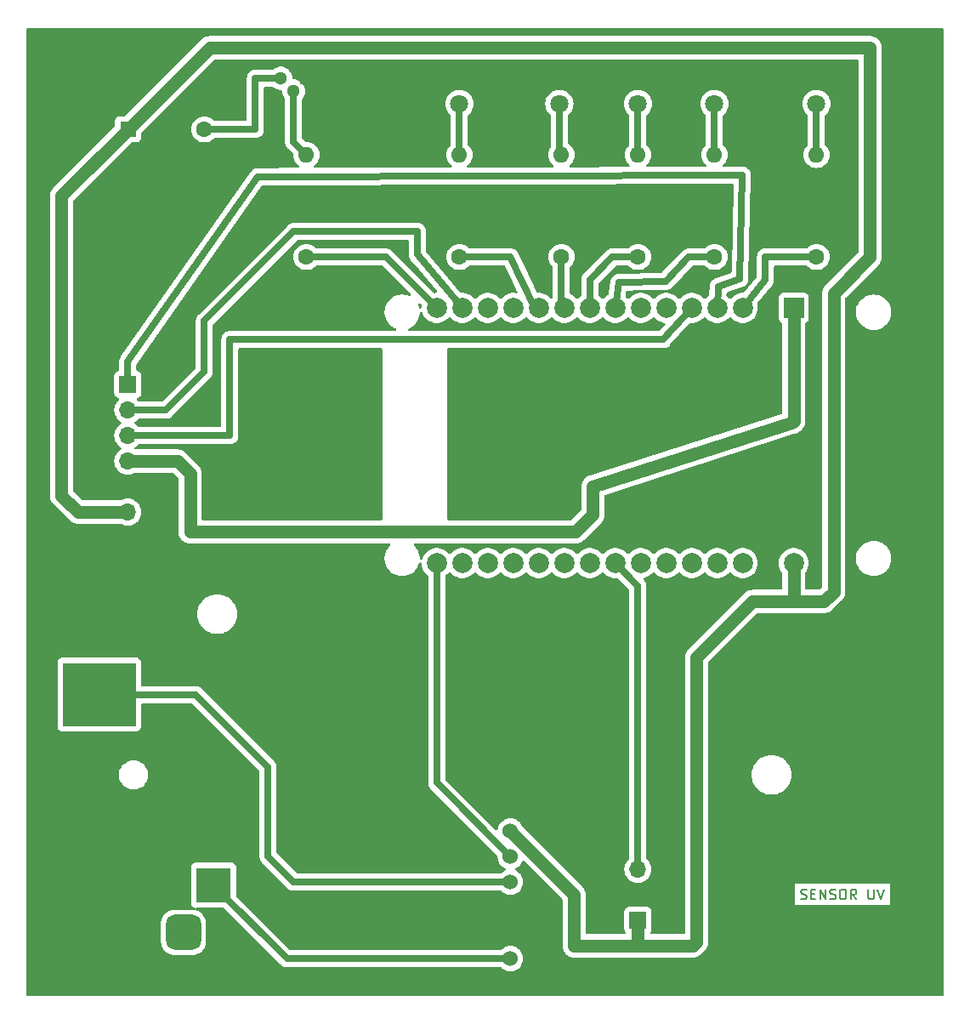
<source format=gbr>
%TF.GenerationSoftware,KiCad,Pcbnew,7.0.7*%
%TF.CreationDate,2023-11-04T11:15:44-05:00*%
%TF.ProjectId,proyectointroducci_n,70726f79-6563-4746-9f69-6e74726f6475,rev?*%
%TF.SameCoordinates,Original*%
%TF.FileFunction,Copper,L2,Bot*%
%TF.FilePolarity,Positive*%
%FSLAX46Y46*%
G04 Gerber Fmt 4.6, Leading zero omitted, Abs format (unit mm)*
G04 Created by KiCad (PCBNEW 7.0.7) date 2023-11-04 11:15:44*
%MOMM*%
%LPD*%
G01*
G04 APERTURE LIST*
G04 Aperture macros list*
%AMRoundRect*
0 Rectangle with rounded corners*
0 $1 Rounding radius*
0 $2 $3 $4 $5 $6 $7 $8 $9 X,Y pos of 4 corners*
0 Add a 4 corners polygon primitive as box body*
4,1,4,$2,$3,$4,$5,$6,$7,$8,$9,$2,$3,0*
0 Add four circle primitives for the rounded corners*
1,1,$1+$1,$2,$3*
1,1,$1+$1,$4,$5*
1,1,$1+$1,$6,$7*
1,1,$1+$1,$8,$9*
0 Add four rect primitives between the rounded corners*
20,1,$1+$1,$2,$3,$4,$5,0*
20,1,$1+$1,$4,$5,$6,$7,0*
20,1,$1+$1,$6,$7,$8,$9,0*
20,1,$1+$1,$8,$9,$2,$3,0*%
G04 Aperture macros list end*
%ADD10C,0.150000*%
%TA.AperFunction,NonConductor*%
%ADD11C,0.150000*%
%TD*%
%TA.AperFunction,ComponentPad*%
%ADD12R,1.800000X1.800000*%
%TD*%
%TA.AperFunction,ComponentPad*%
%ADD13C,1.800000*%
%TD*%
%TA.AperFunction,ComponentPad*%
%ADD14R,1.600000X1.600000*%
%TD*%
%TA.AperFunction,ComponentPad*%
%ADD15C,1.600000*%
%TD*%
%TA.AperFunction,ComponentPad*%
%ADD16O,1.600000X1.600000*%
%TD*%
%TA.AperFunction,ComponentPad*%
%ADD17R,1.300000X1.300000*%
%TD*%
%TA.AperFunction,ComponentPad*%
%ADD18C,1.300000*%
%TD*%
%TA.AperFunction,ComponentPad*%
%ADD19R,3.500000X3.500000*%
%TD*%
%TA.AperFunction,ComponentPad*%
%ADD20RoundRect,0.750000X-0.750000X-1.000000X0.750000X-1.000000X0.750000X1.000000X-0.750000X1.000000X0*%
%TD*%
%TA.AperFunction,ComponentPad*%
%ADD21RoundRect,0.875000X-0.875000X-0.875000X0.875000X-0.875000X0.875000X0.875000X-0.875000X0.875000X0*%
%TD*%
%TA.AperFunction,ComponentPad*%
%ADD22R,2.000000X2.000000*%
%TD*%
%TA.AperFunction,ComponentPad*%
%ADD23C,2.000000*%
%TD*%
%TA.AperFunction,ComponentPad*%
%ADD24R,1.700000X1.700000*%
%TD*%
%TA.AperFunction,ComponentPad*%
%ADD25O,1.700000X1.700000*%
%TD*%
%TA.AperFunction,ComponentPad*%
%ADD26C,1.524000*%
%TD*%
%TA.AperFunction,SMDPad,CuDef*%
%ADD27R,7.340000X6.350000*%
%TD*%
%TA.AperFunction,Conductor*%
%ADD28C,0.700000*%
%TD*%
%TA.AperFunction,Conductor*%
%ADD29C,1.300000*%
%TD*%
G04 APERTURE END LIST*
D10*
D11*
X105124762Y-147727200D02*
X105267619Y-147774819D01*
X105267619Y-147774819D02*
X105505714Y-147774819D01*
X105505714Y-147774819D02*
X105600952Y-147727200D01*
X105600952Y-147727200D02*
X105648571Y-147679580D01*
X105648571Y-147679580D02*
X105696190Y-147584342D01*
X105696190Y-147584342D02*
X105696190Y-147489104D01*
X105696190Y-147489104D02*
X105648571Y-147393866D01*
X105648571Y-147393866D02*
X105600952Y-147346247D01*
X105600952Y-147346247D02*
X105505714Y-147298628D01*
X105505714Y-147298628D02*
X105315238Y-147251009D01*
X105315238Y-147251009D02*
X105220000Y-147203390D01*
X105220000Y-147203390D02*
X105172381Y-147155771D01*
X105172381Y-147155771D02*
X105124762Y-147060533D01*
X105124762Y-147060533D02*
X105124762Y-146965295D01*
X105124762Y-146965295D02*
X105172381Y-146870057D01*
X105172381Y-146870057D02*
X105220000Y-146822438D01*
X105220000Y-146822438D02*
X105315238Y-146774819D01*
X105315238Y-146774819D02*
X105553333Y-146774819D01*
X105553333Y-146774819D02*
X105696190Y-146822438D01*
X106124762Y-147251009D02*
X106458095Y-147251009D01*
X106600952Y-147774819D02*
X106124762Y-147774819D01*
X106124762Y-147774819D02*
X106124762Y-146774819D01*
X106124762Y-146774819D02*
X106600952Y-146774819D01*
X107029524Y-147774819D02*
X107029524Y-146774819D01*
X107029524Y-146774819D02*
X107600952Y-147774819D01*
X107600952Y-147774819D02*
X107600952Y-146774819D01*
X108029524Y-147727200D02*
X108172381Y-147774819D01*
X108172381Y-147774819D02*
X108410476Y-147774819D01*
X108410476Y-147774819D02*
X108505714Y-147727200D01*
X108505714Y-147727200D02*
X108553333Y-147679580D01*
X108553333Y-147679580D02*
X108600952Y-147584342D01*
X108600952Y-147584342D02*
X108600952Y-147489104D01*
X108600952Y-147489104D02*
X108553333Y-147393866D01*
X108553333Y-147393866D02*
X108505714Y-147346247D01*
X108505714Y-147346247D02*
X108410476Y-147298628D01*
X108410476Y-147298628D02*
X108220000Y-147251009D01*
X108220000Y-147251009D02*
X108124762Y-147203390D01*
X108124762Y-147203390D02*
X108077143Y-147155771D01*
X108077143Y-147155771D02*
X108029524Y-147060533D01*
X108029524Y-147060533D02*
X108029524Y-146965295D01*
X108029524Y-146965295D02*
X108077143Y-146870057D01*
X108077143Y-146870057D02*
X108124762Y-146822438D01*
X108124762Y-146822438D02*
X108220000Y-146774819D01*
X108220000Y-146774819D02*
X108458095Y-146774819D01*
X108458095Y-146774819D02*
X108600952Y-146822438D01*
X109220000Y-146774819D02*
X109410476Y-146774819D01*
X109410476Y-146774819D02*
X109505714Y-146822438D01*
X109505714Y-146822438D02*
X109600952Y-146917676D01*
X109600952Y-146917676D02*
X109648571Y-147108152D01*
X109648571Y-147108152D02*
X109648571Y-147441485D01*
X109648571Y-147441485D02*
X109600952Y-147631961D01*
X109600952Y-147631961D02*
X109505714Y-147727200D01*
X109505714Y-147727200D02*
X109410476Y-147774819D01*
X109410476Y-147774819D02*
X109220000Y-147774819D01*
X109220000Y-147774819D02*
X109124762Y-147727200D01*
X109124762Y-147727200D02*
X109029524Y-147631961D01*
X109029524Y-147631961D02*
X108981905Y-147441485D01*
X108981905Y-147441485D02*
X108981905Y-147108152D01*
X108981905Y-147108152D02*
X109029524Y-146917676D01*
X109029524Y-146917676D02*
X109124762Y-146822438D01*
X109124762Y-146822438D02*
X109220000Y-146774819D01*
X110648571Y-147774819D02*
X110315238Y-147298628D01*
X110077143Y-147774819D02*
X110077143Y-146774819D01*
X110077143Y-146774819D02*
X110458095Y-146774819D01*
X110458095Y-146774819D02*
X110553333Y-146822438D01*
X110553333Y-146822438D02*
X110600952Y-146870057D01*
X110600952Y-146870057D02*
X110648571Y-146965295D01*
X110648571Y-146965295D02*
X110648571Y-147108152D01*
X110648571Y-147108152D02*
X110600952Y-147203390D01*
X110600952Y-147203390D02*
X110553333Y-147251009D01*
X110553333Y-147251009D02*
X110458095Y-147298628D01*
X110458095Y-147298628D02*
X110077143Y-147298628D01*
X111839048Y-146774819D02*
X111839048Y-147584342D01*
X111839048Y-147584342D02*
X111886667Y-147679580D01*
X111886667Y-147679580D02*
X111934286Y-147727200D01*
X111934286Y-147727200D02*
X112029524Y-147774819D01*
X112029524Y-147774819D02*
X112220000Y-147774819D01*
X112220000Y-147774819D02*
X112315238Y-147727200D01*
X112315238Y-147727200D02*
X112362857Y-147679580D01*
X112362857Y-147679580D02*
X112410476Y-147584342D01*
X112410476Y-147584342D02*
X112410476Y-146774819D01*
X112743810Y-146774819D02*
X113077143Y-147774819D01*
X113077143Y-147774819D02*
X113410476Y-146774819D01*
D12*
%TO.P,D2,1,K*%
%TO.N,GND*%
X81070000Y-66040000D03*
D13*
%TO.P,D2,2,A*%
%TO.N,Net-(D2-A)*%
X81070000Y-68580000D03*
%TD*%
D12*
%TO.P,D4,1,K*%
%TO.N,GND*%
X106680000Y-66040000D03*
D13*
%TO.P,D4,2,A*%
%TO.N,Net-(D4-A)*%
X106680000Y-68580000D03*
%TD*%
D14*
%TO.P,LS1,1,1*%
%TO.N,+5V*%
X38120000Y-71120000D03*
D15*
%TO.P,LS1,2,2*%
%TO.N,Net-(Q1-C)*%
X45720000Y-71120000D03*
%TD*%
%TO.P,R2,1*%
%TO.N,Net-(U3-D23)*%
X55880000Y-83820000D03*
D16*
%TO.P,R2,2*%
%TO.N,Net-(Q1-B)*%
X55880000Y-73660000D03*
%TD*%
D15*
%TO.P,R5,1*%
%TO.N,Net-(U3-D18)*%
X88900000Y-83820000D03*
D16*
%TO.P,R5,2*%
%TO.N,Net-(D3-A)*%
X88900000Y-73660000D03*
%TD*%
D12*
%TO.P,D1,1,K*%
%TO.N,GND*%
X71120000Y-66040000D03*
D13*
%TO.P,D1,2,A*%
%TO.N,Net-(D1-A)*%
X71120000Y-68580000D03*
%TD*%
D15*
%TO.P,R7,1*%
%TO.N,Net-(U3-D5)*%
X96520000Y-83820000D03*
D16*
%TO.P,R7,2*%
%TO.N,Net-(D5-A)*%
X96520000Y-73660000D03*
%TD*%
D12*
%TO.P,D3,1,K*%
%TO.N,GND*%
X88900000Y-66040000D03*
D13*
%TO.P,D3,2,A*%
%TO.N,Net-(D3-A)*%
X88900000Y-68580000D03*
%TD*%
D15*
%TO.P,R3,1*%
%TO.N,Net-(U3-D21)*%
X71120000Y-83820000D03*
D16*
%TO.P,R3,2*%
%TO.N,Net-(D1-A)*%
X71120000Y-73660000D03*
%TD*%
D15*
%TO.P,R4,1*%
%TO.N,Net-(U3-D19)*%
X81280000Y-83820000D03*
D16*
%TO.P,R4,2*%
%TO.N,Net-(D2-A)*%
X81280000Y-73660000D03*
%TD*%
D12*
%TO.P,D5,1,K*%
%TO.N,GND*%
X96520000Y-66040000D03*
D13*
%TO.P,D5,2,A*%
%TO.N,Net-(D5-A)*%
X96520000Y-68580000D03*
%TD*%
D17*
%TO.P,Q1,1,E*%
%TO.N,GND*%
X55880000Y-66040000D03*
D18*
%TO.P,Q1,2,B*%
%TO.N,Net-(Q1-B)*%
X54610000Y-67310000D03*
%TO.P,Q1,3,C*%
%TO.N,Net-(Q1-C)*%
X53340000Y-66040000D03*
%TD*%
D19*
%TO.P,J1,1*%
%TO.N,Net-(U2-VIN)*%
X46640000Y-146362500D03*
D20*
%TO.P,J1,2*%
%TO.N,GND*%
X40640000Y-146362500D03*
D21*
%TO.P,J1,3*%
%TO.N,N/C*%
X43640000Y-151062500D03*
%TD*%
D22*
%TO.P,U3,1,3V3*%
%TO.N,+3V3*%
X104415000Y-88900000D03*
D23*
%TO.P,U3,2,GND*%
%TO.N,GND*%
X101875000Y-88900000D03*
%TO.P,U3,3,D15*%
%TO.N,Net-(U3-D15)*%
X99335000Y-88900000D03*
%TO.P,U3,4,D2*%
%TO.N,/aux1*%
X96795000Y-88900000D03*
%TO.P,U3,5,D4*%
%TO.N,/ADCaux*%
X94255000Y-88900000D03*
%TO.P,U3,6,RX2*%
%TO.N,unconnected-(U3-RX2-Pad6)*%
X91715000Y-88900000D03*
%TO.P,U3,7,TX2*%
%TO.N,unconnected-(U3-TX2-Pad7)*%
X89175000Y-88900000D03*
%TO.P,U3,8,D5*%
%TO.N,Net-(U3-D5)*%
X86635000Y-88900000D03*
%TO.P,U3,9,D18*%
%TO.N,Net-(U3-D18)*%
X84095000Y-88900000D03*
%TO.P,U3,10,D19*%
%TO.N,Net-(U3-D19)*%
X81555000Y-88900000D03*
%TO.P,U3,11,D21*%
%TO.N,Net-(U3-D21)*%
X79015000Y-88900000D03*
%TO.P,U3,12,RX0*%
%TO.N,unconnected-(U3-RX0-Pad12)*%
X76475000Y-88900000D03*
%TO.P,U3,13,TX0*%
%TO.N,unconnected-(U3-TX0-Pad13)*%
X73935000Y-88900000D03*
%TO.P,U3,14,D22*%
%TO.N,/auxled*%
X71395000Y-88900000D03*
%TO.P,U3,15,D23*%
%TO.N,Net-(U3-D23)*%
X68855000Y-88900000D03*
%TO.P,U3,16,EN*%
%TO.N,Net-(U3-EN)*%
X68855000Y-114300000D03*
%TO.P,U3,17,VP*%
%TO.N,unconnected-(U3-VP-Pad17)*%
X71395000Y-114300000D03*
%TO.P,U3,18,VN*%
%TO.N,unconnected-(U3-VN-Pad18)*%
X73935000Y-114300000D03*
%TO.P,U3,19,D34*%
%TO.N,unconnected-(U3-D34-Pad19)*%
X76475000Y-114300000D03*
%TO.P,U3,20,D35*%
%TO.N,unconnected-(U3-D35-Pad20)*%
X79015000Y-114300000D03*
%TO.P,U3,21,D32*%
%TO.N,unconnected-(U3-D32-Pad21)*%
X81555000Y-114300000D03*
%TO.P,U3,22,D33*%
%TO.N,unconnected-(U3-D33-Pad22)*%
X84095000Y-114300000D03*
%TO.P,U3,23,D25*%
%TO.N,/se\u00F1alsensor*%
X86635000Y-114300000D03*
%TO.P,U3,24,D26*%
%TO.N,unconnected-(U3-D26-Pad24)*%
X89175000Y-114300000D03*
%TO.P,U3,25,D27*%
%TO.N,unconnected-(U3-D27-Pad25)*%
X91715000Y-114300000D03*
%TO.P,U3,26,D14*%
%TO.N,unconnected-(U3-D14-Pad26)*%
X94255000Y-114300000D03*
%TO.P,U3,27,D12*%
%TO.N,unconnected-(U3-D12-Pad27)*%
X96795000Y-114300000D03*
%TO.P,U3,28,D13*%
%TO.N,unconnected-(U3-D13-Pad28)*%
X99335000Y-114300000D03*
%TO.P,U3,29,GND*%
%TO.N,GND*%
X101875000Y-114300000D03*
%TO.P,U3,30,VIN*%
%TO.N,+5V*%
X104415000Y-114300000D03*
%TD*%
D24*
%TO.P,J2,1,Pin_1*%
%TO.N,/aux1*%
X38100000Y-96520000D03*
D25*
%TO.P,J2,2,Pin_2*%
%TO.N,/auxled*%
X38100000Y-99060000D03*
%TO.P,J2,3,Pin_3*%
%TO.N,/ADCaux*%
X38100000Y-101600000D03*
%TO.P,J2,4,Pin_4*%
%TO.N,+3V3*%
X38100000Y-104140000D03*
%TO.P,J2,5,Pin_5*%
%TO.N,GND*%
X38100000Y-106680000D03*
%TO.P,J2,6,Pin_6*%
%TO.N,+5V*%
X38100000Y-109220000D03*
%TD*%
D26*
%TO.P,U2,1,VIN*%
%TO.N,Net-(U2-VIN)*%
X76200000Y-153670000D03*
%TO.P,U2,2,GND*%
%TO.N,GND*%
X76200000Y-151130000D03*
%TO.P,U2,3,GND*%
X76200000Y-148590000D03*
%TO.P,U2,4,BAT*%
%TO.N,Net-(BT1-+)*%
X76200000Y-146050000D03*
%TO.P,U2,5,GND*%
%TO.N,Net-(U3-EN)*%
X76200000Y-143510000D03*
%TO.P,U2,6,OUT-5V*%
%TO.N,+5V*%
X76200000Y-140970000D03*
%TD*%
D15*
%TO.P,R6,1*%
%TO.N,Net-(U3-D15)*%
X106680000Y-83820000D03*
D16*
%TO.P,R6,2*%
%TO.N,Net-(D4-A)*%
X106680000Y-73660000D03*
%TD*%
D24*
%TO.P,J3,1,Pin_1*%
%TO.N,+5V*%
X88900000Y-149860000D03*
D25*
%TO.P,J3,2,Pin_2*%
%TO.N,GND*%
X88900000Y-147320000D03*
%TO.P,J3,3,Pin_3*%
%TO.N,/se\u00F1alsensor*%
X88900000Y-144780000D03*
%TD*%
D27*
%TO.P,BT1,1,+*%
%TO.N,Net-(BT1-+)*%
X35260000Y-127380000D03*
%TO.P,BT1,2,-*%
%TO.N,GND*%
X113920000Y-127380000D03*
%TD*%
D28*
%TO.N,/aux1*%
X96901000Y-86741000D02*
X96795000Y-88900000D01*
X51054000Y-75819000D02*
X99314000Y-75692000D01*
X99314000Y-75692000D02*
X99060000Y-85979000D01*
X38100000Y-96520000D02*
X38100000Y-94234000D01*
X38100000Y-94234000D02*
X51054000Y-75819000D01*
X99060000Y-85979000D02*
X96901000Y-86741000D01*
%TO.N,Net-(BT1-+)*%
X54610000Y-146050000D02*
X52070000Y-143510000D01*
X44870000Y-127420000D02*
X35760000Y-127420000D01*
X52070000Y-134620000D02*
X44870000Y-127420000D01*
X52070000Y-143510000D02*
X52070000Y-134620000D01*
X76200000Y-146050000D02*
X54610000Y-146050000D01*
%TO.N,Net-(D1-A)*%
X71120000Y-68580000D02*
X71120000Y-73660000D01*
%TO.N,Net-(D2-A)*%
X81070000Y-73450000D02*
X81280000Y-73660000D01*
X81070000Y-68580000D02*
X81070000Y-73450000D01*
%TO.N,Net-(D3-A)*%
X88900000Y-68580000D02*
X88900000Y-73660000D01*
%TO.N,Net-(D4-A)*%
X106680000Y-68580000D02*
X106680000Y-73660000D01*
%TO.N,Net-(D5-A)*%
X96520000Y-68580000D02*
X96520000Y-73660000D01*
%TO.N,Net-(U2-VIN)*%
X76200000Y-153670000D02*
X53947500Y-153670000D01*
X46640000Y-146362500D02*
X46677500Y-146362500D01*
X53947500Y-153670000D02*
X46640000Y-146362500D01*
D29*
%TO.N,+3V3*%
X43053000Y-104140000D02*
X44291472Y-105378472D01*
X104218571Y-100330000D02*
X104415000Y-100133571D01*
X44291472Y-105378472D02*
X44291472Y-111180000D01*
X84420000Y-109468528D02*
X84420000Y-106680000D01*
X82708528Y-111180000D02*
X84420000Y-109468528D01*
X104415000Y-100133571D02*
X104415000Y-88900000D01*
X44291472Y-111180000D02*
X82708528Y-111180000D01*
X38100000Y-104140000D02*
X43053000Y-104140000D01*
X84420000Y-106680000D02*
X104218571Y-100330000D01*
%TO.N,+5V*%
X31496000Y-107569000D02*
X31496000Y-77744000D01*
X82550000Y-152400000D02*
X94361000Y-152400000D01*
X82550000Y-147320000D02*
X82550000Y-152400000D01*
X46248000Y-62992000D02*
X38120000Y-71120000D01*
X107442000Y-118110000D02*
X108384000Y-117168000D01*
X94361000Y-152400000D02*
X94742000Y-152019000D01*
X108384000Y-117168000D02*
X108384000Y-87450000D01*
X33147000Y-109220000D02*
X31496000Y-107569000D01*
X108384000Y-87450000D02*
X112014000Y-83820000D01*
X88900000Y-149860000D02*
X88900000Y-152400000D01*
X76200000Y-140970000D02*
X82550000Y-147320000D01*
X112014000Y-83820000D02*
X112014000Y-62992000D01*
X94742000Y-123698000D02*
X100330000Y-118110000D01*
X104140000Y-118110000D02*
X107442000Y-118110000D01*
X104140000Y-118110000D02*
X104415000Y-117835000D01*
X38100000Y-109220000D02*
X33147000Y-109220000D01*
X112014000Y-62992000D02*
X46248000Y-62992000D01*
X31496000Y-77744000D02*
X38120000Y-71120000D01*
X100330000Y-118110000D02*
X104140000Y-118110000D01*
X94742000Y-152019000D02*
X94742000Y-123698000D01*
X104415000Y-117835000D02*
X104415000Y-114300000D01*
D28*
%TO.N,Net-(Q1-C)*%
X53340000Y-66040000D02*
X50800000Y-66040000D01*
X50800000Y-66040000D02*
X50800000Y-71120000D01*
X50800000Y-71120000D02*
X45720000Y-71120000D01*
%TO.N,Net-(Q1-B)*%
X54610000Y-67310000D02*
X54610000Y-72390000D01*
X54610000Y-72390000D02*
X55880000Y-73660000D01*
%TO.N,Net-(U3-D23)*%
X63775000Y-83820000D02*
X68855000Y-88900000D01*
X55880000Y-83820000D02*
X63775000Y-83820000D01*
%TO.N,Net-(U3-D21)*%
X73660000Y-83820000D02*
X76200000Y-83820000D01*
X71120000Y-83820000D02*
X73660000Y-83820000D01*
X78596321Y-88900000D02*
X79015000Y-88900000D01*
X76200000Y-83820000D02*
X78596321Y-88900000D01*
%TO.N,Net-(U3-D19)*%
X81280000Y-83820000D02*
X81280000Y-88625000D01*
X81280000Y-88625000D02*
X81555000Y-88900000D01*
%TO.N,Net-(U3-D18)*%
X86360000Y-83820000D02*
X84095000Y-86085000D01*
X84095000Y-86085000D02*
X84095000Y-88900000D01*
X88900000Y-83820000D02*
X86360000Y-83820000D01*
%TO.N,Net-(U3-D15)*%
X101600000Y-86085000D02*
X99335000Y-88900000D01*
X106680000Y-83820000D02*
X101600000Y-83820000D01*
X101600000Y-83820000D02*
X101600000Y-86085000D01*
%TO.N,Net-(U3-EN)*%
X68855000Y-136165000D02*
X68855000Y-114300000D01*
X76200000Y-143510000D02*
X68855000Y-136165000D01*
%TO.N,/ADCaux*%
X48260000Y-92040000D02*
X91440000Y-92040000D01*
X48260000Y-92040000D02*
X48260000Y-101600000D01*
X48260000Y-101600000D02*
X38100000Y-101600000D01*
X91440000Y-92040000D02*
X94255000Y-88900000D01*
%TO.N,/auxled*%
X66929000Y-81280000D02*
X66929000Y-83566000D01*
X38100000Y-99060000D02*
X41910000Y-99060000D01*
X41910000Y-99060000D02*
X45720000Y-95250000D01*
X45720000Y-95250000D02*
X45720000Y-90170000D01*
X54610000Y-81280000D02*
X66929000Y-81280000D01*
X66929000Y-83566000D02*
X71395000Y-88900000D01*
X45720000Y-90170000D02*
X54610000Y-81280000D01*
%TO.N,Net-(U3-D5)*%
X86995000Y-86360000D02*
X86635000Y-88900000D01*
X91694000Y-86233000D02*
X86995000Y-86360000D01*
X96520000Y-83820000D02*
X93980000Y-83820000D01*
X93980000Y-83820000D02*
X91694000Y-86233000D01*
%TO.N,/se\u00F1alsensor*%
X88900000Y-144780000D02*
X88900000Y-116565000D01*
X88900000Y-116565000D02*
X86635000Y-114300000D01*
%TD*%
%TA.AperFunction,Conductor*%
%TO.N,GND*%
G36*
X119247539Y-61055185D02*
G01*
X119293294Y-61107989D01*
X119304500Y-61159500D01*
X119304500Y-157280500D01*
X119284815Y-157347539D01*
X119232011Y-157393294D01*
X119180500Y-157404500D01*
X28139500Y-157404500D01*
X28072461Y-157384815D01*
X28026706Y-157332011D01*
X28015500Y-157280500D01*
X28015500Y-152031126D01*
X41389500Y-152031126D01*
X41392295Y-152083743D01*
X41392295Y-152083744D01*
X41425811Y-152257040D01*
X41436755Y-152313626D01*
X41477627Y-152421929D01*
X41519425Y-152532689D01*
X41637929Y-152734631D01*
X41637934Y-152734638D01*
X41788856Y-152913641D01*
X41788858Y-152913643D01*
X41967861Y-153064565D01*
X41967868Y-153064570D01*
X42169810Y-153183074D01*
X42388874Y-153265745D01*
X42618759Y-153310205D01*
X42660194Y-153312405D01*
X42671374Y-153313000D01*
X42671378Y-153313000D01*
X44608626Y-153313000D01*
X44618731Y-153312462D01*
X44661241Y-153310205D01*
X44891126Y-153265745D01*
X45110190Y-153183074D01*
X45312132Y-153064570D01*
X45325476Y-153053319D01*
X45491141Y-152913643D01*
X45491143Y-152913641D01*
X45642065Y-152734638D01*
X45642065Y-152734637D01*
X45642070Y-152734632D01*
X45760574Y-152532690D01*
X45843245Y-152313626D01*
X45887705Y-152083741D01*
X45890500Y-152031122D01*
X45890500Y-150093878D01*
X45887705Y-150041259D01*
X45843245Y-149811374D01*
X45760574Y-149592310D01*
X45642070Y-149390368D01*
X45642065Y-149390361D01*
X45491143Y-149211358D01*
X45491141Y-149211356D01*
X45312138Y-149060434D01*
X45312131Y-149060429D01*
X45110189Y-148941925D01*
X45005760Y-148902516D01*
X44891126Y-148859255D01*
X44891121Y-148859254D01*
X44891116Y-148859252D01*
X44888470Y-148858740D01*
X44887451Y-148858213D01*
X44886050Y-148857817D01*
X44886130Y-148857531D01*
X44826392Y-148826677D01*
X44791503Y-148766141D01*
X44794881Y-148696353D01*
X44835452Y-148639470D01*
X44900337Y-148613552D01*
X44912009Y-148612999D01*
X47636348Y-148612999D01*
X47703387Y-148632684D01*
X47724029Y-148649318D01*
X53319885Y-154245173D01*
X53323288Y-154248865D01*
X53359162Y-154291099D01*
X53423626Y-154340104D01*
X53486742Y-154390838D01*
X53486747Y-154390842D01*
X53486752Y-154390844D01*
X53487663Y-154391427D01*
X53505455Y-154402463D01*
X53506433Y-154403052D01*
X53506436Y-154403054D01*
X53579929Y-154437055D01*
X53652479Y-154473037D01*
X53652482Y-154473037D01*
X53652487Y-154473040D01*
X53653519Y-154473419D01*
X53673353Y-154480402D01*
X53674335Y-154480733D01*
X53753416Y-154498139D01*
X53832006Y-154517684D01*
X53832010Y-154517684D01*
X53832014Y-154517685D01*
X53833104Y-154517833D01*
X53853875Y-154520377D01*
X53855002Y-154520499D01*
X53855003Y-154520500D01*
X53855004Y-154520500D01*
X53935970Y-154520500D01*
X54016933Y-154522693D01*
X54016933Y-154522692D01*
X54016936Y-154522693D01*
X54017980Y-154522608D01*
X54040149Y-154520500D01*
X75213692Y-154520500D01*
X75280731Y-154540185D01*
X75301373Y-154556819D01*
X75385378Y-154640824D01*
X75385384Y-154640829D01*
X75566333Y-154767531D01*
X75566335Y-154767532D01*
X75566338Y-154767534D01*
X75766550Y-154860894D01*
X75979932Y-154918070D01*
X76137123Y-154931822D01*
X76199998Y-154937323D01*
X76200000Y-154937323D01*
X76200002Y-154937323D01*
X76255017Y-154932509D01*
X76420068Y-154918070D01*
X76633450Y-154860894D01*
X76833662Y-154767534D01*
X77014620Y-154640826D01*
X77170826Y-154484620D01*
X77297534Y-154303662D01*
X77390894Y-154103450D01*
X77448070Y-153890068D01*
X77467323Y-153670000D01*
X77448070Y-153449932D01*
X77390894Y-153236550D01*
X77297534Y-153036339D01*
X77170826Y-152855380D01*
X77014620Y-152699174D01*
X77014616Y-152699171D01*
X77014615Y-152699170D01*
X76833666Y-152572468D01*
X76833662Y-152572466D01*
X76833660Y-152572465D01*
X76633450Y-152479106D01*
X76633447Y-152479105D01*
X76633445Y-152479104D01*
X76420070Y-152421930D01*
X76420062Y-152421929D01*
X76200002Y-152402677D01*
X76199998Y-152402677D01*
X75979937Y-152421929D01*
X75979929Y-152421930D01*
X75766554Y-152479104D01*
X75766548Y-152479107D01*
X75566340Y-152572465D01*
X75566338Y-152572466D01*
X75385381Y-152699172D01*
X75352094Y-152732460D01*
X75301371Y-152783182D01*
X75240051Y-152816666D01*
X75213692Y-152819500D01*
X54351151Y-152819500D01*
X54284112Y-152799815D01*
X54263470Y-152783181D01*
X48926818Y-147446529D01*
X48893333Y-147385206D01*
X48890499Y-147358848D01*
X48890499Y-146049997D01*
X48890499Y-144564628D01*
X48884091Y-144505017D01*
X48875069Y-144480829D01*
X48833797Y-144370171D01*
X48833793Y-144370164D01*
X48747547Y-144254955D01*
X48747544Y-144254952D01*
X48632335Y-144168706D01*
X48632328Y-144168702D01*
X48497482Y-144118408D01*
X48497483Y-144118408D01*
X48437883Y-144112001D01*
X48437881Y-144112000D01*
X48437873Y-144112000D01*
X48437864Y-144112000D01*
X44842129Y-144112000D01*
X44842123Y-144112001D01*
X44782516Y-144118408D01*
X44647671Y-144168702D01*
X44647664Y-144168706D01*
X44532455Y-144254952D01*
X44532452Y-144254955D01*
X44446206Y-144370164D01*
X44446202Y-144370171D01*
X44395908Y-144505017D01*
X44389501Y-144564616D01*
X44389501Y-144564623D01*
X44389500Y-144564635D01*
X44389500Y-148160370D01*
X44389501Y-148160376D01*
X44395908Y-148219983D01*
X44446202Y-148354828D01*
X44446206Y-148354835D01*
X44532452Y-148470044D01*
X44532455Y-148470047D01*
X44647664Y-148556293D01*
X44647673Y-148556298D01*
X44694937Y-148573926D01*
X44750871Y-148615796D01*
X44775289Y-148681260D01*
X44760438Y-148749533D01*
X44711033Y-148798939D01*
X44645028Y-148813933D01*
X44608627Y-148812000D01*
X44608622Y-148812000D01*
X42671378Y-148812000D01*
X42671374Y-148812000D01*
X42618756Y-148814795D01*
X42618755Y-148814795D01*
X42388878Y-148859254D01*
X42388876Y-148859254D01*
X42388874Y-148859255D01*
X42314933Y-148887158D01*
X42169810Y-148941925D01*
X41967868Y-149060429D01*
X41967861Y-149060434D01*
X41788858Y-149211356D01*
X41788856Y-149211358D01*
X41637934Y-149390361D01*
X41637929Y-149390368D01*
X41519425Y-149592310D01*
X41464659Y-149737433D01*
X41436755Y-149811374D01*
X41436754Y-149811376D01*
X41436754Y-149811378D01*
X41392295Y-150041255D01*
X41392295Y-150041256D01*
X41389500Y-150093874D01*
X41389500Y-152031126D01*
X28015500Y-152031126D01*
X28015500Y-135499776D01*
X37214500Y-135499776D01*
X37253930Y-135736067D01*
X37331711Y-135962637D01*
X37331713Y-135962642D01*
X37445730Y-136173325D01*
X37445734Y-136173331D01*
X37569918Y-136332882D01*
X37592866Y-136362366D01*
X37769113Y-136524612D01*
X37969660Y-136655636D01*
X38189038Y-136751864D01*
X38421263Y-136810672D01*
X38600213Y-136825500D01*
X38600215Y-136825500D01*
X38719785Y-136825500D01*
X38719787Y-136825500D01*
X38898737Y-136810672D01*
X39130962Y-136751864D01*
X39350340Y-136655636D01*
X39550887Y-136524612D01*
X39727134Y-136362366D01*
X39874271Y-136173323D01*
X39988287Y-135962641D01*
X40066070Y-135736065D01*
X40105500Y-135499778D01*
X40105500Y-135260222D01*
X40066070Y-135023935D01*
X39988287Y-134797359D01*
X39874271Y-134586677D01*
X39874269Y-134586674D01*
X39874265Y-134586668D01*
X39757065Y-134436090D01*
X39727134Y-134397634D01*
X39550887Y-134235388D01*
X39550884Y-134235386D01*
X39550883Y-134235385D01*
X39453300Y-134171631D01*
X39350340Y-134104364D01*
X39350337Y-134104362D01*
X39350336Y-134104362D01*
X39130963Y-134008136D01*
X38898737Y-133949328D01*
X38898740Y-133949328D01*
X38791366Y-133940431D01*
X38719787Y-133934500D01*
X38600213Y-133934500D01*
X38528632Y-133940431D01*
X38421260Y-133949328D01*
X38189036Y-134008136D01*
X37969663Y-134104362D01*
X37769116Y-134235385D01*
X37592869Y-134397631D01*
X37592860Y-134397641D01*
X37445734Y-134586668D01*
X37445730Y-134586674D01*
X37331713Y-134797357D01*
X37331711Y-134797362D01*
X37253930Y-135023932D01*
X37214500Y-135260223D01*
X37214500Y-135499776D01*
X28015500Y-135499776D01*
X28015500Y-119380001D01*
X45009454Y-119380001D01*
X45029613Y-119661866D01*
X45089678Y-119937977D01*
X45089680Y-119937984D01*
X45150993Y-120102372D01*
X45188432Y-120202750D01*
X45188434Y-120202754D01*
X45323855Y-120450758D01*
X45323860Y-120450766D01*
X45493196Y-120676974D01*
X45493212Y-120676992D01*
X45693007Y-120876787D01*
X45693025Y-120876803D01*
X45919233Y-121046139D01*
X45919241Y-121046144D01*
X46167245Y-121181565D01*
X46167249Y-121181567D01*
X46167251Y-121181568D01*
X46432016Y-121280320D01*
X46570077Y-121310353D01*
X46708133Y-121340386D01*
X46708135Y-121340386D01*
X46708139Y-121340387D01*
X46919447Y-121355500D01*
X47060553Y-121355500D01*
X47271861Y-121340387D01*
X47547984Y-121280320D01*
X47812749Y-121181568D01*
X48060764Y-121046141D01*
X48286982Y-120876797D01*
X48486797Y-120676982D01*
X48656141Y-120450764D01*
X48791568Y-120202749D01*
X48890320Y-119937984D01*
X48950387Y-119661861D01*
X48970546Y-119380000D01*
X48950387Y-119098139D01*
X48946190Y-119078847D01*
X48890321Y-118822022D01*
X48890320Y-118822016D01*
X48791568Y-118557251D01*
X48656141Y-118309236D01*
X48656139Y-118309233D01*
X48486803Y-118083025D01*
X48486787Y-118083007D01*
X48286992Y-117883212D01*
X48286974Y-117883196D01*
X48060766Y-117713860D01*
X48060758Y-117713855D01*
X47812754Y-117578434D01*
X47812750Y-117578432D01*
X47712372Y-117540993D01*
X47547984Y-117479680D01*
X47547980Y-117479679D01*
X47547977Y-117479678D01*
X47271866Y-117419613D01*
X47060553Y-117404500D01*
X46919447Y-117404500D01*
X46708133Y-117419613D01*
X46432022Y-117479678D01*
X46432017Y-117479679D01*
X46432016Y-117479680D01*
X46368003Y-117503555D01*
X46167249Y-117578432D01*
X46167245Y-117578434D01*
X45919241Y-117713855D01*
X45919233Y-117713860D01*
X45693025Y-117883196D01*
X45693007Y-117883212D01*
X45493212Y-118083007D01*
X45493196Y-118083025D01*
X45323860Y-118309233D01*
X45323855Y-118309241D01*
X45188434Y-118557245D01*
X45188432Y-118557249D01*
X45089678Y-118822022D01*
X45029613Y-119098133D01*
X45009454Y-119379998D01*
X45009454Y-119380001D01*
X28015500Y-119380001D01*
X28015500Y-107622365D01*
X30341804Y-107622365D01*
X30352661Y-107700197D01*
X30352991Y-107703041D01*
X30360244Y-107781310D01*
X30366385Y-107802895D01*
X30368159Y-107811303D01*
X30371260Y-107833533D01*
X30371260Y-107833534D01*
X30396241Y-107908065D01*
X30397088Y-107910801D01*
X30418595Y-107986391D01*
X30428599Y-108006480D01*
X30431887Y-108014420D01*
X30439019Y-108035698D01*
X30439021Y-108035703D01*
X30477267Y-108104370D01*
X30478602Y-108106903D01*
X30513630Y-108177249D01*
X30513636Y-108177258D01*
X30527156Y-108195161D01*
X30531850Y-108202364D01*
X30542773Y-108221975D01*
X30593001Y-108282464D01*
X30594778Y-108284707D01*
X30642128Y-108347407D01*
X30643436Y-108348599D01*
X30700216Y-108400362D01*
X30702265Y-108402318D01*
X32313669Y-110013721D01*
X32315626Y-110015771D01*
X32368593Y-110073872D01*
X32431301Y-110121227D01*
X32433547Y-110123006D01*
X32494025Y-110173227D01*
X32513637Y-110184150D01*
X32520839Y-110188844D01*
X32538745Y-110202366D01*
X32609120Y-110237408D01*
X32611622Y-110238727D01*
X32680298Y-110276979D01*
X32701579Y-110284111D01*
X32709519Y-110287401D01*
X32729423Y-110297311D01*
X32729611Y-110297405D01*
X32805262Y-110318929D01*
X32807869Y-110319736D01*
X32882464Y-110344739D01*
X32904701Y-110347840D01*
X32913097Y-110349611D01*
X32934690Y-110355756D01*
X33012957Y-110363008D01*
X33015789Y-110363336D01*
X33093638Y-110374196D01*
X33166505Y-110370827D01*
X33172159Y-110370566D01*
X33175022Y-110370500D01*
X37349462Y-110370500D01*
X37416501Y-110390185D01*
X37420578Y-110392920D01*
X37421449Y-110393530D01*
X37422171Y-110394036D01*
X37493558Y-110427324D01*
X37636337Y-110493903D01*
X37864592Y-110555063D01*
X38052918Y-110571539D01*
X38099999Y-110575659D01*
X38100000Y-110575659D01*
X38100001Y-110575659D01*
X38139234Y-110572226D01*
X38335408Y-110555063D01*
X38563663Y-110493903D01*
X38777830Y-110394035D01*
X38971401Y-110258495D01*
X39138495Y-110091401D01*
X39274035Y-109897830D01*
X39373903Y-109683663D01*
X39435063Y-109455408D01*
X39455659Y-109220000D01*
X39435063Y-108984592D01*
X39373903Y-108756337D01*
X39274035Y-108542171D01*
X39138495Y-108348599D01*
X39138494Y-108348597D01*
X38971402Y-108181506D01*
X38971395Y-108181501D01*
X38965335Y-108177258D01*
X38932521Y-108154281D01*
X38777834Y-108045967D01*
X38777830Y-108045965D01*
X38750415Y-108033181D01*
X38563663Y-107946097D01*
X38563659Y-107946096D01*
X38563655Y-107946094D01*
X38335413Y-107884938D01*
X38335403Y-107884936D01*
X38100001Y-107864341D01*
X38099999Y-107864341D01*
X37864596Y-107884936D01*
X37864586Y-107884938D01*
X37636344Y-107946094D01*
X37636335Y-107946097D01*
X37422173Y-108045964D01*
X37422171Y-108045965D01*
X37420581Y-108047077D01*
X37419770Y-108047351D01*
X37417485Y-108048671D01*
X37417219Y-108048211D01*
X37354377Y-108069403D01*
X37349463Y-108069500D01*
X33674914Y-108069500D01*
X33607875Y-108049815D01*
X33587233Y-108033181D01*
X33163729Y-107609677D01*
X32682816Y-107128763D01*
X32649333Y-107067443D01*
X32646499Y-107041094D01*
X32646499Y-78271912D01*
X32666184Y-78204874D01*
X32682813Y-78184237D01*
X38410233Y-72456818D01*
X38471556Y-72423333D01*
X38497914Y-72420499D01*
X38967871Y-72420499D01*
X38967872Y-72420499D01*
X39027483Y-72414091D01*
X39162331Y-72363796D01*
X39277546Y-72277546D01*
X39363796Y-72162331D01*
X39414091Y-72027483D01*
X39420500Y-71967873D01*
X39420499Y-71497913D01*
X39440183Y-71430875D01*
X39456813Y-71410238D01*
X46688232Y-64178819D01*
X46749556Y-64145334D01*
X46775914Y-64142500D01*
X110739500Y-64142500D01*
X110806539Y-64162185D01*
X110852294Y-64214989D01*
X110863500Y-64266500D01*
X110863500Y-83292084D01*
X110843815Y-83359123D01*
X110827181Y-83379765D01*
X107590276Y-86616670D01*
X107588205Y-86618647D01*
X107530125Y-86671595D01*
X107530123Y-86671597D01*
X107482770Y-86734301D01*
X107480993Y-86736545D01*
X107430773Y-86797024D01*
X107430770Y-86797029D01*
X107419847Y-86816639D01*
X107415155Y-86823839D01*
X107401634Y-86841742D01*
X107401634Y-86841743D01*
X107366598Y-86912105D01*
X107365263Y-86914637D01*
X107327021Y-86983297D01*
X107319889Y-87004575D01*
X107316601Y-87012513D01*
X107306599Y-87032601D01*
X107306595Y-87032612D01*
X107285088Y-87108197D01*
X107284241Y-87110932D01*
X107259261Y-87185463D01*
X107259260Y-87185464D01*
X107256160Y-87207690D01*
X107254386Y-87216099D01*
X107248243Y-87237691D01*
X107240991Y-87315957D01*
X107240661Y-87318801D01*
X107229804Y-87396633D01*
X107229804Y-87396636D01*
X107229804Y-87396638D01*
X107230083Y-87402672D01*
X107233434Y-87475158D01*
X107233500Y-87478021D01*
X107233500Y-116640085D01*
X107213815Y-116707124D01*
X107197181Y-116727766D01*
X107001766Y-116923181D01*
X106940443Y-116956666D01*
X106914085Y-116959500D01*
X105689500Y-116959500D01*
X105622461Y-116939815D01*
X105576706Y-116887011D01*
X105565500Y-116835500D01*
X105565500Y-115314084D01*
X105585185Y-115247045D01*
X105598270Y-115230101D01*
X105603164Y-115224785D01*
X105739173Y-115016607D01*
X105839063Y-114788881D01*
X105900108Y-114547821D01*
X105906447Y-114471323D01*
X105920643Y-114300005D01*
X105920643Y-114299994D01*
X105900109Y-114052187D01*
X105900107Y-114052175D01*
X105839063Y-113811118D01*
X105739173Y-113583393D01*
X105603166Y-113375217D01*
X105581557Y-113351744D01*
X105434744Y-113192262D01*
X105238509Y-113039526D01*
X105238507Y-113039525D01*
X105238506Y-113039524D01*
X105019811Y-112921172D01*
X105019802Y-112921169D01*
X104784616Y-112840429D01*
X104539335Y-112799500D01*
X104290665Y-112799500D01*
X104045383Y-112840429D01*
X103810197Y-112921169D01*
X103810188Y-112921172D01*
X103591493Y-113039524D01*
X103395257Y-113192261D01*
X103226833Y-113375217D01*
X103090826Y-113583393D01*
X102990936Y-113811118D01*
X102929892Y-114052175D01*
X102929890Y-114052187D01*
X102909357Y-114299994D01*
X102909357Y-114300005D01*
X102929890Y-114547812D01*
X102929892Y-114547824D01*
X102990936Y-114788881D01*
X103090826Y-115016606D01*
X103226833Y-115224782D01*
X103231730Y-115230101D01*
X103262652Y-115292756D01*
X103264500Y-115314084D01*
X103264500Y-116835500D01*
X103244815Y-116902539D01*
X103192011Y-116948294D01*
X103140500Y-116959500D01*
X100358007Y-116959500D01*
X100355144Y-116959434D01*
X100323327Y-116957963D01*
X100276638Y-116955805D01*
X100276637Y-116955805D01*
X100276634Y-116955805D01*
X100219305Y-116963801D01*
X100198805Y-116966660D01*
X100195975Y-116966989D01*
X100117690Y-116974244D01*
X100117689Y-116974244D01*
X100096097Y-116980387D01*
X100087689Y-116982160D01*
X100065460Y-116985261D01*
X99990928Y-117010241D01*
X99988194Y-117011088D01*
X99912609Y-117032594D01*
X99892520Y-117042598D01*
X99884583Y-117045886D01*
X99863300Y-117053019D01*
X99863290Y-117053024D01*
X99794634Y-117091265D01*
X99792101Y-117092599D01*
X99721744Y-117127633D01*
X99721743Y-117127634D01*
X99703832Y-117141160D01*
X99696634Y-117145850D01*
X99677027Y-117156772D01*
X99677023Y-117156774D01*
X99616552Y-117206988D01*
X99614309Y-117208765D01*
X99551593Y-117256127D01*
X99551590Y-117256130D01*
X99498647Y-117314205D01*
X99496669Y-117316276D01*
X93948276Y-122864669D01*
X93946205Y-122866647D01*
X93888125Y-122919595D01*
X93888123Y-122919597D01*
X93840770Y-122982301D01*
X93838993Y-122984545D01*
X93788773Y-123045024D01*
X93788770Y-123045029D01*
X93777847Y-123064639D01*
X93773155Y-123071839D01*
X93759634Y-123089742D01*
X93759634Y-123089743D01*
X93724598Y-123160105D01*
X93723263Y-123162637D01*
X93685021Y-123231297D01*
X93677889Y-123252575D01*
X93674601Y-123260513D01*
X93664599Y-123280601D01*
X93664595Y-123280612D01*
X93643088Y-123356197D01*
X93642241Y-123358932D01*
X93617261Y-123433463D01*
X93617260Y-123433464D01*
X93614160Y-123455690D01*
X93612386Y-123464099D01*
X93606243Y-123485691D01*
X93598991Y-123563957D01*
X93598661Y-123566801D01*
X93587804Y-123644633D01*
X93591434Y-123723158D01*
X93591500Y-123726021D01*
X93591500Y-151125500D01*
X93571815Y-151192539D01*
X93519011Y-151238294D01*
X93467500Y-151249500D01*
X90219058Y-151249500D01*
X90152019Y-151229815D01*
X90106264Y-151177011D01*
X90096320Y-151107853D01*
X90119791Y-151051189D01*
X90125369Y-151043736D01*
X90193796Y-150952331D01*
X90244091Y-150817483D01*
X90250500Y-150757873D01*
X90250499Y-148962128D01*
X90244091Y-148902517D01*
X90227955Y-148859255D01*
X90193797Y-148767671D01*
X90193793Y-148767664D01*
X90107547Y-148652455D01*
X90107544Y-148652452D01*
X89992335Y-148566206D01*
X89992328Y-148566202D01*
X89857482Y-148515908D01*
X89857483Y-148515908D01*
X89797883Y-148509501D01*
X89797881Y-148509500D01*
X89797873Y-148509500D01*
X89797864Y-148509500D01*
X88002129Y-148509500D01*
X88002123Y-148509501D01*
X87942516Y-148515908D01*
X87807671Y-148566202D01*
X87807664Y-148566206D01*
X87692455Y-148652452D01*
X87692452Y-148652455D01*
X87606206Y-148767664D01*
X87606202Y-148767671D01*
X87555908Y-148902517D01*
X87549501Y-148962116D01*
X87549501Y-148962123D01*
X87549500Y-148962135D01*
X87549500Y-150757870D01*
X87549501Y-150757876D01*
X87555908Y-150817483D01*
X87606202Y-150952328D01*
X87606203Y-150952329D01*
X87606204Y-150952331D01*
X87668370Y-151035374D01*
X87680209Y-151051189D01*
X87704626Y-151116653D01*
X87689774Y-151184926D01*
X87640369Y-151234332D01*
X87580942Y-151249500D01*
X83824500Y-151249500D01*
X83757461Y-151229815D01*
X83711706Y-151177011D01*
X83700500Y-151125500D01*
X83700500Y-147348007D01*
X83700566Y-147345144D01*
X83701852Y-147317323D01*
X83704195Y-147266638D01*
X83693336Y-147188796D01*
X83693008Y-147185961D01*
X83689447Y-147147531D01*
X83685756Y-147107690D01*
X83679613Y-147086104D01*
X83677839Y-147077693D01*
X83674739Y-147055464D01*
X83674739Y-147055463D01*
X83649735Y-146980865D01*
X83648928Y-146978258D01*
X83630925Y-146914985D01*
X83627407Y-146902617D01*
X83627403Y-146902608D01*
X83617400Y-146882519D01*
X83614111Y-146874577D01*
X83609471Y-146860733D01*
X83606979Y-146853298D01*
X83568727Y-146784622D01*
X83567408Y-146782120D01*
X83561792Y-146770841D01*
X83532366Y-146711745D01*
X83518844Y-146693839D01*
X83514150Y-146686637D01*
X83503227Y-146667025D01*
X83453010Y-146606551D01*
X83451231Y-146604306D01*
X83403870Y-146541590D01*
X83345782Y-146488636D01*
X83343732Y-146486679D01*
X77403988Y-140546935D01*
X77379287Y-140511659D01*
X77297534Y-140336340D01*
X77297533Y-140336338D01*
X77170827Y-140155381D01*
X77170823Y-140155377D01*
X77014620Y-139999174D01*
X77014616Y-139999171D01*
X77014615Y-139999170D01*
X76833666Y-139872468D01*
X76833662Y-139872466D01*
X76833662Y-139872465D01*
X76633450Y-139779106D01*
X76633447Y-139779105D01*
X76633445Y-139779104D01*
X76420070Y-139721930D01*
X76420062Y-139721929D01*
X76200002Y-139702677D01*
X76199998Y-139702677D01*
X75979937Y-139721929D01*
X75979929Y-139721930D01*
X75766554Y-139779104D01*
X75766548Y-139779107D01*
X75566340Y-139872465D01*
X75566338Y-139872466D01*
X75385377Y-139999175D01*
X75229175Y-140155377D01*
X75102466Y-140336338D01*
X75102465Y-140336340D01*
X75009107Y-140536548D01*
X75009104Y-140536554D01*
X74951930Y-140749929D01*
X74951929Y-140749935D01*
X74950230Y-140769361D01*
X74924776Y-140834429D01*
X74868184Y-140875407D01*
X74798422Y-140879283D01*
X74739021Y-140846232D01*
X69741819Y-135849030D01*
X69708334Y-135787707D01*
X69705500Y-135761349D01*
X69705500Y-115600085D01*
X69725185Y-115533046D01*
X69753334Y-115502235D01*
X69874744Y-115407738D01*
X70033771Y-115234988D01*
X70093657Y-115198999D01*
X70163495Y-115201099D01*
X70216228Y-115234988D01*
X70375256Y-115407738D01*
X70571491Y-115560474D01*
X70790190Y-115678828D01*
X71025386Y-115759571D01*
X71270665Y-115800500D01*
X71519335Y-115800500D01*
X71764614Y-115759571D01*
X71999810Y-115678828D01*
X72218509Y-115560474D01*
X72414744Y-115407738D01*
X72573771Y-115234988D01*
X72633657Y-115198999D01*
X72703495Y-115201099D01*
X72756228Y-115234988D01*
X72915256Y-115407738D01*
X73111491Y-115560474D01*
X73330190Y-115678828D01*
X73565386Y-115759571D01*
X73810665Y-115800500D01*
X74059335Y-115800500D01*
X74304614Y-115759571D01*
X74539810Y-115678828D01*
X74758509Y-115560474D01*
X74954744Y-115407738D01*
X75113772Y-115234986D01*
X75173656Y-115198999D01*
X75243494Y-115201099D01*
X75296228Y-115234989D01*
X75369041Y-115314084D01*
X75455256Y-115407738D01*
X75651491Y-115560474D01*
X75870190Y-115678828D01*
X76105386Y-115759571D01*
X76350665Y-115800500D01*
X76599335Y-115800500D01*
X76844614Y-115759571D01*
X77079810Y-115678828D01*
X77298509Y-115560474D01*
X77494744Y-115407738D01*
X77653771Y-115234988D01*
X77713657Y-115198999D01*
X77783495Y-115201099D01*
X77836228Y-115234988D01*
X77995256Y-115407738D01*
X78191491Y-115560474D01*
X78410190Y-115678828D01*
X78645386Y-115759571D01*
X78890665Y-115800500D01*
X79139335Y-115800500D01*
X79384614Y-115759571D01*
X79619810Y-115678828D01*
X79838509Y-115560474D01*
X80034744Y-115407738D01*
X80193771Y-115234988D01*
X80253657Y-115198999D01*
X80323495Y-115201099D01*
X80376228Y-115234988D01*
X80535256Y-115407738D01*
X80731491Y-115560474D01*
X80950190Y-115678828D01*
X81185386Y-115759571D01*
X81430665Y-115800500D01*
X81679335Y-115800500D01*
X81924614Y-115759571D01*
X82159810Y-115678828D01*
X82378509Y-115560474D01*
X82574744Y-115407738D01*
X82733771Y-115234988D01*
X82793657Y-115198999D01*
X82863495Y-115201099D01*
X82916228Y-115234988D01*
X83075256Y-115407738D01*
X83271491Y-115560474D01*
X83490190Y-115678828D01*
X83725386Y-115759571D01*
X83970665Y-115800500D01*
X84219335Y-115800500D01*
X84464614Y-115759571D01*
X84699810Y-115678828D01*
X84918509Y-115560474D01*
X85114744Y-115407738D01*
X85273771Y-115234988D01*
X85333657Y-115198999D01*
X85403495Y-115201099D01*
X85456228Y-115234988D01*
X85615256Y-115407738D01*
X85811491Y-115560474D01*
X86030190Y-115678828D01*
X86265386Y-115759571D01*
X86510665Y-115800500D01*
X86759333Y-115800500D01*
X86759335Y-115800500D01*
X86844961Y-115786211D01*
X86914324Y-115794593D01*
X86953050Y-115820839D01*
X88013180Y-116880969D01*
X88046665Y-116942292D01*
X88049499Y-116968650D01*
X88049500Y-143669241D01*
X88029815Y-143736280D01*
X88013181Y-143756922D01*
X87861505Y-143908597D01*
X87725965Y-144102169D01*
X87725964Y-144102171D01*
X87626098Y-144316335D01*
X87626094Y-144316344D01*
X87564938Y-144544586D01*
X87564936Y-144544596D01*
X87544341Y-144779999D01*
X87544341Y-144780000D01*
X87564936Y-145015403D01*
X87564938Y-145015413D01*
X87626094Y-145243655D01*
X87626096Y-145243659D01*
X87626097Y-145243663D01*
X87706617Y-145416338D01*
X87725965Y-145457830D01*
X87725967Y-145457834D01*
X87834281Y-145612521D01*
X87861505Y-145651401D01*
X88028599Y-145818495D01*
X88044933Y-145829932D01*
X88222165Y-145954032D01*
X88222167Y-145954033D01*
X88222170Y-145954035D01*
X88436337Y-146053903D01*
X88664592Y-146115063D01*
X88852918Y-146131539D01*
X88899999Y-146135659D01*
X88900000Y-146135659D01*
X88900001Y-146135659D01*
X88939234Y-146132226D01*
X89135408Y-146115063D01*
X89363663Y-146053903D01*
X89577830Y-145954035D01*
X89771401Y-145818495D01*
X89938495Y-145651401D01*
X90074035Y-145457830D01*
X90173903Y-145243663D01*
X90235063Y-145015408D01*
X90255659Y-144780000D01*
X90235063Y-144544592D01*
X90176123Y-144324621D01*
X90173905Y-144316344D01*
X90173904Y-144316343D01*
X90173903Y-144316337D01*
X90074035Y-144102171D01*
X90034697Y-144045989D01*
X89938494Y-143908597D01*
X89786819Y-143756922D01*
X89753334Y-143695599D01*
X89750500Y-143669241D01*
X89750500Y-116602087D01*
X89750705Y-116597052D01*
X89755201Y-116541836D01*
X89744270Y-116461607D01*
X89735513Y-116381084D01*
X89735280Y-116380026D01*
X89730507Y-116359663D01*
X89730227Y-116358536D01*
X89730227Y-116358532D01*
X89702294Y-116282499D01*
X89676444Y-116205779D01*
X89676441Y-116205774D01*
X89675950Y-116204712D01*
X89666930Y-116185886D01*
X89666434Y-116184886D01*
X89622806Y-116116631D01*
X89581068Y-116047261D01*
X89580409Y-116046395D01*
X89567541Y-116029934D01*
X89566802Y-116029014D01*
X89566801Y-116029013D01*
X89566800Y-116029011D01*
X89538171Y-116000382D01*
X89509540Y-115971750D01*
X89499059Y-115960686D01*
X89467245Y-115898479D01*
X89474113Y-115828948D01*
X89517483Y-115774168D01*
X89548817Y-115758128D01*
X89779810Y-115678828D01*
X89998509Y-115560474D01*
X90194744Y-115407738D01*
X90353771Y-115234988D01*
X90413657Y-115198999D01*
X90483495Y-115201099D01*
X90536228Y-115234988D01*
X90695256Y-115407738D01*
X90891491Y-115560474D01*
X91110190Y-115678828D01*
X91345386Y-115759571D01*
X91590665Y-115800500D01*
X91839335Y-115800500D01*
X92084614Y-115759571D01*
X92319810Y-115678828D01*
X92538509Y-115560474D01*
X92734744Y-115407738D01*
X92893771Y-115234988D01*
X92953657Y-115198999D01*
X93023495Y-115201099D01*
X93076228Y-115234988D01*
X93235256Y-115407738D01*
X93431491Y-115560474D01*
X93650190Y-115678828D01*
X93885386Y-115759571D01*
X94130665Y-115800500D01*
X94379335Y-115800500D01*
X94624614Y-115759571D01*
X94859810Y-115678828D01*
X95078509Y-115560474D01*
X95274744Y-115407738D01*
X95433771Y-115234988D01*
X95493657Y-115198999D01*
X95563495Y-115201099D01*
X95616228Y-115234988D01*
X95775256Y-115407738D01*
X95971491Y-115560474D01*
X96190190Y-115678828D01*
X96425386Y-115759571D01*
X96670665Y-115800500D01*
X96919335Y-115800500D01*
X97164614Y-115759571D01*
X97399810Y-115678828D01*
X97618509Y-115560474D01*
X97814744Y-115407738D01*
X97973771Y-115234988D01*
X98033657Y-115198999D01*
X98103495Y-115201099D01*
X98156228Y-115234988D01*
X98315256Y-115407738D01*
X98511491Y-115560474D01*
X98730190Y-115678828D01*
X98965386Y-115759571D01*
X99210665Y-115800500D01*
X99459335Y-115800500D01*
X99704614Y-115759571D01*
X99939810Y-115678828D01*
X100158509Y-115560474D01*
X100354744Y-115407738D01*
X100523164Y-115224785D01*
X100659173Y-115016607D01*
X100759063Y-114788881D01*
X100820108Y-114547821D01*
X100826447Y-114471323D01*
X100840643Y-114300005D01*
X100840643Y-114299994D01*
X100820109Y-114052187D01*
X100820107Y-114052175D01*
X100759063Y-113811118D01*
X100659173Y-113583393D01*
X100523166Y-113375217D01*
X100501557Y-113351744D01*
X100354744Y-113192262D01*
X100158509Y-113039526D01*
X100158507Y-113039525D01*
X100158506Y-113039524D01*
X99939811Y-112921172D01*
X99939802Y-112921169D01*
X99704616Y-112840429D01*
X99459335Y-112799500D01*
X99210665Y-112799500D01*
X98965383Y-112840429D01*
X98730197Y-112921169D01*
X98730188Y-112921172D01*
X98511493Y-113039524D01*
X98315257Y-113192261D01*
X98156230Y-113365010D01*
X98096342Y-113401001D01*
X98026504Y-113398900D01*
X97973770Y-113365010D01*
X97934108Y-113321926D01*
X97814744Y-113192262D01*
X97618509Y-113039526D01*
X97618507Y-113039525D01*
X97618506Y-113039524D01*
X97399811Y-112921172D01*
X97399802Y-112921169D01*
X97164616Y-112840429D01*
X96919335Y-112799500D01*
X96670665Y-112799500D01*
X96425383Y-112840429D01*
X96190197Y-112921169D01*
X96190188Y-112921172D01*
X95971493Y-113039524D01*
X95775257Y-113192261D01*
X95616230Y-113365010D01*
X95556342Y-113401001D01*
X95486504Y-113398900D01*
X95433770Y-113365010D01*
X95394108Y-113321926D01*
X95274744Y-113192262D01*
X95078509Y-113039526D01*
X95078507Y-113039525D01*
X95078506Y-113039524D01*
X94859811Y-112921172D01*
X94859802Y-112921169D01*
X94624616Y-112840429D01*
X94379335Y-112799500D01*
X94130665Y-112799500D01*
X93885383Y-112840429D01*
X93650197Y-112921169D01*
X93650188Y-112921172D01*
X93431493Y-113039524D01*
X93235257Y-113192261D01*
X93076230Y-113365010D01*
X93016342Y-113401001D01*
X92946504Y-113398900D01*
X92893770Y-113365010D01*
X92854108Y-113321926D01*
X92734744Y-113192262D01*
X92538509Y-113039526D01*
X92538507Y-113039525D01*
X92538506Y-113039524D01*
X92319811Y-112921172D01*
X92319802Y-112921169D01*
X92084616Y-112840429D01*
X91839335Y-112799500D01*
X91590665Y-112799500D01*
X91345383Y-112840429D01*
X91110197Y-112921169D01*
X91110188Y-112921172D01*
X90891493Y-113039524D01*
X90695257Y-113192261D01*
X90536230Y-113365010D01*
X90476342Y-113401001D01*
X90406504Y-113398900D01*
X90353770Y-113365010D01*
X90314108Y-113321926D01*
X90194744Y-113192262D01*
X89998509Y-113039526D01*
X89998507Y-113039525D01*
X89998506Y-113039524D01*
X89779811Y-112921172D01*
X89779802Y-112921169D01*
X89544616Y-112840429D01*
X89299335Y-112799500D01*
X89050665Y-112799500D01*
X88805383Y-112840429D01*
X88570197Y-112921169D01*
X88570188Y-112921172D01*
X88351493Y-113039524D01*
X88155257Y-113192261D01*
X87996230Y-113365010D01*
X87936342Y-113401001D01*
X87866504Y-113398900D01*
X87813770Y-113365010D01*
X87774108Y-113321926D01*
X87654744Y-113192262D01*
X87458509Y-113039526D01*
X87458507Y-113039525D01*
X87458506Y-113039524D01*
X87239811Y-112921172D01*
X87239802Y-112921169D01*
X87004616Y-112840429D01*
X86759335Y-112799500D01*
X86510665Y-112799500D01*
X86265383Y-112840429D01*
X86030197Y-112921169D01*
X86030188Y-112921172D01*
X85811493Y-113039524D01*
X85615257Y-113192261D01*
X85456230Y-113365010D01*
X85396342Y-113401001D01*
X85326504Y-113398900D01*
X85273770Y-113365010D01*
X85234108Y-113321926D01*
X85114744Y-113192262D01*
X84918509Y-113039526D01*
X84918507Y-113039525D01*
X84918506Y-113039524D01*
X84699811Y-112921172D01*
X84699802Y-112921169D01*
X84464616Y-112840429D01*
X84219335Y-112799500D01*
X83970665Y-112799500D01*
X83725383Y-112840429D01*
X83490197Y-112921169D01*
X83490188Y-112921172D01*
X83271493Y-113039524D01*
X83075257Y-113192261D01*
X82916230Y-113365010D01*
X82856342Y-113401001D01*
X82786504Y-113398900D01*
X82733770Y-113365010D01*
X82694108Y-113321926D01*
X82574744Y-113192262D01*
X82378509Y-113039526D01*
X82378507Y-113039525D01*
X82378506Y-113039524D01*
X82159811Y-112921172D01*
X82159802Y-112921169D01*
X81924616Y-112840429D01*
X81679335Y-112799500D01*
X81430665Y-112799500D01*
X81185383Y-112840429D01*
X80950197Y-112921169D01*
X80950188Y-112921172D01*
X80731493Y-113039524D01*
X80535257Y-113192261D01*
X80376230Y-113365010D01*
X80316342Y-113401001D01*
X80246504Y-113398900D01*
X80193770Y-113365010D01*
X80154108Y-113321926D01*
X80034744Y-113192262D01*
X79838509Y-113039526D01*
X79838507Y-113039525D01*
X79838506Y-113039524D01*
X79619811Y-112921172D01*
X79619802Y-112921169D01*
X79384616Y-112840429D01*
X79139335Y-112799500D01*
X78890665Y-112799500D01*
X78645383Y-112840429D01*
X78410197Y-112921169D01*
X78410188Y-112921172D01*
X78191493Y-113039524D01*
X77995257Y-113192261D01*
X77836230Y-113365010D01*
X77776342Y-113401001D01*
X77706504Y-113398900D01*
X77653770Y-113365010D01*
X77614108Y-113321926D01*
X77494744Y-113192262D01*
X77298509Y-113039526D01*
X77298507Y-113039525D01*
X77298506Y-113039524D01*
X77079811Y-112921172D01*
X77079802Y-112921169D01*
X76844616Y-112840429D01*
X76599335Y-112799500D01*
X76350665Y-112799500D01*
X76105383Y-112840429D01*
X75870197Y-112921169D01*
X75870188Y-112921172D01*
X75651493Y-113039524D01*
X75455257Y-113192261D01*
X75296230Y-113365010D01*
X75236342Y-113401001D01*
X75166504Y-113398900D01*
X75113770Y-113365010D01*
X75074108Y-113321926D01*
X74954744Y-113192262D01*
X74758509Y-113039526D01*
X74758507Y-113039525D01*
X74758506Y-113039524D01*
X74539811Y-112921172D01*
X74539802Y-112921169D01*
X74304616Y-112840429D01*
X74059335Y-112799500D01*
X73810665Y-112799500D01*
X73565383Y-112840429D01*
X73330197Y-112921169D01*
X73330188Y-112921172D01*
X73111493Y-113039524D01*
X72915257Y-113192261D01*
X72756230Y-113365010D01*
X72696342Y-113401001D01*
X72626504Y-113398900D01*
X72573770Y-113365010D01*
X72534108Y-113321926D01*
X72414744Y-113192262D01*
X72218509Y-113039526D01*
X72218507Y-113039525D01*
X72218506Y-113039524D01*
X71999811Y-112921172D01*
X71999802Y-112921169D01*
X71764616Y-112840429D01*
X71519335Y-112799500D01*
X71270665Y-112799500D01*
X71025383Y-112840429D01*
X70790197Y-112921169D01*
X70790188Y-112921172D01*
X70571493Y-113039524D01*
X70375257Y-113192261D01*
X70216230Y-113365010D01*
X70156342Y-113401001D01*
X70086504Y-113398900D01*
X70033770Y-113365010D01*
X69994108Y-113321926D01*
X69874744Y-113192262D01*
X69678509Y-113039526D01*
X69678507Y-113039525D01*
X69678506Y-113039524D01*
X69459811Y-112921172D01*
X69459802Y-112921169D01*
X69224616Y-112840429D01*
X68979335Y-112799500D01*
X68730665Y-112799500D01*
X68485383Y-112840429D01*
X68250197Y-112921169D01*
X68250188Y-112921172D01*
X68031493Y-113039524D01*
X67835257Y-113192261D01*
X67666833Y-113375217D01*
X67530826Y-113583393D01*
X67430937Y-113811117D01*
X67419706Y-113855469D01*
X67384166Y-113915624D01*
X67321745Y-113947016D01*
X67252262Y-113939678D01*
X67197777Y-113895939D01*
X67175588Y-113829686D01*
X67175500Y-113825028D01*
X67175500Y-113698817D01*
X67175499Y-113698812D01*
X67136396Y-113439385D01*
X67059063Y-113188677D01*
X66987235Y-113039524D01*
X66945232Y-112952303D01*
X66945231Y-112952302D01*
X66945230Y-112952301D01*
X66945228Y-112952296D01*
X66797433Y-112735521D01*
X66618984Y-112543198D01*
X66615825Y-112539793D01*
X66617237Y-112538482D01*
X66585602Y-112485370D01*
X66587977Y-112415540D01*
X66627728Y-112358080D01*
X66692234Y-112331233D01*
X66705698Y-112330500D01*
X82680506Y-112330500D01*
X82683369Y-112330566D01*
X82693723Y-112331044D01*
X82761890Y-112334196D01*
X82839779Y-112323330D01*
X82842536Y-112323011D01*
X82920838Y-112315756D01*
X82942423Y-112309613D01*
X82950832Y-112307839D01*
X82973064Y-112304739D01*
X83047610Y-112279752D01*
X83050315Y-112278915D01*
X83125917Y-112257405D01*
X83146013Y-112247397D01*
X83153930Y-112244117D01*
X83175230Y-112236979D01*
X83243923Y-112198716D01*
X83246385Y-112197418D01*
X83316783Y-112162366D01*
X83334700Y-112148834D01*
X83341883Y-112144154D01*
X83361503Y-112133227D01*
X83422000Y-112082989D01*
X83424232Y-112081223D01*
X83441747Y-112067996D01*
X83486935Y-112033872D01*
X83539899Y-111975771D01*
X83541847Y-111973732D01*
X85213721Y-110301857D01*
X85215760Y-110299910D01*
X85273872Y-110246935D01*
X85317739Y-110188845D01*
X85321231Y-110184221D01*
X85322998Y-110181988D01*
X85373227Y-110121503D01*
X85384158Y-110101875D01*
X85388832Y-110094703D01*
X85402366Y-110076783D01*
X85437418Y-110006385D01*
X85438716Y-110003923D01*
X85476979Y-109935230D01*
X85484117Y-109913930D01*
X85487397Y-109906013D01*
X85497405Y-109885917D01*
X85518915Y-109810312D01*
X85519752Y-109807610D01*
X85544739Y-109733064D01*
X85547839Y-109710832D01*
X85549613Y-109702423D01*
X85555756Y-109680838D01*
X85563011Y-109602536D01*
X85563330Y-109599779D01*
X85574196Y-109521890D01*
X85570566Y-109443368D01*
X85570500Y-109440505D01*
X85570500Y-107609677D01*
X85590185Y-107542638D01*
X85642989Y-107496883D01*
X85656622Y-107491603D01*
X104465453Y-101459043D01*
X104477574Y-101456276D01*
X104477522Y-101456053D01*
X104483099Y-101454741D01*
X104483103Y-101454739D01*
X104483107Y-101454739D01*
X104577066Y-101423246D01*
X104620594Y-101409286D01*
X104625261Y-101407296D01*
X104629832Y-101405560D01*
X104685273Y-101386979D01*
X104722515Y-101366234D01*
X104728369Y-101363366D01*
X104767605Y-101346651D01*
X104816263Y-101314240D01*
X104820450Y-101311685D01*
X104871546Y-101283227D01*
X104904364Y-101255973D01*
X104909571Y-101252094D01*
X104945065Y-101228455D01*
X104986968Y-101187629D01*
X104990590Y-101184372D01*
X104994484Y-101181140D01*
X105010635Y-101164988D01*
X105026786Y-101148838D01*
X105097786Y-101079666D01*
X105101503Y-101075306D01*
X105101678Y-101075455D01*
X105109688Y-101065934D01*
X105208732Y-100966890D01*
X105210782Y-100964933D01*
X105268872Y-100911978D01*
X105316261Y-100849223D01*
X105317969Y-100847067D01*
X105368227Y-100786546D01*
X105379152Y-100766929D01*
X105383836Y-100759740D01*
X105397366Y-100741826D01*
X105432405Y-100671456D01*
X105433739Y-100668927D01*
X105471979Y-100600272D01*
X105479114Y-100578982D01*
X105482399Y-100571055D01*
X105487156Y-100561501D01*
X105492405Y-100550960D01*
X105513918Y-100475349D01*
X105514759Y-100472632D01*
X105539739Y-100398107D01*
X105542839Y-100375875D01*
X105544613Y-100367466D01*
X105550756Y-100345881D01*
X105558011Y-100267577D01*
X105558330Y-100264821D01*
X105569196Y-100186932D01*
X105565566Y-100108410D01*
X105565500Y-100105547D01*
X105565500Y-90464141D01*
X105585185Y-90397102D01*
X105637989Y-90351347D01*
X105646149Y-90347966D01*
X105657331Y-90343796D01*
X105772546Y-90257546D01*
X105858796Y-90142331D01*
X105909091Y-90007483D01*
X105915500Y-89947873D01*
X105915499Y-87852128D01*
X105909091Y-87792517D01*
X105908995Y-87792260D01*
X105858797Y-87657671D01*
X105858793Y-87657664D01*
X105772547Y-87542455D01*
X105772544Y-87542452D01*
X105657335Y-87456206D01*
X105657328Y-87456202D01*
X105522482Y-87405908D01*
X105522483Y-87405908D01*
X105462883Y-87399501D01*
X105462881Y-87399500D01*
X105462873Y-87399500D01*
X105462864Y-87399500D01*
X103367129Y-87399500D01*
X103367123Y-87399501D01*
X103307516Y-87405908D01*
X103172671Y-87456202D01*
X103172664Y-87456206D01*
X103057455Y-87542452D01*
X103057452Y-87542455D01*
X102971206Y-87657664D01*
X102971202Y-87657671D01*
X102920908Y-87792517D01*
X102916668Y-87831959D01*
X102914501Y-87852123D01*
X102914500Y-87852135D01*
X102914500Y-89947870D01*
X102914501Y-89947876D01*
X102920908Y-90007483D01*
X102971202Y-90142328D01*
X102971206Y-90142335D01*
X103057452Y-90257544D01*
X103057455Y-90257547D01*
X103172664Y-90343793D01*
X103172666Y-90343794D01*
X103172669Y-90343796D01*
X103183828Y-90347958D01*
X103239763Y-90389826D01*
X103264183Y-90455289D01*
X103264499Y-90464141D01*
X103264499Y-99337321D01*
X103244814Y-99404360D01*
X103192010Y-99450115D01*
X103178369Y-99455397D01*
X84141206Y-105561190D01*
X84133656Y-105563098D01*
X84103807Y-105568677D01*
X84103792Y-105568681D01*
X84037893Y-105594211D01*
X84034436Y-105595434D01*
X84017986Y-105600711D01*
X84017959Y-105600720D01*
X83986588Y-105614087D01*
X83904984Y-105645699D01*
X83896645Y-105650863D01*
X83879980Y-105659508D01*
X83870968Y-105663347D01*
X83822381Y-105695708D01*
X83798122Y-105711866D01*
X83744383Y-105745139D01*
X83723696Y-105757949D01*
X83716447Y-105764557D01*
X83701667Y-105776108D01*
X83693507Y-105781543D01*
X83630804Y-105842632D01*
X83566129Y-105901590D01*
X83566128Y-105901592D01*
X83560227Y-105909406D01*
X83547814Y-105923485D01*
X83540782Y-105930336D01*
X83490381Y-106001897D01*
X83437634Y-106071744D01*
X83433259Y-106080530D01*
X83423646Y-106096646D01*
X83418005Y-106104655D01*
X83381616Y-106184244D01*
X83342596Y-106262606D01*
X83342594Y-106262612D01*
X83339911Y-106272042D01*
X83333421Y-106289654D01*
X83329348Y-106298562D01*
X83329345Y-106298569D01*
X83308197Y-106383504D01*
X83284244Y-106467687D01*
X83284242Y-106467695D01*
X83283338Y-106477453D01*
X83280196Y-106495955D01*
X83277829Y-106505463D01*
X83277827Y-106505475D01*
X83272646Y-106592845D01*
X83269500Y-106626798D01*
X83269500Y-106644070D01*
X83269391Y-106647740D01*
X83265207Y-106718315D01*
X83269011Y-106748455D01*
X83269500Y-106756227D01*
X83269500Y-108940613D01*
X83249815Y-109007652D01*
X83233181Y-109028294D01*
X82268294Y-109993181D01*
X82206971Y-110026666D01*
X82180613Y-110029500D01*
X70039000Y-110029500D01*
X69971961Y-110009815D01*
X69926206Y-109957011D01*
X69915000Y-109905500D01*
X69915000Y-93014500D01*
X69934685Y-92947461D01*
X69987489Y-92901706D01*
X70039000Y-92890500D01*
X91428644Y-92890500D01*
X91509737Y-92892668D01*
X91564009Y-92882233D01*
X91568967Y-92881488D01*
X91623910Y-92875514D01*
X91653092Y-92865680D01*
X91661160Y-92863556D01*
X91691404Y-92857742D01*
X91742153Y-92835888D01*
X91746866Y-92834083D01*
X91799221Y-92816444D01*
X91825604Y-92800569D01*
X91833035Y-92796757D01*
X91861318Y-92784579D01*
X91906202Y-92752313D01*
X91910381Y-92749561D01*
X91957736Y-92721070D01*
X91980090Y-92699893D01*
X91986525Y-92694573D01*
X92011530Y-92676600D01*
X92048418Y-92635452D01*
X92051909Y-92631863D01*
X92092041Y-92593849D01*
X92109317Y-92568368D01*
X92114464Y-92561780D01*
X94016776Y-90439841D01*
X94076181Y-90403066D01*
X94125517Y-90400516D01*
X94125554Y-90400077D01*
X94128803Y-90400346D01*
X94129521Y-90400309D01*
X94130665Y-90400500D01*
X94130668Y-90400500D01*
X94379335Y-90400500D01*
X94624614Y-90359571D01*
X94859810Y-90278828D01*
X95078509Y-90160474D01*
X95274744Y-90007738D01*
X95433771Y-89834988D01*
X95493657Y-89798999D01*
X95563495Y-89801099D01*
X95616228Y-89834988D01*
X95775256Y-90007738D01*
X95971491Y-90160474D01*
X96190190Y-90278828D01*
X96425386Y-90359571D01*
X96670665Y-90400500D01*
X96919335Y-90400500D01*
X97164614Y-90359571D01*
X97399810Y-90278828D01*
X97618509Y-90160474D01*
X97814744Y-90007738D01*
X97973771Y-89834988D01*
X98033657Y-89798999D01*
X98103495Y-89801099D01*
X98156228Y-89834988D01*
X98315256Y-90007738D01*
X98511491Y-90160474D01*
X98730190Y-90278828D01*
X98965386Y-90359571D01*
X99210665Y-90400500D01*
X99459335Y-90400500D01*
X99704614Y-90359571D01*
X99939810Y-90278828D01*
X100158509Y-90160474D01*
X100354744Y-90007738D01*
X100523164Y-89824785D01*
X100659173Y-89616607D01*
X100759063Y-89388881D01*
X100820108Y-89147821D01*
X100820109Y-89147812D01*
X100840643Y-88900005D01*
X100840643Y-88899994D01*
X100820109Y-88652187D01*
X100820108Y-88652183D01*
X100820108Y-88652179D01*
X100820105Y-88652166D01*
X100788836Y-88528688D01*
X100791460Y-88458867D01*
X100812428Y-88420517D01*
X102204706Y-86690159D01*
X102221042Y-86673386D01*
X102221100Y-86673337D01*
X102262674Y-86618647D01*
X102269978Y-86609039D01*
X102283991Y-86591623D01*
X102291541Y-86582240D01*
X102296528Y-86574444D01*
X102299384Y-86570354D01*
X102333054Y-86526064D01*
X102345815Y-86498480D01*
X102349867Y-86491085D01*
X102366247Y-86465487D01*
X102366248Y-86465486D01*
X102385458Y-86413271D01*
X102387358Y-86408684D01*
X102410732Y-86358167D01*
X102417270Y-86328458D01*
X102419630Y-86320395D01*
X102430126Y-86291870D01*
X102437662Y-86236749D01*
X102438538Y-86231836D01*
X102446274Y-86196694D01*
X102450500Y-86177497D01*
X102450500Y-86147103D01*
X102451072Y-86138693D01*
X102455190Y-86108580D01*
X102450702Y-86053131D01*
X102450500Y-86048128D01*
X102450500Y-84794500D01*
X102470185Y-84727461D01*
X102522989Y-84681706D01*
X102574500Y-84670500D01*
X105639952Y-84670500D01*
X105706991Y-84690185D01*
X105727628Y-84706814D01*
X105840861Y-84820047D01*
X106027266Y-84950568D01*
X106233504Y-85046739D01*
X106453308Y-85105635D01*
X106615230Y-85119801D01*
X106679998Y-85125468D01*
X106680000Y-85125468D01*
X106680002Y-85125468D01*
X106736672Y-85120509D01*
X106906692Y-85105635D01*
X107126496Y-85046739D01*
X107332734Y-84950568D01*
X107519139Y-84820047D01*
X107680047Y-84659139D01*
X107810568Y-84472734D01*
X107906739Y-84266496D01*
X107965635Y-84046692D01*
X107985468Y-83820000D01*
X107983143Y-83793430D01*
X107977889Y-83733372D01*
X107965635Y-83593308D01*
X107913847Y-83400030D01*
X107906741Y-83373511D01*
X107906738Y-83373502D01*
X107881676Y-83319756D01*
X107810568Y-83167266D01*
X107703361Y-83014157D01*
X107680045Y-82980858D01*
X107519141Y-82819954D01*
X107332734Y-82689432D01*
X107332732Y-82689431D01*
X107126497Y-82593261D01*
X107126488Y-82593258D01*
X106906697Y-82534366D01*
X106906693Y-82534365D01*
X106906692Y-82534365D01*
X106906691Y-82534364D01*
X106906686Y-82534364D01*
X106680002Y-82514532D01*
X106679998Y-82514532D01*
X106453313Y-82534364D01*
X106453302Y-82534366D01*
X106233511Y-82593258D01*
X106233502Y-82593261D01*
X106027267Y-82689431D01*
X106027265Y-82689432D01*
X105840862Y-82819951D01*
X105784248Y-82876565D01*
X105727631Y-82933182D01*
X105666311Y-82966666D01*
X105639952Y-82969500D01*
X101679347Y-82969500D01*
X101659285Y-82967866D01*
X101646318Y-82965740D01*
X101646316Y-82965739D01*
X101583593Y-82969140D01*
X101578641Y-82969409D01*
X101575288Y-82969500D01*
X101553882Y-82969500D01*
X101532607Y-82971813D01*
X101529263Y-82972085D01*
X101461591Y-82975755D01*
X101448922Y-82979272D01*
X101429168Y-82983062D01*
X101416100Y-82984483D01*
X101416090Y-82984485D01*
X101351867Y-83006125D01*
X101348657Y-83007111D01*
X101283341Y-83025245D01*
X101283340Y-83025246D01*
X101271712Y-83031410D01*
X101253239Y-83039356D01*
X101240784Y-83043553D01*
X101240782Y-83043554D01*
X101240778Y-83043556D01*
X101240779Y-83043556D01*
X101182699Y-83078500D01*
X101179789Y-83080145D01*
X101119894Y-83111901D01*
X101109871Y-83120414D01*
X101093543Y-83132142D01*
X101082268Y-83138927D01*
X101082263Y-83138930D01*
X101033048Y-83185549D01*
X101030549Y-83187791D01*
X100978900Y-83231661D01*
X100978898Y-83231664D01*
X100970940Y-83242132D01*
X100957507Y-83257105D01*
X100947959Y-83266149D01*
X100947958Y-83266150D01*
X100909918Y-83322255D01*
X100907960Y-83324981D01*
X100866943Y-83378939D01*
X100861419Y-83390878D01*
X100851523Y-83408381D01*
X100844144Y-83419265D01*
X100844138Y-83419275D01*
X100819053Y-83482233D01*
X100817727Y-83485315D01*
X100789266Y-83546836D01*
X100789266Y-83546837D01*
X100786438Y-83559683D01*
X100780537Y-83578903D01*
X100775668Y-83591126D01*
X100764705Y-83658000D01*
X100764072Y-83661297D01*
X100749500Y-83727500D01*
X100749500Y-83740653D01*
X100747866Y-83760715D01*
X100745740Y-83773681D01*
X100745739Y-83773683D01*
X100749409Y-83841355D01*
X100749500Y-83844712D01*
X100749500Y-85741624D01*
X100729815Y-85808663D01*
X100722110Y-85819358D01*
X99487926Y-87353234D01*
X99430563Y-87393125D01*
X99391316Y-87399500D01*
X99210665Y-87399500D01*
X98965383Y-87440429D01*
X98730197Y-87521169D01*
X98730188Y-87521172D01*
X98511493Y-87639524D01*
X98315255Y-87792262D01*
X98315252Y-87792265D01*
X98156228Y-87965010D01*
X98096341Y-88001001D01*
X98026503Y-87998900D01*
X97973770Y-87965011D01*
X97814744Y-87792262D01*
X97755946Y-87746498D01*
X97715134Y-87689789D01*
X97708259Y-87642569D01*
X97718395Y-87436125D01*
X97741342Y-87370135D01*
X97796326Y-87327024D01*
X97800936Y-87325292D01*
X99170990Y-86841745D01*
X99302956Y-86795169D01*
X99308488Y-86793502D01*
X99356941Y-86781329D01*
X99356940Y-86781329D01*
X99356945Y-86781328D01*
X99433913Y-86742924D01*
X99511501Y-86705673D01*
X99511508Y-86705666D01*
X99516983Y-86702265D01*
X99522476Y-86698737D01*
X99522477Y-86698735D01*
X99522479Y-86698735D01*
X99589406Y-86644672D01*
X99657158Y-86591623D01*
X99657160Y-86591621D01*
X99661820Y-86587077D01*
X99666384Y-86582492D01*
X99666383Y-86582492D01*
X99666388Y-86582489D01*
X99702212Y-86537701D01*
X99720119Y-86515315D01*
X99742121Y-86488649D01*
X99774894Y-86448929D01*
X99774899Y-86448917D01*
X99778438Y-86443535D01*
X99781941Y-86438027D01*
X99781941Y-86438025D01*
X99781943Y-86438024D01*
X99819977Y-86360872D01*
X99859200Y-86284262D01*
X99859202Y-86284252D01*
X99861547Y-86278113D01*
X99863737Y-86272105D01*
X99863742Y-86272096D01*
X99884311Y-86188527D01*
X99906138Y-86105320D01*
X99906138Y-86105318D01*
X99906139Y-86105315D01*
X99907096Y-86098901D01*
X99907956Y-86092468D01*
X99907958Y-86092462D01*
X99910082Y-86006407D01*
X99913510Y-85920473D01*
X99913050Y-85913758D01*
X99913605Y-85913719D01*
X99912672Y-85901519D01*
X100162715Y-75774725D01*
X100163484Y-75766418D01*
X100168379Y-75736069D01*
X100165238Y-75680846D01*
X100165158Y-75675818D01*
X100165379Y-75666895D01*
X100162480Y-75632319D01*
X100157878Y-75551372D01*
X100157875Y-75551364D01*
X100157552Y-75549421D01*
X100154177Y-75530717D01*
X100153799Y-75528769D01*
X100129820Y-75451340D01*
X100107918Y-75373251D01*
X100107209Y-75371487D01*
X100099845Y-75353835D01*
X100099074Y-75352054D01*
X100059007Y-75281579D01*
X100044296Y-75254008D01*
X100020834Y-75210034D01*
X100020827Y-75210026D01*
X100019720Y-75208402D01*
X100008765Y-75192789D01*
X100007644Y-75191237D01*
X100007642Y-75191233D01*
X99953335Y-75130991D01*
X99900700Y-75069354D01*
X99900694Y-75069349D01*
X99899326Y-75068060D01*
X99885162Y-75055068D01*
X99883769Y-75053824D01*
X99817802Y-75006679D01*
X99753128Y-74957784D01*
X99751593Y-74956866D01*
X99734892Y-74947179D01*
X99733263Y-74946263D01*
X99704908Y-74934146D01*
X99658715Y-74914406D01*
X99605807Y-74890097D01*
X99585031Y-74880551D01*
X99583262Y-74879960D01*
X99564985Y-74874128D01*
X99563154Y-74873570D01*
X99563153Y-74873570D01*
X99563151Y-74873569D01*
X99563149Y-74873569D01*
X99483506Y-74858484D01*
X99404257Y-74841259D01*
X99402513Y-74841074D01*
X99383274Y-74839293D01*
X99381392Y-74839144D01*
X99381389Y-74839144D01*
X99381385Y-74839144D01*
X99381384Y-74839144D01*
X99300346Y-74841533D01*
X97472531Y-74846343D01*
X97405440Y-74826834D01*
X97359547Y-74774151D01*
X97349421Y-74705019D01*
X97378279Y-74641387D01*
X97384511Y-74634674D01*
X97520047Y-74499139D01*
X97650568Y-74312734D01*
X97746739Y-74106496D01*
X97805635Y-73886692D01*
X97825468Y-73660000D01*
X97825467Y-73659994D01*
X97805635Y-73433313D01*
X97805635Y-73433308D01*
X97746739Y-73213504D01*
X97650568Y-73007266D01*
X97520047Y-72820861D01*
X97406816Y-72707630D01*
X97373333Y-72646310D01*
X97370499Y-72619960D01*
X97370499Y-69753364D01*
X97390184Y-69686326D01*
X97418334Y-69655513D01*
X97471784Y-69613913D01*
X97628979Y-69443153D01*
X97755924Y-69248849D01*
X97849157Y-69036300D01*
X97906134Y-68811305D01*
X97925300Y-68580006D01*
X105274700Y-68580006D01*
X105293864Y-68811297D01*
X105293866Y-68811308D01*
X105350842Y-69036300D01*
X105444075Y-69248848D01*
X105571016Y-69443147D01*
X105571019Y-69443151D01*
X105571021Y-69443153D01*
X105728216Y-69613913D01*
X105781664Y-69655513D01*
X105822475Y-69712220D01*
X105829500Y-69753364D01*
X105829500Y-72619950D01*
X105809815Y-72686989D01*
X105793182Y-72707631D01*
X105679951Y-72820862D01*
X105549432Y-73007265D01*
X105549431Y-73007267D01*
X105453261Y-73213502D01*
X105453258Y-73213511D01*
X105394366Y-73433302D01*
X105394364Y-73433313D01*
X105374532Y-73659998D01*
X105374532Y-73660001D01*
X105394364Y-73886686D01*
X105394366Y-73886697D01*
X105453258Y-74106488D01*
X105453261Y-74106497D01*
X105549431Y-74312732D01*
X105549432Y-74312734D01*
X105679954Y-74499141D01*
X105840858Y-74660045D01*
X105871649Y-74681605D01*
X106027266Y-74790568D01*
X106233504Y-74886739D01*
X106453308Y-74945635D01*
X106593715Y-74957919D01*
X106679998Y-74965468D01*
X106680000Y-74965468D01*
X106680002Y-74965468D01*
X106736672Y-74960509D01*
X106906692Y-74945635D01*
X107126496Y-74886739D01*
X107332734Y-74790568D01*
X107519139Y-74660047D01*
X107680047Y-74499139D01*
X107810568Y-74312734D01*
X107906739Y-74106496D01*
X107965635Y-73886692D01*
X107985468Y-73660000D01*
X107985467Y-73659994D01*
X107965635Y-73433313D01*
X107965635Y-73433308D01*
X107906739Y-73213504D01*
X107810568Y-73007266D01*
X107680047Y-72820861D01*
X107628452Y-72769266D01*
X107566818Y-72707631D01*
X107533334Y-72646308D01*
X107530500Y-72619950D01*
X107530500Y-69753364D01*
X107550185Y-69686325D01*
X107578333Y-69655514D01*
X107631784Y-69613913D01*
X107788979Y-69443153D01*
X107915924Y-69248849D01*
X108009157Y-69036300D01*
X108066134Y-68811305D01*
X108085300Y-68580000D01*
X108085300Y-68579993D01*
X108066135Y-68348702D01*
X108066133Y-68348691D01*
X108009157Y-68123699D01*
X107915924Y-67911151D01*
X107788983Y-67716852D01*
X107788980Y-67716849D01*
X107788979Y-67716847D01*
X107631784Y-67546087D01*
X107631779Y-67546083D01*
X107631777Y-67546081D01*
X107448634Y-67403535D01*
X107448628Y-67403531D01*
X107244504Y-67293064D01*
X107244495Y-67293061D01*
X107024984Y-67217702D01*
X106840269Y-67186879D01*
X106796049Y-67179500D01*
X106563951Y-67179500D01*
X106519731Y-67186879D01*
X106335015Y-67217702D01*
X106115504Y-67293061D01*
X106115495Y-67293064D01*
X105911371Y-67403531D01*
X105911365Y-67403535D01*
X105728222Y-67546081D01*
X105728219Y-67546084D01*
X105571016Y-67716852D01*
X105444075Y-67911151D01*
X105350842Y-68123699D01*
X105293866Y-68348691D01*
X105293864Y-68348702D01*
X105274700Y-68579993D01*
X105274700Y-68580006D01*
X97925300Y-68580006D01*
X97925300Y-68580000D01*
X97925300Y-68579993D01*
X97906135Y-68348702D01*
X97906133Y-68348691D01*
X97849157Y-68123699D01*
X97755924Y-67911151D01*
X97628983Y-67716852D01*
X97628980Y-67716849D01*
X97628979Y-67716847D01*
X97471784Y-67546087D01*
X97471779Y-67546083D01*
X97471777Y-67546081D01*
X97288634Y-67403535D01*
X97288628Y-67403531D01*
X97084504Y-67293064D01*
X97084495Y-67293061D01*
X96864984Y-67217702D01*
X96680269Y-67186879D01*
X96636049Y-67179500D01*
X96403951Y-67179500D01*
X96359731Y-67186879D01*
X96175015Y-67217702D01*
X95955504Y-67293061D01*
X95955495Y-67293064D01*
X95751371Y-67403531D01*
X95751365Y-67403535D01*
X95568222Y-67546081D01*
X95568219Y-67546084D01*
X95411016Y-67716852D01*
X95284075Y-67911151D01*
X95190842Y-68123699D01*
X95133866Y-68348691D01*
X95133864Y-68348702D01*
X95114700Y-68579993D01*
X95114700Y-68580006D01*
X95133864Y-68811297D01*
X95133866Y-68811308D01*
X95190842Y-69036300D01*
X95284075Y-69248848D01*
X95411016Y-69443147D01*
X95411019Y-69443151D01*
X95411021Y-69443153D01*
X95568216Y-69613913D01*
X95621664Y-69655513D01*
X95662475Y-69712220D01*
X95669500Y-69753364D01*
X95669500Y-72619951D01*
X95649815Y-72686990D01*
X95633181Y-72707632D01*
X95519954Y-72820858D01*
X95389432Y-73007265D01*
X95389431Y-73007267D01*
X95293261Y-73213502D01*
X95293258Y-73213511D01*
X95234366Y-73433302D01*
X95234364Y-73433313D01*
X95214532Y-73659998D01*
X95214532Y-73660001D01*
X95234364Y-73886686D01*
X95234366Y-73886697D01*
X95293258Y-74106488D01*
X95293261Y-74106497D01*
X95389431Y-74312732D01*
X95389432Y-74312734D01*
X95519954Y-74499141D01*
X95660473Y-74639660D01*
X95693958Y-74700983D01*
X95688974Y-74770675D01*
X95647102Y-74826608D01*
X95581638Y-74851025D01*
X95573118Y-74851341D01*
X89832426Y-74866448D01*
X89765335Y-74846939D01*
X89719442Y-74794256D01*
X89709316Y-74725124D01*
X89738174Y-74661492D01*
X89744406Y-74654779D01*
X89900047Y-74499139D01*
X90030568Y-74312734D01*
X90126739Y-74106496D01*
X90185635Y-73886692D01*
X90205468Y-73660000D01*
X90205467Y-73659994D01*
X90185635Y-73433313D01*
X90185635Y-73433308D01*
X90126739Y-73213504D01*
X90030568Y-73007266D01*
X89900047Y-72820861D01*
X89900045Y-72820858D01*
X89786819Y-72707632D01*
X89753334Y-72646309D01*
X89750500Y-72619951D01*
X89750500Y-69753364D01*
X89770185Y-69686325D01*
X89798333Y-69655514D01*
X89851784Y-69613913D01*
X90008979Y-69443153D01*
X90135924Y-69248849D01*
X90229157Y-69036300D01*
X90286134Y-68811305D01*
X90305300Y-68580000D01*
X90305300Y-68579993D01*
X90286135Y-68348702D01*
X90286133Y-68348691D01*
X90229157Y-68123699D01*
X90135924Y-67911151D01*
X90008983Y-67716852D01*
X90008980Y-67716849D01*
X90008979Y-67716847D01*
X89851784Y-67546087D01*
X89851779Y-67546083D01*
X89851777Y-67546081D01*
X89668634Y-67403535D01*
X89668628Y-67403531D01*
X89464504Y-67293064D01*
X89464495Y-67293061D01*
X89244984Y-67217702D01*
X89060269Y-67186879D01*
X89016049Y-67179500D01*
X88783951Y-67179500D01*
X88739731Y-67186879D01*
X88555015Y-67217702D01*
X88335504Y-67293061D01*
X88335495Y-67293064D01*
X88131371Y-67403531D01*
X88131365Y-67403535D01*
X87948222Y-67546081D01*
X87948219Y-67546084D01*
X87791016Y-67716852D01*
X87664075Y-67911151D01*
X87570842Y-68123699D01*
X87513866Y-68348691D01*
X87513864Y-68348702D01*
X87494700Y-68579993D01*
X87494700Y-68580006D01*
X87513864Y-68811297D01*
X87513866Y-68811308D01*
X87570842Y-69036300D01*
X87664075Y-69248848D01*
X87791016Y-69443147D01*
X87791019Y-69443151D01*
X87791021Y-69443153D01*
X87948216Y-69613913D01*
X88001664Y-69655513D01*
X88042475Y-69712220D01*
X88049500Y-69753364D01*
X88049500Y-72619950D01*
X88029815Y-72686989D01*
X88013182Y-72707631D01*
X87899951Y-72820862D01*
X87769432Y-73007265D01*
X87769431Y-73007267D01*
X87673261Y-73213502D01*
X87673258Y-73213511D01*
X87614366Y-73433302D01*
X87614364Y-73433313D01*
X87594532Y-73659998D01*
X87594532Y-73660001D01*
X87614364Y-73886686D01*
X87614366Y-73886697D01*
X87673258Y-74106488D01*
X87673261Y-74106497D01*
X87769431Y-74312732D01*
X87769432Y-74312734D01*
X87899954Y-74499141D01*
X88060473Y-74659660D01*
X88093958Y-74720983D01*
X88088974Y-74790675D01*
X88047102Y-74846608D01*
X87981638Y-74871025D01*
X87973118Y-74871341D01*
X82189246Y-74886561D01*
X82122155Y-74867052D01*
X82076262Y-74814369D01*
X82066136Y-74745237D01*
X82094994Y-74681605D01*
X82117802Y-74660982D01*
X82119139Y-74660047D01*
X82280047Y-74499139D01*
X82410568Y-74312734D01*
X82506739Y-74106496D01*
X82565635Y-73886692D01*
X82585468Y-73660000D01*
X82585467Y-73659994D01*
X82565635Y-73433313D01*
X82565635Y-73433308D01*
X82506739Y-73213504D01*
X82410568Y-73007266D01*
X82280047Y-72820861D01*
X82280045Y-72820858D01*
X82119140Y-72659953D01*
X81973377Y-72557889D01*
X81929752Y-72503312D01*
X81920500Y-72456314D01*
X81920500Y-69753364D01*
X81940185Y-69686325D01*
X81968333Y-69655514D01*
X82021784Y-69613913D01*
X82178979Y-69443153D01*
X82305924Y-69248849D01*
X82399157Y-69036300D01*
X82456134Y-68811305D01*
X82475300Y-68580000D01*
X82475300Y-68579993D01*
X82456135Y-68348702D01*
X82456133Y-68348691D01*
X82399157Y-68123699D01*
X82305924Y-67911151D01*
X82178983Y-67716852D01*
X82178980Y-67716849D01*
X82178979Y-67716847D01*
X82021784Y-67546087D01*
X82021779Y-67546083D01*
X82021777Y-67546081D01*
X81838634Y-67403535D01*
X81838628Y-67403531D01*
X81634504Y-67293064D01*
X81634495Y-67293061D01*
X81414984Y-67217702D01*
X81230269Y-67186879D01*
X81186049Y-67179500D01*
X80953951Y-67179500D01*
X80909731Y-67186879D01*
X80725015Y-67217702D01*
X80505504Y-67293061D01*
X80505495Y-67293064D01*
X80301371Y-67403531D01*
X80301365Y-67403535D01*
X80118222Y-67546081D01*
X80118219Y-67546084D01*
X79961016Y-67716852D01*
X79834075Y-67911151D01*
X79740842Y-68123699D01*
X79683866Y-68348691D01*
X79683864Y-68348702D01*
X79664700Y-68579993D01*
X79664700Y-68580006D01*
X79683864Y-68811297D01*
X79683866Y-68811308D01*
X79740842Y-69036300D01*
X79834075Y-69248848D01*
X79961016Y-69443147D01*
X79961019Y-69443151D01*
X79961021Y-69443153D01*
X80118216Y-69613913D01*
X80171664Y-69655513D01*
X80212475Y-69712220D01*
X80219500Y-69753364D01*
X80219500Y-72868100D01*
X80199815Y-72935139D01*
X80197076Y-72939222D01*
X80149431Y-73007267D01*
X80053261Y-73213502D01*
X80053258Y-73213511D01*
X79994366Y-73433302D01*
X79994364Y-73433313D01*
X79974532Y-73659998D01*
X79974532Y-73660001D01*
X79994364Y-73886686D01*
X79994366Y-73886697D01*
X80053258Y-74106488D01*
X80053261Y-74106497D01*
X80149431Y-74312732D01*
X80149432Y-74312734D01*
X80279954Y-74499141D01*
X80440858Y-74660045D01*
X80449011Y-74665754D01*
X80492635Y-74720332D01*
X80499827Y-74789830D01*
X80468304Y-74852185D01*
X80408073Y-74887597D01*
X80378212Y-74891328D01*
X71990917Y-74913399D01*
X71923826Y-74893890D01*
X71877933Y-74841207D01*
X71867807Y-74772075D01*
X71896665Y-74708443D01*
X71919470Y-74687823D01*
X71959139Y-74660047D01*
X72120047Y-74499139D01*
X72250568Y-74312734D01*
X72346739Y-74106496D01*
X72405635Y-73886692D01*
X72425468Y-73660000D01*
X72425467Y-73659994D01*
X72405635Y-73433313D01*
X72405635Y-73433308D01*
X72346739Y-73213504D01*
X72250568Y-73007266D01*
X72120047Y-72820861D01*
X72120045Y-72820858D01*
X72006819Y-72707632D01*
X71973334Y-72646309D01*
X71970500Y-72619951D01*
X71970500Y-69753364D01*
X71990185Y-69686325D01*
X72018333Y-69655514D01*
X72071784Y-69613913D01*
X72228979Y-69443153D01*
X72355924Y-69248849D01*
X72449157Y-69036300D01*
X72506134Y-68811305D01*
X72525300Y-68580000D01*
X72525300Y-68579993D01*
X72506135Y-68348702D01*
X72506133Y-68348691D01*
X72449157Y-68123699D01*
X72355924Y-67911151D01*
X72228983Y-67716852D01*
X72228980Y-67716849D01*
X72228979Y-67716847D01*
X72071784Y-67546087D01*
X72071779Y-67546083D01*
X72071777Y-67546081D01*
X71888634Y-67403535D01*
X71888628Y-67403531D01*
X71684504Y-67293064D01*
X71684495Y-67293061D01*
X71464984Y-67217702D01*
X71280269Y-67186879D01*
X71236049Y-67179500D01*
X71003951Y-67179500D01*
X70959731Y-67186879D01*
X70775015Y-67217702D01*
X70555504Y-67293061D01*
X70555495Y-67293064D01*
X70351371Y-67403531D01*
X70351365Y-67403535D01*
X70168222Y-67546081D01*
X70168219Y-67546084D01*
X70011016Y-67716852D01*
X69884075Y-67911151D01*
X69790842Y-68123699D01*
X69733866Y-68348691D01*
X69733864Y-68348702D01*
X69714700Y-68579993D01*
X69714700Y-68580006D01*
X69733864Y-68811297D01*
X69733866Y-68811308D01*
X69790842Y-69036300D01*
X69884075Y-69248848D01*
X70011016Y-69443147D01*
X70011019Y-69443151D01*
X70011021Y-69443153D01*
X70168216Y-69613913D01*
X70221664Y-69655513D01*
X70262475Y-69712220D01*
X70269500Y-69753364D01*
X70269500Y-72619951D01*
X70249815Y-72686990D01*
X70233181Y-72707632D01*
X70119954Y-72820858D01*
X69989432Y-73007265D01*
X69989431Y-73007267D01*
X69893261Y-73213502D01*
X69893258Y-73213511D01*
X69834366Y-73433302D01*
X69834364Y-73433313D01*
X69814532Y-73659998D01*
X69814532Y-73660001D01*
X69834364Y-73886686D01*
X69834366Y-73886697D01*
X69893258Y-74106488D01*
X69893261Y-74106497D01*
X69989431Y-74312732D01*
X69989432Y-74312734D01*
X70119954Y-74499141D01*
X70280858Y-74660045D01*
X70327050Y-74692389D01*
X70370675Y-74746966D01*
X70377869Y-74816464D01*
X70346346Y-74878819D01*
X70286117Y-74914233D01*
X70256253Y-74917964D01*
X56693424Y-74953655D01*
X56626333Y-74934146D01*
X56580440Y-74881463D01*
X56570314Y-74812331D01*
X56599172Y-74748699D01*
X56621967Y-74728086D01*
X56719139Y-74660047D01*
X56880047Y-74499139D01*
X57010568Y-74312734D01*
X57106739Y-74106496D01*
X57165635Y-73886692D01*
X57185468Y-73660000D01*
X57185467Y-73659994D01*
X57165635Y-73433313D01*
X57165635Y-73433308D01*
X57106739Y-73213504D01*
X57010568Y-73007266D01*
X56880047Y-72820861D01*
X56880045Y-72820858D01*
X56719141Y-72659954D01*
X56532734Y-72529432D01*
X56532732Y-72529431D01*
X56326497Y-72433261D01*
X56326488Y-72433258D01*
X56106697Y-72374366D01*
X56106693Y-72374365D01*
X56106692Y-72374365D01*
X56106691Y-72374364D01*
X56106686Y-72374364D01*
X55880002Y-72354532D01*
X55879994Y-72354532D01*
X55843179Y-72357752D01*
X55774680Y-72343984D01*
X55744694Y-72321905D01*
X55496819Y-72074030D01*
X55463334Y-72012707D01*
X55460500Y-71986349D01*
X55460500Y-68134433D01*
X55480185Y-68067394D01*
X55485546Y-68059706D01*
X55592366Y-67918255D01*
X55687405Y-67727389D01*
X55745756Y-67522310D01*
X55765429Y-67310000D01*
X55745756Y-67097690D01*
X55687405Y-66892611D01*
X55687403Y-66892606D01*
X55687403Y-66892605D01*
X55592367Y-66701746D01*
X55463872Y-66531593D01*
X55306302Y-66387948D01*
X55125019Y-66275702D01*
X55125017Y-66275701D01*
X55025608Y-66237190D01*
X54926198Y-66198679D01*
X54716610Y-66159500D01*
X54619429Y-66159500D01*
X54552390Y-66139815D01*
X54506635Y-66087011D01*
X54497616Y-66045554D01*
X54495958Y-66045708D01*
X54491137Y-65993681D01*
X54475756Y-65827690D01*
X54417405Y-65622611D01*
X54417403Y-65622606D01*
X54417403Y-65622605D01*
X54322367Y-65431746D01*
X54193872Y-65261593D01*
X54155555Y-65226662D01*
X54036302Y-65117948D01*
X53855019Y-65005702D01*
X53855017Y-65005701D01*
X53755608Y-64967190D01*
X53656198Y-64928679D01*
X53446610Y-64889500D01*
X53233390Y-64889500D01*
X53023802Y-64928679D01*
X53023799Y-64928679D01*
X53023799Y-64928680D01*
X52824982Y-65005701D01*
X52824980Y-65005702D01*
X52643696Y-65117949D01*
X52600709Y-65157137D01*
X52537905Y-65187754D01*
X52517171Y-65189500D01*
X50879347Y-65189500D01*
X50859285Y-65187866D01*
X50846318Y-65185740D01*
X50846316Y-65185739D01*
X50783593Y-65189140D01*
X50778641Y-65189409D01*
X50775288Y-65189500D01*
X50753882Y-65189500D01*
X50732607Y-65191813D01*
X50729263Y-65192085D01*
X50661591Y-65195755D01*
X50648922Y-65199272D01*
X50629168Y-65203062D01*
X50616100Y-65204483D01*
X50616090Y-65204485D01*
X50551867Y-65226125D01*
X50548657Y-65227111D01*
X50483341Y-65245245D01*
X50483340Y-65245246D01*
X50471712Y-65251410D01*
X50453239Y-65259356D01*
X50440784Y-65263553D01*
X50440782Y-65263554D01*
X50440778Y-65263556D01*
X50440779Y-65263556D01*
X50382699Y-65298500D01*
X50379789Y-65300145D01*
X50319894Y-65331901D01*
X50309871Y-65340414D01*
X50293543Y-65352142D01*
X50282268Y-65358927D01*
X50282263Y-65358930D01*
X50233048Y-65405549D01*
X50230549Y-65407791D01*
X50178900Y-65451661D01*
X50178898Y-65451664D01*
X50170940Y-65462132D01*
X50157507Y-65477105D01*
X50147959Y-65486149D01*
X50147958Y-65486150D01*
X50109918Y-65542255D01*
X50107960Y-65544981D01*
X50066943Y-65598939D01*
X50061419Y-65610878D01*
X50051523Y-65628381D01*
X50044144Y-65639265D01*
X50044138Y-65639275D01*
X50019053Y-65702233D01*
X50017727Y-65705315D01*
X49989266Y-65766836D01*
X49989266Y-65766837D01*
X49986438Y-65779683D01*
X49980537Y-65798903D01*
X49975668Y-65811126D01*
X49964705Y-65878000D01*
X49964072Y-65881297D01*
X49949500Y-65947500D01*
X49949500Y-65960653D01*
X49947866Y-65980715D01*
X49945740Y-65993681D01*
X49945739Y-65993683D01*
X49949409Y-66061355D01*
X49949500Y-66064712D01*
X49949500Y-70145500D01*
X49929815Y-70212539D01*
X49877011Y-70258294D01*
X49825500Y-70269500D01*
X46760048Y-70269500D01*
X46693009Y-70249815D01*
X46672371Y-70233185D01*
X46559139Y-70119953D01*
X46559138Y-70119952D01*
X46559137Y-70119951D01*
X46372734Y-69989432D01*
X46372732Y-69989431D01*
X46166497Y-69893261D01*
X46166488Y-69893258D01*
X45946697Y-69834366D01*
X45946693Y-69834365D01*
X45946692Y-69834365D01*
X45946691Y-69834364D01*
X45946686Y-69834364D01*
X45720002Y-69814532D01*
X45719998Y-69814532D01*
X45493313Y-69834364D01*
X45493302Y-69834366D01*
X45273511Y-69893258D01*
X45273502Y-69893261D01*
X45067267Y-69989431D01*
X45067265Y-69989432D01*
X44880858Y-70119954D01*
X44719954Y-70280858D01*
X44589432Y-70467265D01*
X44589431Y-70467267D01*
X44493261Y-70673502D01*
X44493258Y-70673511D01*
X44434366Y-70893302D01*
X44434364Y-70893313D01*
X44414532Y-71119998D01*
X44414532Y-71120001D01*
X44434364Y-71346686D01*
X44434366Y-71346697D01*
X44493258Y-71566488D01*
X44493261Y-71566497D01*
X44589431Y-71772732D01*
X44589432Y-71772734D01*
X44719954Y-71959141D01*
X44880858Y-72120045D01*
X44880861Y-72120047D01*
X45067266Y-72250568D01*
X45273504Y-72346739D01*
X45273509Y-72346740D01*
X45273511Y-72346741D01*
X45326415Y-72360916D01*
X45493308Y-72405635D01*
X45655230Y-72419801D01*
X45719998Y-72425468D01*
X45720000Y-72425468D01*
X45720002Y-72425468D01*
X45776807Y-72420498D01*
X45946692Y-72405635D01*
X46166496Y-72346739D01*
X46372734Y-72250568D01*
X46559139Y-72120047D01*
X46672368Y-72006817D01*
X46733689Y-71973334D01*
X46760048Y-71970500D01*
X50720653Y-71970500D01*
X50740714Y-71972133D01*
X50753683Y-71974260D01*
X50821358Y-71970590D01*
X50824712Y-71970500D01*
X50846107Y-71970500D01*
X50846113Y-71970500D01*
X50867403Y-71968184D01*
X50870732Y-71967914D01*
X50938407Y-71964245D01*
X50951078Y-71960726D01*
X50970840Y-71956935D01*
X50983910Y-71955514D01*
X51048139Y-71933871D01*
X51051336Y-71932890D01*
X51062545Y-71929777D01*
X51116659Y-71914754D01*
X51128283Y-71908591D01*
X51146754Y-71900644D01*
X51159221Y-71896444D01*
X51217312Y-71861491D01*
X51220203Y-71859856D01*
X51280104Y-71828100D01*
X51290122Y-71819590D01*
X51306466Y-71807850D01*
X51317736Y-71801070D01*
X51366973Y-71754428D01*
X51369421Y-71752232D01*
X51421100Y-71708337D01*
X51429060Y-71697863D01*
X51442491Y-71682894D01*
X51452041Y-71673849D01*
X51490086Y-71617735D01*
X51492032Y-71615026D01*
X51533054Y-71561064D01*
X51538577Y-71549123D01*
X51548482Y-71531608D01*
X51555858Y-71520730D01*
X51580945Y-71457764D01*
X51582267Y-71454691D01*
X51586032Y-71446553D01*
X51610732Y-71393167D01*
X51613560Y-71380316D01*
X51619469Y-71361076D01*
X51624331Y-71348875D01*
X51635298Y-71281970D01*
X51635919Y-71278734D01*
X51650500Y-71212497D01*
X51650500Y-71199346D01*
X51652134Y-71179283D01*
X51654260Y-71166316D01*
X51650591Y-71098643D01*
X51650500Y-71095286D01*
X51650500Y-67014500D01*
X51670185Y-66947461D01*
X51722989Y-66901706D01*
X51774500Y-66890500D01*
X52517171Y-66890500D01*
X52584210Y-66910185D01*
X52600709Y-66922863D01*
X52637520Y-66956420D01*
X52643698Y-66962052D01*
X52824981Y-67074298D01*
X53023802Y-67151321D01*
X53233390Y-67190500D01*
X53233392Y-67190500D01*
X53330571Y-67190500D01*
X53397610Y-67210185D01*
X53443365Y-67262989D01*
X53452383Y-67304445D01*
X53454042Y-67304292D01*
X53454571Y-67309999D01*
X53454571Y-67310000D01*
X53474244Y-67522310D01*
X53529595Y-67716847D01*
X53532596Y-67727392D01*
X53532596Y-67727394D01*
X53627632Y-67918253D01*
X53734454Y-68059706D01*
X53759146Y-68125067D01*
X53759500Y-68134433D01*
X53759500Y-72352911D01*
X53759295Y-72357945D01*
X53754798Y-72413163D01*
X53765729Y-72493392D01*
X53774486Y-72573913D01*
X53774710Y-72574930D01*
X53779525Y-72595473D01*
X53779773Y-72596470D01*
X53807700Y-72672486D01*
X53833557Y-72749223D01*
X53834001Y-72750185D01*
X53843146Y-72769266D01*
X53843564Y-72770109D01*
X53843567Y-72770114D01*
X53843568Y-72770116D01*
X53876004Y-72820862D01*
X53887184Y-72838353D01*
X53928930Y-72907736D01*
X53929538Y-72908536D01*
X53942578Y-72925216D01*
X53943201Y-72925991D01*
X54000459Y-72983249D01*
X54056152Y-73042042D01*
X54056983Y-73042747D01*
X54074119Y-73056908D01*
X54541905Y-73524694D01*
X54575390Y-73586017D01*
X54577752Y-73623179D01*
X54574532Y-73659994D01*
X54574532Y-73660001D01*
X54594364Y-73886686D01*
X54594366Y-73886697D01*
X54653258Y-74106488D01*
X54653261Y-74106497D01*
X54749431Y-74312732D01*
X54749432Y-74312734D01*
X54879954Y-74499141D01*
X55040858Y-74660045D01*
X55071649Y-74681605D01*
X55133801Y-74725124D01*
X55144113Y-74732344D01*
X55187738Y-74786920D01*
X55194932Y-74856419D01*
X55163410Y-74918773D01*
X55103180Y-74954188D01*
X55073316Y-74957919D01*
X51110320Y-74968348D01*
X51102389Y-74967860D01*
X51079043Y-74964913D01*
X51068730Y-74963612D01*
X51068729Y-74963612D01*
X51059580Y-74964447D01*
X51016848Y-74968351D01*
X51011382Y-74968608D01*
X51005658Y-74968623D01*
X51005649Y-74968624D01*
X50968187Y-74972797D01*
X50884497Y-74980444D01*
X50877910Y-74981776D01*
X50877851Y-74981486D01*
X50874381Y-74982223D01*
X50874446Y-74982513D01*
X50867882Y-74983975D01*
X50803876Y-75005729D01*
X50788323Y-75011016D01*
X50775588Y-75015063D01*
X50708200Y-75036484D01*
X50702053Y-75039201D01*
X50701934Y-75038932D01*
X50698703Y-75040399D01*
X50698828Y-75040667D01*
X50692732Y-75043506D01*
X50620848Y-75087015D01*
X50548059Y-75129122D01*
X50542644Y-75133093D01*
X50542470Y-75132856D01*
X50539630Y-75134983D01*
X50539809Y-75135217D01*
X50534471Y-75139297D01*
X50473612Y-75197250D01*
X50411590Y-75254007D01*
X50407147Y-75259059D01*
X50406925Y-75258864D01*
X50404614Y-75261545D01*
X50404840Y-75261736D01*
X50400503Y-75266868D01*
X50353528Y-75336546D01*
X37413415Y-93731806D01*
X37366946Y-93792935D01*
X37366942Y-93792941D01*
X37341784Y-93847317D01*
X37339785Y-93851263D01*
X37310815Y-93903706D01*
X37304683Y-93924401D01*
X37298335Y-93941231D01*
X37289269Y-93960828D01*
X37289268Y-93960832D01*
X37276384Y-94019360D01*
X37275280Y-94023644D01*
X37258265Y-94081073D01*
X37258264Y-94081079D01*
X37256723Y-94102613D01*
X37254141Y-94120410D01*
X37249501Y-94141494D01*
X37249500Y-94141505D01*
X37249500Y-94201415D01*
X37249342Y-94205839D01*
X37245067Y-94265600D01*
X37248194Y-94286968D01*
X37249500Y-94304919D01*
X37249500Y-95053023D01*
X37229815Y-95120062D01*
X37177011Y-95165817D01*
X37149865Y-95173266D01*
X37150068Y-95174124D01*
X37142520Y-95175907D01*
X37007671Y-95226202D01*
X37007664Y-95226206D01*
X36892455Y-95312452D01*
X36892452Y-95312455D01*
X36806206Y-95427664D01*
X36806202Y-95427671D01*
X36755908Y-95562517D01*
X36749990Y-95617570D01*
X36749501Y-95622123D01*
X36749500Y-95622135D01*
X36749500Y-97417870D01*
X36749501Y-97417876D01*
X36755908Y-97477483D01*
X36806202Y-97612328D01*
X36806206Y-97612335D01*
X36892452Y-97727544D01*
X36892455Y-97727547D01*
X37007664Y-97813793D01*
X37007671Y-97813797D01*
X37139081Y-97862810D01*
X37195015Y-97904681D01*
X37219432Y-97970145D01*
X37204580Y-98038418D01*
X37183430Y-98066673D01*
X37061503Y-98188600D01*
X36925965Y-98382169D01*
X36925964Y-98382171D01*
X36826098Y-98596335D01*
X36826094Y-98596344D01*
X36764938Y-98824586D01*
X36764936Y-98824596D01*
X36744341Y-99059999D01*
X36744341Y-99060000D01*
X36764936Y-99295403D01*
X36764938Y-99295413D01*
X36826094Y-99523655D01*
X36826096Y-99523659D01*
X36826097Y-99523663D01*
X36859772Y-99595878D01*
X36925965Y-99737830D01*
X36925967Y-99737834D01*
X36990815Y-99830446D01*
X37047013Y-99910705D01*
X37061501Y-99931395D01*
X37061506Y-99931402D01*
X37228597Y-100098493D01*
X37228603Y-100098498D01*
X37414158Y-100228425D01*
X37457783Y-100283002D01*
X37464977Y-100352500D01*
X37433454Y-100414855D01*
X37414158Y-100431575D01*
X37228597Y-100561505D01*
X37061505Y-100728597D01*
X36925965Y-100922169D01*
X36925964Y-100922171D01*
X36826098Y-101136335D01*
X36826094Y-101136344D01*
X36764938Y-101364586D01*
X36764936Y-101364596D01*
X36744341Y-101599999D01*
X36744341Y-101600000D01*
X36764936Y-101835403D01*
X36764938Y-101835413D01*
X36826094Y-102063655D01*
X36826096Y-102063659D01*
X36826097Y-102063663D01*
X36868151Y-102153848D01*
X36925965Y-102277830D01*
X36925967Y-102277834D01*
X37061501Y-102471395D01*
X37061506Y-102471402D01*
X37228597Y-102638493D01*
X37228603Y-102638498D01*
X37414158Y-102768425D01*
X37457783Y-102823002D01*
X37464977Y-102892500D01*
X37433454Y-102954855D01*
X37414158Y-102971575D01*
X37228597Y-103101505D01*
X37061505Y-103268597D01*
X36925965Y-103462169D01*
X36925964Y-103462171D01*
X36826098Y-103676335D01*
X36826094Y-103676344D01*
X36764938Y-103904586D01*
X36764936Y-103904596D01*
X36744341Y-104139999D01*
X36744341Y-104140000D01*
X36764936Y-104375403D01*
X36764938Y-104375413D01*
X36826094Y-104603655D01*
X36826096Y-104603659D01*
X36826097Y-104603663D01*
X36895414Y-104752313D01*
X36925965Y-104817830D01*
X36925967Y-104817834D01*
X37009503Y-104937135D01*
X37061505Y-105011401D01*
X37228599Y-105178495D01*
X37322750Y-105244420D01*
X37422165Y-105314032D01*
X37422167Y-105314033D01*
X37422170Y-105314035D01*
X37636337Y-105413903D01*
X37864592Y-105475063D01*
X38052918Y-105491539D01*
X38099999Y-105495659D01*
X38100000Y-105495659D01*
X38100001Y-105495659D01*
X38139234Y-105492226D01*
X38335408Y-105475063D01*
X38563663Y-105413903D01*
X38777830Y-105314035D01*
X38779409Y-105312928D01*
X38780219Y-105312655D01*
X38782517Y-105311329D01*
X38782783Y-105311790D01*
X38845614Y-105290598D01*
X38850538Y-105290500D01*
X42525085Y-105290500D01*
X42592124Y-105310185D01*
X42612766Y-105326819D01*
X43104653Y-105818705D01*
X43138138Y-105880028D01*
X43140972Y-105906386D01*
X43140972Y-111286612D01*
X43150258Y-111336294D01*
X43151050Y-111341966D01*
X43155715Y-111392307D01*
X43169549Y-111440930D01*
X43170861Y-111446506D01*
X43180151Y-111496198D01*
X43198412Y-111543337D01*
X43200233Y-111548769D01*
X43214067Y-111597388D01*
X43214069Y-111597393D01*
X43236601Y-111642645D01*
X43238910Y-111647875D01*
X43257174Y-111695019D01*
X43283789Y-111738004D01*
X43286576Y-111743009D01*
X43309104Y-111788253D01*
X43339568Y-111828594D01*
X43342805Y-111833319D01*
X43369419Y-111876301D01*
X43369420Y-111876302D01*
X43403475Y-111913658D01*
X43407136Y-111918067D01*
X43437600Y-111958407D01*
X43474957Y-111992463D01*
X43479007Y-111996513D01*
X43513066Y-112033873D01*
X43553405Y-112064336D01*
X43557812Y-112067996D01*
X43595168Y-112102051D01*
X43638150Y-112128665D01*
X43642877Y-112131903D01*
X43665315Y-112148847D01*
X43683217Y-112162366D01*
X43716336Y-112178857D01*
X43728468Y-112184898D01*
X43733462Y-112187678D01*
X43776453Y-112214298D01*
X43823602Y-112232563D01*
X43828819Y-112234866D01*
X43856063Y-112248432D01*
X43874076Y-112257402D01*
X43874080Y-112257403D01*
X43874083Y-112257405D01*
X43874085Y-112257405D01*
X43874094Y-112257409D01*
X43922709Y-112271241D01*
X43928136Y-112273059D01*
X43975274Y-112291321D01*
X43975283Y-112291322D01*
X43975284Y-112291323D01*
X43985355Y-112293205D01*
X44024966Y-112300609D01*
X44030536Y-112301920D01*
X44040444Y-112304739D01*
X44079162Y-112315756D01*
X44129515Y-112320421D01*
X44135167Y-112321210D01*
X44184862Y-112330500D01*
X44238278Y-112330500D01*
X64144302Y-112330500D01*
X64211341Y-112350185D01*
X64257096Y-112402989D01*
X64267040Y-112472147D01*
X64238015Y-112535703D01*
X64234115Y-112539737D01*
X64234175Y-112539793D01*
X64052567Y-112735520D01*
X63904768Y-112952302D01*
X63904767Y-112952303D01*
X63790938Y-113188673D01*
X63713606Y-113439376D01*
X63713605Y-113439381D01*
X63713604Y-113439385D01*
X63704396Y-113500474D01*
X63674500Y-113698812D01*
X63674500Y-113961187D01*
X63688215Y-114052175D01*
X63713604Y-114220615D01*
X63713605Y-114220617D01*
X63713606Y-114220623D01*
X63790938Y-114471326D01*
X63904767Y-114707696D01*
X63904768Y-114707697D01*
X63904770Y-114707700D01*
X63904772Y-114707704D01*
X63960118Y-114788881D01*
X64052567Y-114924479D01*
X64231014Y-115116801D01*
X64231018Y-115116804D01*
X64231019Y-115116805D01*
X64436143Y-115280386D01*
X64663357Y-115411568D01*
X64907584Y-115507420D01*
X65163370Y-115565802D01*
X65163376Y-115565802D01*
X65163379Y-115565803D01*
X65359500Y-115580500D01*
X65359506Y-115580500D01*
X65490500Y-115580500D01*
X65686620Y-115565803D01*
X65686622Y-115565802D01*
X65686630Y-115565802D01*
X65942416Y-115507420D01*
X66186643Y-115411568D01*
X66413857Y-115280386D01*
X66618981Y-115116805D01*
X66635015Y-115099525D01*
X66711951Y-115016607D01*
X66797433Y-114924479D01*
X66945228Y-114707704D01*
X67059063Y-114471323D01*
X67109986Y-114306231D01*
X67148556Y-114247974D01*
X67212501Y-114219816D01*
X67281518Y-114230700D01*
X67333695Y-114277168D01*
X67352053Y-114332543D01*
X67369890Y-114547812D01*
X67369892Y-114547824D01*
X67430936Y-114788881D01*
X67530826Y-115016606D01*
X67666833Y-115224782D01*
X67666836Y-115224785D01*
X67835256Y-115407738D01*
X67956663Y-115502233D01*
X67997475Y-115558942D01*
X68004500Y-115600085D01*
X68004500Y-136127911D01*
X68004295Y-136132945D01*
X67999798Y-136188163D01*
X68010729Y-136268392D01*
X68019486Y-136348913D01*
X68019710Y-136349930D01*
X68024525Y-136370473D01*
X68024773Y-136371470D01*
X68052700Y-136447486D01*
X68078557Y-136524223D01*
X68079001Y-136525185D01*
X68088146Y-136544266D01*
X68088564Y-136545109D01*
X68132184Y-136613353D01*
X68173930Y-136682736D01*
X68174538Y-136683536D01*
X68187578Y-136700216D01*
X68188201Y-136700991D01*
X68245459Y-136758249D01*
X68301152Y-136817042D01*
X68301983Y-136817747D01*
X68319119Y-136831908D01*
X74896982Y-143409770D01*
X74930467Y-143471093D01*
X74932597Y-143504587D01*
X74932677Y-143504587D01*
X74932677Y-143505846D01*
X74932830Y-143508253D01*
X74932677Y-143510002D01*
X74951929Y-143730062D01*
X74951930Y-143730070D01*
X75009104Y-143943445D01*
X75009105Y-143943447D01*
X75009106Y-143943450D01*
X75083118Y-144102169D01*
X75102466Y-144143662D01*
X75102468Y-144143666D01*
X75229170Y-144324615D01*
X75229175Y-144324621D01*
X75385378Y-144480824D01*
X75385384Y-144480829D01*
X75566333Y-144607531D01*
X75566335Y-144607532D01*
X75566338Y-144607534D01*
X75685748Y-144663215D01*
X75695189Y-144667618D01*
X75747628Y-144713790D01*
X75766780Y-144780984D01*
X75746564Y-144847865D01*
X75695189Y-144892382D01*
X75566340Y-144952465D01*
X75566338Y-144952466D01*
X75385381Y-145079172D01*
X75343377Y-145121176D01*
X75301371Y-145163182D01*
X75240051Y-145196666D01*
X75213692Y-145199500D01*
X55013650Y-145199500D01*
X54946611Y-145179815D01*
X54925969Y-145163181D01*
X52956819Y-143194030D01*
X52923334Y-143132707D01*
X52920500Y-143106349D01*
X52920500Y-134657087D01*
X52920705Y-134652052D01*
X52925201Y-134596836D01*
X52923816Y-134586674D01*
X52914270Y-134516607D01*
X52905514Y-134436090D01*
X52905513Y-134436088D01*
X52905513Y-134436084D01*
X52905280Y-134435026D01*
X52900507Y-134414663D01*
X52900227Y-134413536D01*
X52900227Y-134413532D01*
X52894386Y-134397634D01*
X52872294Y-134337499D01*
X52846444Y-134260779D01*
X52846441Y-134260774D01*
X52845950Y-134259712D01*
X52836930Y-134240886D01*
X52836434Y-134239886D01*
X52792806Y-134171631D01*
X52792805Y-134171630D01*
X52751070Y-134102264D01*
X52751069Y-134102263D01*
X52751068Y-134102261D01*
X52750409Y-134101395D01*
X52737541Y-134084934D01*
X52736802Y-134084014D01*
X52736801Y-134084013D01*
X52736800Y-134084011D01*
X52679539Y-134026750D01*
X52623849Y-133967959D01*
X52623088Y-133967312D01*
X52605881Y-133953092D01*
X49255653Y-130602864D01*
X45497607Y-126844818D01*
X45494204Y-126841126D01*
X45458336Y-126798899D01*
X45393891Y-126749909D01*
X45330759Y-126699162D01*
X45330758Y-126699161D01*
X45330754Y-126699158D01*
X45330748Y-126699155D01*
X45329854Y-126698583D01*
X45312019Y-126687520D01*
X45311064Y-126686946D01*
X45237560Y-126652939D01*
X45165027Y-126616966D01*
X45163981Y-126616582D01*
X45144160Y-126609602D01*
X45143164Y-126609266D01*
X45064073Y-126591858D01*
X44985494Y-126572315D01*
X44984584Y-126572191D01*
X44963506Y-126569610D01*
X44962501Y-126569501D01*
X44962497Y-126569500D01*
X44962492Y-126569500D01*
X44881531Y-126569500D01*
X44800564Y-126567306D01*
X44799520Y-126567391D01*
X44777352Y-126569500D01*
X39554499Y-126569500D01*
X39487460Y-126549815D01*
X39441705Y-126497011D01*
X39430499Y-126445500D01*
X39430499Y-124157129D01*
X39430498Y-124157123D01*
X39430497Y-124157116D01*
X39424091Y-124097517D01*
X39373796Y-123962669D01*
X39373795Y-123962668D01*
X39373793Y-123962664D01*
X39287547Y-123847455D01*
X39287544Y-123847452D01*
X39172335Y-123761206D01*
X39172328Y-123761202D01*
X39037482Y-123710908D01*
X39037483Y-123710908D01*
X38977883Y-123704501D01*
X38977881Y-123704500D01*
X38977873Y-123704500D01*
X38977864Y-123704500D01*
X31542129Y-123704500D01*
X31542123Y-123704501D01*
X31482516Y-123710908D01*
X31347671Y-123761202D01*
X31347664Y-123761206D01*
X31232455Y-123847452D01*
X31232452Y-123847455D01*
X31146206Y-123962664D01*
X31146202Y-123962671D01*
X31095908Y-124097517D01*
X31091531Y-124138234D01*
X31089501Y-124157123D01*
X31089500Y-124157135D01*
X31089500Y-130602870D01*
X31089501Y-130602876D01*
X31095908Y-130662483D01*
X31146202Y-130797328D01*
X31146206Y-130797335D01*
X31232452Y-130912544D01*
X31232455Y-130912547D01*
X31347664Y-130998793D01*
X31347671Y-130998797D01*
X31482517Y-131049091D01*
X31482516Y-131049091D01*
X31489444Y-131049835D01*
X31542127Y-131055500D01*
X38977872Y-131055499D01*
X39037483Y-131049091D01*
X39172331Y-130998796D01*
X39287546Y-130912546D01*
X39373796Y-130797331D01*
X39424091Y-130662483D01*
X39430500Y-130602873D01*
X39430500Y-128394500D01*
X39450185Y-128327461D01*
X39502989Y-128281706D01*
X39554500Y-128270500D01*
X44466349Y-128270500D01*
X44533388Y-128290185D01*
X44554030Y-128306819D01*
X51183181Y-134935969D01*
X51216666Y-134997292D01*
X51219500Y-135023650D01*
X51219500Y-143472911D01*
X51219295Y-143477945D01*
X51214798Y-143533163D01*
X51225729Y-143613392D01*
X51234486Y-143693913D01*
X51234710Y-143694930D01*
X51239525Y-143715473D01*
X51239773Y-143716470D01*
X51267700Y-143792486D01*
X51293557Y-143869223D01*
X51294001Y-143870185D01*
X51303146Y-143889266D01*
X51303564Y-143890109D01*
X51303567Y-143890114D01*
X51303568Y-143890116D01*
X51337655Y-143943445D01*
X51347184Y-143958353D01*
X51388930Y-144027736D01*
X51389538Y-144028536D01*
X51402578Y-144045216D01*
X51403201Y-144045991D01*
X51460459Y-144103249D01*
X51516152Y-144162042D01*
X51516983Y-144162747D01*
X51534118Y-144176908D01*
X53982391Y-146625180D01*
X53985784Y-146628860D01*
X54003564Y-146649792D01*
X54021663Y-146671101D01*
X54021664Y-146671102D01*
X54057341Y-146698221D01*
X54086118Y-146720097D01*
X54149246Y-146770841D01*
X54149247Y-146770841D01*
X54149248Y-146770842D01*
X54150157Y-146771423D01*
X54168009Y-146782497D01*
X54168931Y-146783051D01*
X54168933Y-146783052D01*
X54168936Y-146783054D01*
X54242444Y-146817062D01*
X54314978Y-146853036D01*
X54314979Y-146853036D01*
X54314981Y-146853037D01*
X54316057Y-146853433D01*
X54335856Y-146860402D01*
X54336830Y-146860730D01*
X54336833Y-146860732D01*
X54336835Y-146860732D01*
X54336837Y-146860733D01*
X54415923Y-146878140D01*
X54494508Y-146897685D01*
X54495570Y-146897829D01*
X54516375Y-146900377D01*
X54517502Y-146900499D01*
X54517503Y-146900500D01*
X54517504Y-146900500D01*
X54598469Y-146900500D01*
X54679432Y-146902693D01*
X54679432Y-146902692D01*
X54679435Y-146902693D01*
X54680479Y-146902608D01*
X54702648Y-146900500D01*
X75213692Y-146900500D01*
X75280731Y-146920185D01*
X75301373Y-146936819D01*
X75385378Y-147020824D01*
X75385384Y-147020829D01*
X75566333Y-147147531D01*
X75566335Y-147147532D01*
X75566338Y-147147534D01*
X75766550Y-147240894D01*
X75979932Y-147298070D01*
X76137123Y-147311822D01*
X76199998Y-147317323D01*
X76200000Y-147317323D01*
X76200002Y-147317323D01*
X76255017Y-147312509D01*
X76420068Y-147298070D01*
X76633450Y-147240894D01*
X76833662Y-147147534D01*
X77014620Y-147020826D01*
X77170826Y-146864620D01*
X77297534Y-146683662D01*
X77390894Y-146483450D01*
X77448070Y-146270068D01*
X77462509Y-146105016D01*
X77467323Y-146050002D01*
X77467323Y-146049997D01*
X77448070Y-145829937D01*
X77448070Y-145829932D01*
X77390894Y-145616550D01*
X77297534Y-145416339D01*
X77234179Y-145325859D01*
X77170827Y-145235381D01*
X77098627Y-145163181D01*
X77014620Y-145079174D01*
X77014616Y-145079171D01*
X77014615Y-145079170D01*
X76833666Y-144952468D01*
X76833658Y-144952464D01*
X76704811Y-144892382D01*
X76652371Y-144846210D01*
X76633219Y-144779017D01*
X76653435Y-144712135D01*
X76704811Y-144667618D01*
X76710802Y-144664824D01*
X76833662Y-144607534D01*
X77014620Y-144480826D01*
X77170826Y-144324620D01*
X77297534Y-144143662D01*
X77365507Y-143997892D01*
X77411675Y-143945458D01*
X77478869Y-143926305D01*
X77545750Y-143946520D01*
X77565567Y-143962620D01*
X81363181Y-147760234D01*
X81396666Y-147821557D01*
X81399500Y-147847915D01*
X81399500Y-152506612D01*
X81408786Y-152556294D01*
X81409578Y-152561966D01*
X81414243Y-152612307D01*
X81428077Y-152660930D01*
X81429389Y-152666506D01*
X81438679Y-152716198D01*
X81456940Y-152763337D01*
X81458761Y-152768769D01*
X81472389Y-152816666D01*
X81472595Y-152817388D01*
X81472597Y-152817393D01*
X81495129Y-152862645D01*
X81497438Y-152867875D01*
X81515168Y-152913641D01*
X81515702Y-152915019D01*
X81542317Y-152958004D01*
X81545104Y-152963009D01*
X81567632Y-153008253D01*
X81598096Y-153048594D01*
X81601333Y-153053319D01*
X81627947Y-153096301D01*
X81627948Y-153096302D01*
X81662003Y-153133658D01*
X81665664Y-153138067D01*
X81696128Y-153178407D01*
X81733485Y-153212463D01*
X81737533Y-153216511D01*
X81755805Y-153236554D01*
X81771594Y-153253873D01*
X81811933Y-153284336D01*
X81816340Y-153287996D01*
X81853696Y-153322051D01*
X81896678Y-153348665D01*
X81901405Y-153351903D01*
X81923843Y-153368847D01*
X81941745Y-153382366D01*
X81974864Y-153398857D01*
X81986996Y-153404898D01*
X81991990Y-153407678D01*
X82034981Y-153434298D01*
X82082130Y-153452563D01*
X82087347Y-153454866D01*
X82119569Y-153470911D01*
X82132604Y-153477402D01*
X82132608Y-153477403D01*
X82132611Y-153477405D01*
X82132613Y-153477405D01*
X82132622Y-153477409D01*
X82181237Y-153491241D01*
X82186664Y-153493059D01*
X82233802Y-153511321D01*
X82233811Y-153511322D01*
X82233812Y-153511323D01*
X82243883Y-153513205D01*
X82283494Y-153520609D01*
X82289064Y-153521920D01*
X82298972Y-153524739D01*
X82337690Y-153535756D01*
X82388043Y-153540421D01*
X82393695Y-153541210D01*
X82443390Y-153550500D01*
X82496806Y-153550500D01*
X88793390Y-153550500D01*
X89006610Y-153550500D01*
X94332978Y-153550500D01*
X94335841Y-153550566D01*
X94346195Y-153551044D01*
X94414362Y-153554196D01*
X94492251Y-153543330D01*
X94495008Y-153543011D01*
X94573310Y-153535756D01*
X94594895Y-153529613D01*
X94603304Y-153527839D01*
X94625536Y-153524739D01*
X94700082Y-153499752D01*
X94702787Y-153498915D01*
X94778389Y-153477405D01*
X94798485Y-153467397D01*
X94806402Y-153464117D01*
X94827702Y-153456979D01*
X94896395Y-153418716D01*
X94898857Y-153417418D01*
X94969255Y-153382366D01*
X94987172Y-153368834D01*
X94994355Y-153364154D01*
X95013975Y-153353227D01*
X95074472Y-153302989D01*
X95076704Y-153301223D01*
X95094219Y-153287996D01*
X95139407Y-153253872D01*
X95192371Y-153195771D01*
X95194319Y-153193732D01*
X95535732Y-152852319D01*
X95537782Y-152850362D01*
X95595872Y-152797407D01*
X95643251Y-152734665D01*
X95644999Y-152732460D01*
X95695226Y-152671975D01*
X95706155Y-152652351D01*
X95710823Y-152645186D01*
X95724366Y-152627255D01*
X95759426Y-152556842D01*
X95760705Y-152554415D01*
X95798979Y-152485702D01*
X95806115Y-152464409D01*
X95809400Y-152456482D01*
X95811447Y-152452370D01*
X95819405Y-152436389D01*
X95840916Y-152360785D01*
X95841757Y-152358068D01*
X95866739Y-152283537D01*
X95869838Y-152261307D01*
X95871615Y-152252890D01*
X95871836Y-152252111D01*
X95877756Y-152231310D01*
X95885010Y-152153019D01*
X95885335Y-152150212D01*
X95896195Y-152072362D01*
X95892566Y-151993855D01*
X95892500Y-151990992D01*
X95892500Y-146195029D01*
X104544972Y-146195029D01*
X104544972Y-148354609D01*
X113986309Y-148354609D01*
X113986309Y-146195029D01*
X104544972Y-146195029D01*
X95892500Y-146195029D01*
X95892500Y-135380001D01*
X100209454Y-135380001D01*
X100229613Y-135661866D01*
X100262428Y-135812711D01*
X100289680Y-135937984D01*
X100298877Y-135962641D01*
X100388432Y-136202750D01*
X100388434Y-136202754D01*
X100523855Y-136450758D01*
X100523860Y-136450766D01*
X100693196Y-136676974D01*
X100693212Y-136676992D01*
X100893007Y-136876787D01*
X100893025Y-136876803D01*
X101119233Y-137046139D01*
X101119241Y-137046144D01*
X101367245Y-137181565D01*
X101367249Y-137181567D01*
X101367251Y-137181568D01*
X101632016Y-137280320D01*
X101770077Y-137310353D01*
X101908133Y-137340386D01*
X101908135Y-137340386D01*
X101908139Y-137340387D01*
X102119447Y-137355500D01*
X102260553Y-137355500D01*
X102471861Y-137340387D01*
X102747984Y-137280320D01*
X103012749Y-137181568D01*
X103260764Y-137046141D01*
X103486982Y-136876797D01*
X103686797Y-136676982D01*
X103856141Y-136450764D01*
X103991568Y-136202749D01*
X104090320Y-135937984D01*
X104150387Y-135661861D01*
X104170546Y-135380000D01*
X104150387Y-135098139D01*
X104090320Y-134822016D01*
X103991568Y-134557251D01*
X103856141Y-134309236D01*
X103819867Y-134260779D01*
X103686803Y-134083025D01*
X103686787Y-134083007D01*
X103486992Y-133883212D01*
X103486974Y-133883196D01*
X103260766Y-133713860D01*
X103260758Y-133713855D01*
X103012754Y-133578434D01*
X103012750Y-133578432D01*
X102912372Y-133540993D01*
X102747984Y-133479680D01*
X102747980Y-133479679D01*
X102747977Y-133479678D01*
X102471866Y-133419613D01*
X102260553Y-133404500D01*
X102119447Y-133404500D01*
X101908133Y-133419613D01*
X101632022Y-133479678D01*
X101632017Y-133479679D01*
X101632016Y-133479680D01*
X101568003Y-133503555D01*
X101367249Y-133578432D01*
X101367245Y-133578434D01*
X101119241Y-133713855D01*
X101119233Y-133713860D01*
X100893025Y-133883196D01*
X100893007Y-133883212D01*
X100693212Y-134083007D01*
X100693196Y-134083025D01*
X100523860Y-134309233D01*
X100523855Y-134309241D01*
X100388434Y-134557245D01*
X100388432Y-134557249D01*
X100351195Y-134657087D01*
X100298876Y-134797362D01*
X100289678Y-134822022D01*
X100229613Y-135098133D01*
X100209454Y-135379998D01*
X100209454Y-135380001D01*
X95892500Y-135380001D01*
X95892500Y-124225915D01*
X95912185Y-124158876D01*
X95928819Y-124138234D01*
X100770234Y-119296819D01*
X100831557Y-119263334D01*
X100857915Y-119260500D01*
X104086806Y-119260500D01*
X104111978Y-119260500D01*
X104114841Y-119260566D01*
X104124828Y-119261027D01*
X104193362Y-119264196D01*
X104215594Y-119261094D01*
X104224167Y-119260500D01*
X107413978Y-119260500D01*
X107416841Y-119260566D01*
X107427195Y-119261044D01*
X107495362Y-119264196D01*
X107573251Y-119253330D01*
X107576008Y-119253011D01*
X107654310Y-119245756D01*
X107675895Y-119239613D01*
X107684304Y-119237839D01*
X107706536Y-119234739D01*
X107781082Y-119209752D01*
X107783787Y-119208915D01*
X107859389Y-119187405D01*
X107879485Y-119177397D01*
X107887402Y-119174117D01*
X107908702Y-119166979D01*
X107977395Y-119128716D01*
X107979857Y-119127418D01*
X108050255Y-119092366D01*
X108068172Y-119078834D01*
X108075355Y-119074154D01*
X108094975Y-119063227D01*
X108155472Y-119012989D01*
X108157704Y-119011223D01*
X108220407Y-118963872D01*
X108273371Y-118905771D01*
X108275319Y-118903732D01*
X109177732Y-118001319D01*
X109179782Y-117999362D01*
X109237872Y-117946407D01*
X109285251Y-117883665D01*
X109286999Y-117881460D01*
X109337226Y-117820975D01*
X109348155Y-117801351D01*
X109352823Y-117794186D01*
X109366366Y-117776255D01*
X109401426Y-117705842D01*
X109402705Y-117703415D01*
X109440979Y-117634702D01*
X109448115Y-117613409D01*
X109451400Y-117605482D01*
X109453447Y-117601370D01*
X109461405Y-117585389D01*
X109482916Y-117509785D01*
X109483757Y-117507068D01*
X109508739Y-117432537D01*
X109511838Y-117410307D01*
X109513615Y-117401890D01*
X109513836Y-117401111D01*
X109519756Y-117380310D01*
X109527010Y-117302019D01*
X109527335Y-117299212D01*
X109538195Y-117221362D01*
X109534566Y-117142855D01*
X109534500Y-117139992D01*
X109534500Y-113961187D01*
X110624500Y-113961187D01*
X110638215Y-114052175D01*
X110663604Y-114220615D01*
X110663605Y-114220617D01*
X110663606Y-114220623D01*
X110740938Y-114471326D01*
X110854767Y-114707696D01*
X110854768Y-114707697D01*
X110854770Y-114707700D01*
X110854772Y-114707704D01*
X110910118Y-114788881D01*
X111002567Y-114924479D01*
X111181014Y-115116801D01*
X111181018Y-115116804D01*
X111181019Y-115116805D01*
X111386143Y-115280386D01*
X111613357Y-115411568D01*
X111857584Y-115507420D01*
X112113370Y-115565802D01*
X112113376Y-115565802D01*
X112113379Y-115565803D01*
X112309500Y-115580500D01*
X112309506Y-115580500D01*
X112440500Y-115580500D01*
X112636620Y-115565803D01*
X112636622Y-115565802D01*
X112636630Y-115565802D01*
X112892416Y-115507420D01*
X113136643Y-115411568D01*
X113363857Y-115280386D01*
X113568981Y-115116805D01*
X113585015Y-115099525D01*
X113661951Y-115016607D01*
X113747433Y-114924479D01*
X113895228Y-114707704D01*
X114009063Y-114471323D01*
X114086396Y-114220615D01*
X114125500Y-113961182D01*
X114125500Y-113698818D01*
X114086396Y-113439385D01*
X114009063Y-113188677D01*
X113937235Y-113039524D01*
X113895232Y-112952303D01*
X113895231Y-112952302D01*
X113895230Y-112952301D01*
X113895228Y-112952296D01*
X113747433Y-112735521D01*
X113737441Y-112724753D01*
X113568985Y-112543198D01*
X113496471Y-112485370D01*
X113363857Y-112379614D01*
X113136643Y-112248432D01*
X112892416Y-112152580D01*
X112892411Y-112152578D01*
X112892402Y-112152576D01*
X112671036Y-112102051D01*
X112636630Y-112094198D01*
X112636629Y-112094197D01*
X112636625Y-112094197D01*
X112636620Y-112094196D01*
X112440500Y-112079500D01*
X112440494Y-112079500D01*
X112309506Y-112079500D01*
X112309500Y-112079500D01*
X112113379Y-112094196D01*
X112113374Y-112094197D01*
X111857597Y-112152576D01*
X111857578Y-112152582D01*
X111613356Y-112248432D01*
X111386143Y-112379614D01*
X111181014Y-112543198D01*
X111002567Y-112735520D01*
X110854768Y-112952302D01*
X110854767Y-112952303D01*
X110740938Y-113188673D01*
X110663606Y-113439376D01*
X110663605Y-113439381D01*
X110663604Y-113439385D01*
X110654396Y-113500474D01*
X110624500Y-113698812D01*
X110624500Y-113961187D01*
X109534500Y-113961187D01*
X109534500Y-102638493D01*
X109534500Y-89451187D01*
X110624500Y-89451187D01*
X110638246Y-89542380D01*
X110663604Y-89710615D01*
X110663605Y-89710617D01*
X110663606Y-89710623D01*
X110730296Y-89926826D01*
X110736785Y-89947864D01*
X110740938Y-89961326D01*
X110854767Y-90197696D01*
X110854768Y-90197697D01*
X110854770Y-90197700D01*
X110854772Y-90197704D01*
X110985256Y-90389088D01*
X111002567Y-90414479D01*
X111181014Y-90606801D01*
X111181018Y-90606804D01*
X111181019Y-90606805D01*
X111386143Y-90770386D01*
X111613357Y-90901568D01*
X111857584Y-90997420D01*
X112113370Y-91055802D01*
X112113376Y-91055802D01*
X112113379Y-91055803D01*
X112309500Y-91070500D01*
X112309506Y-91070500D01*
X112440500Y-91070500D01*
X112636620Y-91055803D01*
X112636622Y-91055802D01*
X112636630Y-91055802D01*
X112892416Y-90997420D01*
X113136643Y-90901568D01*
X113363857Y-90770386D01*
X113568981Y-90606805D01*
X113747433Y-90414479D01*
X113895228Y-90197704D01*
X114009063Y-89961323D01*
X114086396Y-89710615D01*
X114125500Y-89451182D01*
X114125500Y-89188818D01*
X114086396Y-88929385D01*
X114009063Y-88678677D01*
X113990919Y-88641001D01*
X113895232Y-88442303D01*
X113895231Y-88442302D01*
X113895230Y-88442301D01*
X113895228Y-88442296D01*
X113747433Y-88225521D01*
X113631407Y-88100474D01*
X113568985Y-88033198D01*
X113483482Y-87965012D01*
X113363857Y-87869614D01*
X113136643Y-87738432D01*
X112892416Y-87642580D01*
X112892411Y-87642578D01*
X112892402Y-87642576D01*
X112674818Y-87592914D01*
X112636630Y-87584198D01*
X112636629Y-87584197D01*
X112636625Y-87584197D01*
X112636620Y-87584196D01*
X112440500Y-87569500D01*
X112440494Y-87569500D01*
X112309506Y-87569500D01*
X112309500Y-87569500D01*
X112113379Y-87584196D01*
X112113374Y-87584197D01*
X111857597Y-87642576D01*
X111857578Y-87642582D01*
X111613356Y-87738432D01*
X111386143Y-87869614D01*
X111181014Y-88033198D01*
X111002567Y-88225520D01*
X110854768Y-88442302D01*
X110854767Y-88442303D01*
X110740938Y-88678673D01*
X110663606Y-88929376D01*
X110663605Y-88929381D01*
X110663604Y-88929385D01*
X110648853Y-89027247D01*
X110624500Y-89188812D01*
X110624500Y-89451187D01*
X109534500Y-89451187D01*
X109534500Y-87977910D01*
X109554184Y-87910875D01*
X109570813Y-87890238D01*
X112807732Y-84653319D01*
X112809782Y-84651362D01*
X112867872Y-84598407D01*
X112915251Y-84535665D01*
X112916999Y-84533460D01*
X112967226Y-84472975D01*
X112978155Y-84453351D01*
X112982823Y-84446186D01*
X112996366Y-84428255D01*
X113031426Y-84357842D01*
X113032705Y-84355415D01*
X113070979Y-84286702D01*
X113078115Y-84265409D01*
X113081400Y-84257482D01*
X113083447Y-84253370D01*
X113091405Y-84237389D01*
X113112916Y-84161785D01*
X113113757Y-84159068D01*
X113138739Y-84084537D01*
X113141838Y-84062307D01*
X113143615Y-84053890D01*
X113147264Y-84041067D01*
X113149756Y-84032310D01*
X113157010Y-83954019D01*
X113157335Y-83951212D01*
X113168195Y-83873362D01*
X113164566Y-83794855D01*
X113164500Y-83791992D01*
X113164500Y-62885392D01*
X113155211Y-62835700D01*
X113154421Y-62830043D01*
X113149756Y-62779690D01*
X113135920Y-62731064D01*
X113134609Y-62725494D01*
X113125321Y-62675802D01*
X113107059Y-62628664D01*
X113105241Y-62623237D01*
X113091409Y-62574622D01*
X113091402Y-62574604D01*
X113084911Y-62561569D01*
X113068866Y-62529347D01*
X113066561Y-62524125D01*
X113048298Y-62476981D01*
X113048297Y-62476980D01*
X113021678Y-62433990D01*
X113018898Y-62428996D01*
X113012857Y-62416864D01*
X112996366Y-62383745D01*
X112996364Y-62383742D01*
X112965903Y-62343405D01*
X112962665Y-62338678D01*
X112936051Y-62295696D01*
X112901996Y-62258340D01*
X112898336Y-62253933D01*
X112867873Y-62213594D01*
X112867872Y-62213593D01*
X112830511Y-62179533D01*
X112826463Y-62175485D01*
X112792407Y-62138128D01*
X112752067Y-62107664D01*
X112747663Y-62104007D01*
X112710302Y-62069948D01*
X112710301Y-62069947D01*
X112667319Y-62043333D01*
X112662594Y-62040096D01*
X112622253Y-62009632D01*
X112577009Y-61987104D01*
X112572004Y-61984317D01*
X112529019Y-61957702D01*
X112481875Y-61939438D01*
X112476645Y-61937129D01*
X112431393Y-61914597D01*
X112431389Y-61914595D01*
X112382769Y-61900761D01*
X112377337Y-61898940D01*
X112330198Y-61880679D01*
X112280506Y-61871389D01*
X112274930Y-61870077D01*
X112226307Y-61856243D01*
X112175966Y-61851578D01*
X112170294Y-61850786D01*
X112120612Y-61841500D01*
X112120610Y-61841500D01*
X112067194Y-61841500D01*
X46276022Y-61841500D01*
X46273159Y-61841434D01*
X46240344Y-61839917D01*
X46194638Y-61837804D01*
X46194636Y-61837804D01*
X46194633Y-61837804D01*
X46116801Y-61848661D01*
X46113957Y-61848991D01*
X46035691Y-61856243D01*
X46014099Y-61862386D01*
X46005690Y-61864160D01*
X45983464Y-61867260D01*
X45983463Y-61867261D01*
X45908932Y-61892241D01*
X45906197Y-61893088D01*
X45885631Y-61898940D01*
X45830611Y-61914595D01*
X45830608Y-61914596D01*
X45830601Y-61914599D01*
X45810513Y-61924601D01*
X45802575Y-61927889D01*
X45781297Y-61935021D01*
X45712637Y-61973263D01*
X45710105Y-61974598D01*
X45639743Y-62009634D01*
X45639742Y-62009634D01*
X45621839Y-62023155D01*
X45614639Y-62027847D01*
X45595031Y-62038769D01*
X45595021Y-62038775D01*
X45534553Y-62088987D01*
X45532309Y-62090765D01*
X45469593Y-62138127D01*
X45469590Y-62138130D01*
X45416637Y-62196216D01*
X45414659Y-62198287D01*
X37829764Y-69783181D01*
X37768441Y-69816666D01*
X37742083Y-69819500D01*
X37272129Y-69819500D01*
X37272123Y-69819501D01*
X37212516Y-69825908D01*
X37077671Y-69876202D01*
X37077664Y-69876206D01*
X36962455Y-69962452D01*
X36962452Y-69962455D01*
X36876206Y-70077664D01*
X36876202Y-70077671D01*
X36825908Y-70212517D01*
X36819501Y-70272116D01*
X36819500Y-70272135D01*
X36819500Y-70742084D01*
X36799815Y-70809123D01*
X36783181Y-70829765D01*
X30702276Y-76910669D01*
X30700205Y-76912647D01*
X30642125Y-76965595D01*
X30642123Y-76965597D01*
X30594770Y-77028301D01*
X30592993Y-77030545D01*
X30542773Y-77091024D01*
X30542770Y-77091029D01*
X30531847Y-77110639D01*
X30527155Y-77117839D01*
X30513634Y-77135742D01*
X30513634Y-77135743D01*
X30478598Y-77206105D01*
X30477263Y-77208637D01*
X30439021Y-77277297D01*
X30431889Y-77298575D01*
X30428601Y-77306513D01*
X30418599Y-77326601D01*
X30418595Y-77326612D01*
X30397088Y-77402197D01*
X30396241Y-77404932D01*
X30371261Y-77479463D01*
X30371260Y-77479464D01*
X30368160Y-77501690D01*
X30366386Y-77510099D01*
X30360243Y-77531691D01*
X30352991Y-77609957D01*
X30352661Y-77612801D01*
X30341804Y-77690633D01*
X30345434Y-77769158D01*
X30345500Y-77772021D01*
X30345500Y-107540977D01*
X30345434Y-107543840D01*
X30342391Y-107609677D01*
X30341804Y-107622365D01*
X28015500Y-107622365D01*
X28015500Y-61159500D01*
X28035185Y-61092461D01*
X28087989Y-61046706D01*
X28139500Y-61035500D01*
X119180500Y-61035500D01*
X119247539Y-61055185D01*
G37*
%TD.AperFunction*%
%TD*%
%TA.AperFunction,NonConductor*%
G36*
X67229720Y-88477508D02*
G01*
X67331890Y-88579678D01*
X67365375Y-88641001D01*
X67367785Y-88677600D01*
X67355318Y-88828044D01*
X67330165Y-88893228D01*
X67273762Y-88934466D01*
X67204019Y-88938664D01*
X67143077Y-88904490D01*
X67113251Y-88854352D01*
X67105136Y-88828044D01*
X67059063Y-88678677D01*
X67030318Y-88618988D01*
X67018967Y-88550050D01*
X67046689Y-88485915D01*
X67104684Y-88446949D01*
X67174539Y-88445524D01*
X67229720Y-88477508D01*
G37*
%TD.AperFunction*%
%TA.AperFunction,NonConductor*%
G36*
X67380703Y-89281258D02*
G01*
X67418477Y-89340036D01*
X67419706Y-89344531D01*
X67430937Y-89388881D01*
X67530826Y-89616606D01*
X67666833Y-89824782D01*
X67666836Y-89824785D01*
X67835256Y-90007738D01*
X68031491Y-90160474D01*
X68250190Y-90278828D01*
X68485386Y-90359571D01*
X68730665Y-90400500D01*
X68979335Y-90400500D01*
X69224614Y-90359571D01*
X69459810Y-90278828D01*
X69678509Y-90160474D01*
X69874744Y-90007738D01*
X70033771Y-89834988D01*
X70093657Y-89798999D01*
X70163495Y-89801099D01*
X70216228Y-89834988D01*
X70375256Y-90007738D01*
X70571491Y-90160474D01*
X70790190Y-90278828D01*
X71025386Y-90359571D01*
X71270665Y-90400500D01*
X71519335Y-90400500D01*
X71764614Y-90359571D01*
X71999810Y-90278828D01*
X72218509Y-90160474D01*
X72414744Y-90007738D01*
X72573771Y-89834988D01*
X72633657Y-89798999D01*
X72703495Y-89801099D01*
X72756228Y-89834988D01*
X72915256Y-90007738D01*
X73111491Y-90160474D01*
X73330190Y-90278828D01*
X73565386Y-90359571D01*
X73810665Y-90400500D01*
X74059335Y-90400500D01*
X74304614Y-90359571D01*
X74539810Y-90278828D01*
X74758509Y-90160474D01*
X74954744Y-90007738D01*
X75113771Y-89834988D01*
X75173657Y-89798999D01*
X75243495Y-89801099D01*
X75296228Y-89834988D01*
X75455256Y-90007738D01*
X75651491Y-90160474D01*
X75870190Y-90278828D01*
X76105386Y-90359571D01*
X76350665Y-90400500D01*
X76599335Y-90400500D01*
X76844614Y-90359571D01*
X77079810Y-90278828D01*
X77298509Y-90160474D01*
X77494744Y-90007738D01*
X77653771Y-89834988D01*
X77713657Y-89798999D01*
X77783495Y-89801099D01*
X77836228Y-89834988D01*
X77995256Y-90007738D01*
X78191491Y-90160474D01*
X78410190Y-90278828D01*
X78645386Y-90359571D01*
X78890665Y-90400500D01*
X79139335Y-90400500D01*
X79384614Y-90359571D01*
X79619810Y-90278828D01*
X79838509Y-90160474D01*
X80034744Y-90007738D01*
X80193771Y-89834988D01*
X80253657Y-89798999D01*
X80323495Y-89801099D01*
X80376228Y-89834988D01*
X80535256Y-90007738D01*
X80731491Y-90160474D01*
X80950190Y-90278828D01*
X81185386Y-90359571D01*
X81430665Y-90400500D01*
X81679335Y-90400500D01*
X81924614Y-90359571D01*
X82159810Y-90278828D01*
X82378509Y-90160474D01*
X82574744Y-90007738D01*
X82733771Y-89834988D01*
X82793657Y-89798999D01*
X82863495Y-89801099D01*
X82916228Y-89834988D01*
X83075256Y-90007738D01*
X83271491Y-90160474D01*
X83490190Y-90278828D01*
X83725386Y-90359571D01*
X83970665Y-90400500D01*
X84219335Y-90400500D01*
X84464614Y-90359571D01*
X84699810Y-90278828D01*
X84918509Y-90160474D01*
X85114744Y-90007738D01*
X85273771Y-89834988D01*
X85333657Y-89798999D01*
X85403495Y-89801099D01*
X85456228Y-89834988D01*
X85615256Y-90007738D01*
X85811491Y-90160474D01*
X86030190Y-90278828D01*
X86265386Y-90359571D01*
X86510665Y-90400500D01*
X86759335Y-90400500D01*
X87004614Y-90359571D01*
X87239810Y-90278828D01*
X87458509Y-90160474D01*
X87654744Y-90007738D01*
X87813771Y-89834988D01*
X87873657Y-89798999D01*
X87943495Y-89801099D01*
X87996228Y-89834988D01*
X88155256Y-90007738D01*
X88351491Y-90160474D01*
X88570190Y-90278828D01*
X88805386Y-90359571D01*
X89050665Y-90400500D01*
X89299335Y-90400500D01*
X89544614Y-90359571D01*
X89779810Y-90278828D01*
X89998509Y-90160474D01*
X90194744Y-90007738D01*
X90353771Y-89834988D01*
X90413657Y-89798999D01*
X90483495Y-89801099D01*
X90536228Y-89834988D01*
X90695256Y-90007738D01*
X90891491Y-90160474D01*
X91110190Y-90278828D01*
X91345386Y-90359571D01*
X91522055Y-90389051D01*
X91584940Y-90419501D01*
X91621380Y-90479116D01*
X91619805Y-90548968D01*
X91593975Y-90594133D01*
X91097191Y-91148273D01*
X91037784Y-91185050D01*
X91004862Y-91189500D01*
X66108359Y-91189500D01*
X66041320Y-91169815D01*
X65995565Y-91117011D01*
X65985621Y-91047853D01*
X66014646Y-90984297D01*
X66063057Y-90950072D01*
X66072900Y-90946208D01*
X66186643Y-90901568D01*
X66413857Y-90770386D01*
X66618981Y-90606805D01*
X66797433Y-90414479D01*
X66945228Y-90197704D01*
X67059063Y-89961323D01*
X67136396Y-89710615D01*
X67175500Y-89451182D01*
X67175500Y-89374971D01*
X67195185Y-89307932D01*
X67247989Y-89262177D01*
X67317147Y-89252233D01*
X67380703Y-89281258D01*
G37*
%TD.AperFunction*%
%TA.AperFunction,NonConductor*%
G36*
X98381840Y-76564641D02*
G01*
X98427733Y-76617324D01*
X98439037Y-76672193D01*
X98226336Y-85286630D01*
X98205003Y-85353163D01*
X98151086Y-85397600D01*
X98143644Y-85400500D01*
X96668565Y-85921116D01*
X96661563Y-85923134D01*
X96640694Y-85927839D01*
X96623695Y-85931673D01*
X96623693Y-85931673D01*
X96623692Y-85931674D01*
X96580928Y-85951725D01*
X96575254Y-85954050D01*
X96574468Y-85954327D01*
X96574448Y-85954336D01*
X96536451Y-85972578D01*
X96456195Y-86010208D01*
X96452827Y-86012258D01*
X96449499Y-86014326D01*
X96379784Y-86068913D01*
X96309493Y-86122915D01*
X96306769Y-86125522D01*
X96306738Y-86125553D01*
X96306708Y-86125580D01*
X96303843Y-86128374D01*
X96281506Y-86155447D01*
X96247473Y-86196694D01*
X96215876Y-86234281D01*
X96190451Y-86264526D01*
X96188263Y-86267787D01*
X96188252Y-86267805D01*
X96186105Y-86271070D01*
X96145726Y-86349941D01*
X96104636Y-86428410D01*
X96103220Y-86432017D01*
X96101798Y-86435739D01*
X96079332Y-86521392D01*
X96056057Y-86606911D01*
X96055446Y-86610757D01*
X96055436Y-86610828D01*
X96055415Y-86610955D01*
X96054861Y-86614674D01*
X96051333Y-86703162D01*
X96009496Y-87555291D01*
X95986547Y-87621284D01*
X95961807Y-87647063D01*
X95775262Y-87792256D01*
X95775258Y-87792259D01*
X95616230Y-87965010D01*
X95556342Y-88001001D01*
X95486504Y-87998900D01*
X95433770Y-87965010D01*
X95380499Y-87907143D01*
X95274744Y-87792262D01*
X95078509Y-87639526D01*
X95078507Y-87639525D01*
X95078506Y-87639524D01*
X94859811Y-87521172D01*
X94859802Y-87521169D01*
X94624616Y-87440429D01*
X94379335Y-87399500D01*
X94130665Y-87399500D01*
X93885383Y-87440429D01*
X93650197Y-87521169D01*
X93650188Y-87521172D01*
X93431493Y-87639524D01*
X93235257Y-87792261D01*
X93076230Y-87965010D01*
X93016342Y-88001001D01*
X92946504Y-87998900D01*
X92893770Y-87965010D01*
X92840499Y-87907143D01*
X92734744Y-87792262D01*
X92538509Y-87639526D01*
X92538507Y-87639525D01*
X92538506Y-87639524D01*
X92319811Y-87521172D01*
X92319802Y-87521169D01*
X92084616Y-87440429D01*
X91839335Y-87399500D01*
X91590665Y-87399500D01*
X91345383Y-87440429D01*
X91110197Y-87521169D01*
X91110188Y-87521172D01*
X90891493Y-87639524D01*
X90695257Y-87792261D01*
X90536230Y-87965010D01*
X90476342Y-88001001D01*
X90406504Y-87998900D01*
X90353770Y-87965010D01*
X90300499Y-87907143D01*
X90194744Y-87792262D01*
X89998509Y-87639526D01*
X89998507Y-87639525D01*
X89998506Y-87639524D01*
X89779811Y-87521172D01*
X89779802Y-87521169D01*
X89544616Y-87440429D01*
X89299335Y-87399500D01*
X89191177Y-87399500D01*
X89124138Y-87379815D01*
X89106481Y-87359438D01*
X89049382Y-87398353D01*
X89031655Y-87402672D01*
X88805383Y-87440429D01*
X88570197Y-87521169D01*
X88570188Y-87521172D01*
X88351493Y-87639524D01*
X88155257Y-87792261D01*
X87996230Y-87965010D01*
X87936342Y-88001001D01*
X87866504Y-87998900D01*
X87813771Y-87965010D01*
X87691288Y-87831959D01*
X87660365Y-87769305D01*
X87659744Y-87730575D01*
X87665525Y-87689789D01*
X87721550Y-87294496D01*
X87750446Y-87230887D01*
X87809148Y-87192994D01*
X87840966Y-87187946D01*
X89007896Y-87156408D01*
X89075443Y-87174274D01*
X89096231Y-87196995D01*
X89097464Y-87194297D01*
X89156242Y-87156523D01*
X89187827Y-87151545D01*
X91679909Y-87084191D01*
X91684944Y-87084260D01*
X91701465Y-87085156D01*
X91740264Y-87087263D01*
X91820169Y-87074168D01*
X91900416Y-87063240D01*
X91900424Y-87063236D01*
X91901545Y-87062958D01*
X91921787Y-87057634D01*
X91922813Y-87057349D01*
X91922818Y-87057346D01*
X91922823Y-87057346D01*
X91998082Y-87027365D01*
X92074067Y-86999455D01*
X92074077Y-86999448D01*
X92075143Y-86998920D01*
X92093733Y-86989386D01*
X92094676Y-86988885D01*
X92094684Y-86988883D01*
X92161709Y-86943443D01*
X92229948Y-86899834D01*
X92229952Y-86899829D01*
X92230775Y-86899169D01*
X92246888Y-86885855D01*
X92247801Y-86885079D01*
X92247808Y-86885075D01*
X92303464Y-86826326D01*
X92360767Y-86769031D01*
X92360771Y-86769023D01*
X92361424Y-86768213D01*
X92375150Y-86750657D01*
X92388520Y-86736545D01*
X94309144Y-84709220D01*
X94369541Y-84674090D01*
X94399163Y-84670500D01*
X95479952Y-84670500D01*
X95546991Y-84690185D01*
X95567628Y-84706814D01*
X95680861Y-84820047D01*
X95867266Y-84950568D01*
X96073504Y-85046739D01*
X96293308Y-85105635D01*
X96455230Y-85119801D01*
X96519998Y-85125468D01*
X96520000Y-85125468D01*
X96520002Y-85125468D01*
X96576673Y-85120509D01*
X96746692Y-85105635D01*
X96966496Y-85046739D01*
X97172734Y-84950568D01*
X97359139Y-84820047D01*
X97520047Y-84659139D01*
X97650568Y-84472734D01*
X97746739Y-84266496D01*
X97805635Y-84046692D01*
X97825468Y-83820000D01*
X97823143Y-83793430D01*
X97817889Y-83733372D01*
X97805635Y-83593308D01*
X97753847Y-83400030D01*
X97746741Y-83373511D01*
X97746738Y-83373502D01*
X97721676Y-83319756D01*
X97650568Y-83167266D01*
X97543361Y-83014157D01*
X97520045Y-82980858D01*
X97359141Y-82819954D01*
X97172734Y-82689432D01*
X97172732Y-82689431D01*
X96966497Y-82593261D01*
X96966488Y-82593258D01*
X96746697Y-82534366D01*
X96746693Y-82534365D01*
X96746692Y-82534365D01*
X96746691Y-82534364D01*
X96746686Y-82534364D01*
X96520002Y-82514532D01*
X96519998Y-82514532D01*
X96293313Y-82534364D01*
X96293302Y-82534366D01*
X96073511Y-82593258D01*
X96073502Y-82593261D01*
X95867267Y-82689431D01*
X95867265Y-82689432D01*
X95680862Y-82819951D01*
X95624247Y-82876565D01*
X95567631Y-82933182D01*
X95506311Y-82966666D01*
X95479952Y-82969500D01*
X94004747Y-82969500D01*
X94001386Y-82969409D01*
X93933737Y-82965737D01*
X93933731Y-82965737D01*
X93866826Y-82976701D01*
X93863505Y-82977153D01*
X93796090Y-82984486D01*
X93796089Y-82984486D01*
X93783645Y-82988679D01*
X93764111Y-82993535D01*
X93751184Y-82995653D01*
X93751178Y-82995654D01*
X93751177Y-82995655D01*
X93740051Y-83000087D01*
X93688172Y-83020752D01*
X93685026Y-83021907D01*
X93620786Y-83043552D01*
X93620776Y-83043557D01*
X93609543Y-83050316D01*
X93591509Y-83059259D01*
X93579320Y-83064114D01*
X93579316Y-83064116D01*
X93523190Y-83102166D01*
X93520364Y-83103971D01*
X93462264Y-83138929D01*
X93462260Y-83138933D01*
X93452730Y-83147959D01*
X93437058Y-83160556D01*
X93426192Y-83167923D01*
X93426188Y-83167926D01*
X93379569Y-83217136D01*
X93377198Y-83219507D01*
X93327960Y-83266148D01*
X93327958Y-83266150D01*
X93320593Y-83277013D01*
X93307982Y-83292699D01*
X91354185Y-85355039D01*
X91293789Y-85390169D01*
X91267517Y-85393714D01*
X87023910Y-85508407D01*
X87016865Y-85508197D01*
X86976439Y-85504685D01*
X86976437Y-85504686D01*
X86976436Y-85504686D01*
X86976435Y-85504686D01*
X86949583Y-85508197D01*
X86932191Y-85510471D01*
X86929197Y-85510788D01*
X86925941Y-85511054D01*
X86882477Y-85516973D01*
X86792990Y-85528675D01*
X86791653Y-85529000D01*
X86791594Y-85529011D01*
X86790903Y-85529183D01*
X86789997Y-85529402D01*
X86789908Y-85529430D01*
X86788595Y-85529756D01*
X86788584Y-85529759D01*
X86788584Y-85529760D01*
X86703948Y-85560848D01*
X86619014Y-85591534D01*
X86619011Y-85591535D01*
X86619010Y-85591536D01*
X86617718Y-85592168D01*
X86617640Y-85592200D01*
X86617068Y-85592485D01*
X86616184Y-85592917D01*
X86616119Y-85592954D01*
X86614950Y-85593534D01*
X86538861Y-85642161D01*
X86462599Y-85690330D01*
X86461490Y-85691212D01*
X86461406Y-85691271D01*
X86460702Y-85691838D01*
X86460203Y-85692234D01*
X86460151Y-85692281D01*
X86459054Y-85693162D01*
X86395138Y-85757072D01*
X86331087Y-85820437D01*
X86330222Y-85821502D01*
X86330165Y-85821564D01*
X86329618Y-85822246D01*
X86329140Y-85822834D01*
X86329101Y-85822888D01*
X86328238Y-85823960D01*
X86279622Y-85900009D01*
X86230617Y-85975776D01*
X86229990Y-85977024D01*
X86229944Y-85977104D01*
X86229568Y-85977863D01*
X86229277Y-85978440D01*
X86229245Y-85978516D01*
X86228590Y-85979836D01*
X86215917Y-86014327D01*
X86197459Y-86064560D01*
X86187038Y-86092462D01*
X86165893Y-86149073D01*
X86165547Y-86150436D01*
X86165521Y-86150517D01*
X86165339Y-86151252D01*
X86165144Y-86152018D01*
X86165129Y-86152096D01*
X86164787Y-86153468D01*
X86152596Y-86242900D01*
X85975315Y-87493717D01*
X85946418Y-87557331D01*
X85911560Y-87585370D01*
X85811500Y-87639519D01*
X85811494Y-87639523D01*
X85615257Y-87792261D01*
X85456230Y-87965010D01*
X85396342Y-88001001D01*
X85326504Y-87998900D01*
X85273770Y-87965010D01*
X85220499Y-87907143D01*
X85114744Y-87792262D01*
X84993335Y-87697765D01*
X84952523Y-87641056D01*
X84945499Y-87599918D01*
X84945499Y-86488648D01*
X84965184Y-86421610D01*
X84981813Y-86400973D01*
X86675968Y-84706819D01*
X86737292Y-84673334D01*
X86763650Y-84670500D01*
X87859952Y-84670500D01*
X87926991Y-84690185D01*
X87947628Y-84706814D01*
X88060861Y-84820047D01*
X88247266Y-84950568D01*
X88453504Y-85046739D01*
X88673308Y-85105635D01*
X88835230Y-85119801D01*
X88899998Y-85125468D01*
X88900000Y-85125468D01*
X88900002Y-85125468D01*
X88956673Y-85120509D01*
X89126692Y-85105635D01*
X89346496Y-85046739D01*
X89552734Y-84950568D01*
X89739139Y-84820047D01*
X89900047Y-84659139D01*
X90030568Y-84472734D01*
X90126739Y-84266496D01*
X90185635Y-84046692D01*
X90205468Y-83820000D01*
X90203143Y-83793430D01*
X90197889Y-83733372D01*
X90185635Y-83593308D01*
X90133847Y-83400030D01*
X90126741Y-83373511D01*
X90126738Y-83373502D01*
X90101676Y-83319756D01*
X90030568Y-83167266D01*
X89923361Y-83014157D01*
X89900045Y-82980858D01*
X89739141Y-82819954D01*
X89552734Y-82689432D01*
X89552732Y-82689431D01*
X89346497Y-82593261D01*
X89346488Y-82593258D01*
X89126697Y-82534366D01*
X89126693Y-82534365D01*
X89126692Y-82534365D01*
X89126691Y-82534364D01*
X89126686Y-82534364D01*
X88900002Y-82514532D01*
X88899998Y-82514532D01*
X88673313Y-82534364D01*
X88673302Y-82534366D01*
X88453511Y-82593258D01*
X88453502Y-82593261D01*
X88247267Y-82689431D01*
X88247265Y-82689432D01*
X88060862Y-82819951D01*
X88004247Y-82876565D01*
X87947631Y-82933182D01*
X87886311Y-82966666D01*
X87859952Y-82969500D01*
X86397087Y-82969500D01*
X86392052Y-82969295D01*
X86336835Y-82964798D01*
X86336828Y-82964799D01*
X86256607Y-82975729D01*
X86176092Y-82984485D01*
X86175131Y-82984697D01*
X86154471Y-82989538D01*
X86153541Y-82989770D01*
X86153533Y-82989772D01*
X86153532Y-82989773D01*
X86109021Y-83006125D01*
X86077499Y-83017705D01*
X86000775Y-83043557D01*
X85999796Y-83044010D01*
X85980697Y-83053162D01*
X85979884Y-83053565D01*
X85911632Y-83097192D01*
X85842256Y-83138935D01*
X85841520Y-83139494D01*
X85824828Y-83152542D01*
X85824014Y-83153197D01*
X85766750Y-83210459D01*
X85707956Y-83266153D01*
X85707322Y-83266899D01*
X85693093Y-83284116D01*
X83519830Y-85457380D01*
X83516127Y-85460794D01*
X83473898Y-85496665D01*
X83424909Y-85561108D01*
X83374155Y-85624249D01*
X83373649Y-85625041D01*
X83362469Y-85643066D01*
X83361944Y-85643938D01*
X83327939Y-85717439D01*
X83291963Y-85789980D01*
X83291582Y-85791017D01*
X83284580Y-85810906D01*
X83284267Y-85811833D01*
X83266858Y-85890926D01*
X83247314Y-85969513D01*
X83247191Y-85970416D01*
X83244607Y-85991516D01*
X83244500Y-85992501D01*
X83244500Y-86073468D01*
X83242306Y-86154438D01*
X83242389Y-86155447D01*
X83244500Y-86177649D01*
X83244500Y-87599913D01*
X83224815Y-87666952D01*
X83196663Y-87697766D01*
X83075257Y-87792260D01*
X83075252Y-87792265D01*
X82916228Y-87965010D01*
X82856341Y-88001001D01*
X82786503Y-87998900D01*
X82733770Y-87965011D01*
X82574744Y-87792262D01*
X82378509Y-87639526D01*
X82378508Y-87639525D01*
X82378505Y-87639523D01*
X82378503Y-87639522D01*
X82195483Y-87540477D01*
X82145892Y-87491257D01*
X82130500Y-87431422D01*
X82130500Y-84860048D01*
X82150185Y-84793009D01*
X82166814Y-84772371D01*
X82280047Y-84659139D01*
X82410568Y-84472734D01*
X82506739Y-84266496D01*
X82565635Y-84046692D01*
X82585468Y-83820000D01*
X82583143Y-83793430D01*
X82577889Y-83733372D01*
X82565635Y-83593308D01*
X82513847Y-83400030D01*
X82506741Y-83373511D01*
X82506738Y-83373502D01*
X82481676Y-83319756D01*
X82410568Y-83167266D01*
X82303361Y-83014157D01*
X82280045Y-82980858D01*
X82119141Y-82819954D01*
X81932734Y-82689432D01*
X81932732Y-82689431D01*
X81726497Y-82593261D01*
X81726488Y-82593258D01*
X81506697Y-82534366D01*
X81506693Y-82534365D01*
X81506692Y-82534365D01*
X81506691Y-82534364D01*
X81506686Y-82534364D01*
X81280002Y-82514532D01*
X81279998Y-82514532D01*
X81053313Y-82534364D01*
X81053302Y-82534366D01*
X80833511Y-82593258D01*
X80833502Y-82593261D01*
X80627267Y-82689431D01*
X80627265Y-82689432D01*
X80440858Y-82819954D01*
X80279954Y-82980858D01*
X80149432Y-83167265D01*
X80149431Y-83167267D01*
X80053261Y-83373502D01*
X80053258Y-83373511D01*
X79994366Y-83593302D01*
X79994364Y-83593313D01*
X79974532Y-83819998D01*
X79974532Y-83820001D01*
X79994364Y-84046686D01*
X79994366Y-84046697D01*
X80053258Y-84266488D01*
X80053261Y-84266497D01*
X80149431Y-84472732D01*
X80149432Y-84472734D01*
X80279951Y-84659137D01*
X80279952Y-84659138D01*
X80279953Y-84659139D01*
X80393182Y-84772368D01*
X80426666Y-84833689D01*
X80429500Y-84860048D01*
X80429500Y-87858758D01*
X80409815Y-87925797D01*
X80396728Y-87942743D01*
X80376227Y-87965012D01*
X80316339Y-88001001D01*
X80246501Y-87998899D01*
X80193770Y-87965011D01*
X80034744Y-87792262D01*
X79838509Y-87639526D01*
X79838507Y-87639525D01*
X79838506Y-87639524D01*
X79619811Y-87521172D01*
X79619802Y-87521169D01*
X79384616Y-87440429D01*
X79139335Y-87399500D01*
X78907497Y-87399500D01*
X78840458Y-87379815D01*
X78795348Y-87328402D01*
X78793874Y-87325278D01*
X77673684Y-84950568D01*
X77004626Y-83532221D01*
X76997295Y-83512492D01*
X76994755Y-83503344D01*
X76994754Y-83503343D01*
X76994754Y-83503341D01*
X76961419Y-83440464D01*
X76960123Y-83437876D01*
X76949542Y-83415447D01*
X76940145Y-83400087D01*
X76938252Y-83396769D01*
X76928799Y-83378939D01*
X76908100Y-83339896D01*
X76897225Y-83327094D01*
X76885966Y-83311540D01*
X76877198Y-83297210D01*
X76832571Y-83250796D01*
X76830019Y-83247973D01*
X76788337Y-83198900D01*
X76774964Y-83188734D01*
X76760620Y-83175962D01*
X76748980Y-83163855D01*
X76732024Y-83152542D01*
X76695421Y-83128120D01*
X76692320Y-83125910D01*
X76641064Y-83086946D01*
X76641062Y-83086945D01*
X76625822Y-83079894D01*
X76609066Y-83070502D01*
X76595099Y-83061183D01*
X76595092Y-83061179D01*
X76535097Y-83037791D01*
X76531590Y-83036297D01*
X76473167Y-83009268D01*
X76473165Y-83009267D01*
X76456759Y-83005656D01*
X76438380Y-83000087D01*
X76422734Y-82993988D01*
X76422733Y-82993987D01*
X76359132Y-82984046D01*
X76355387Y-82983342D01*
X76325213Y-82976701D01*
X76292499Y-82969500D01*
X76292497Y-82969500D01*
X76275697Y-82969500D01*
X76256547Y-82968012D01*
X76242011Y-82965740D01*
X76239958Y-82965419D01*
X76239956Y-82965418D01*
X76175703Y-82969382D01*
X76171885Y-82969500D01*
X72160048Y-82969500D01*
X72093009Y-82949815D01*
X72072371Y-82933185D01*
X71959139Y-82819953D01*
X71959138Y-82819952D01*
X71959137Y-82819951D01*
X71772734Y-82689432D01*
X71772732Y-82689431D01*
X71566497Y-82593261D01*
X71566488Y-82593258D01*
X71346697Y-82534366D01*
X71346693Y-82534365D01*
X71346692Y-82534365D01*
X71346691Y-82534364D01*
X71346686Y-82534364D01*
X71120002Y-82514532D01*
X71119998Y-82514532D01*
X70893313Y-82534364D01*
X70893302Y-82534366D01*
X70673511Y-82593258D01*
X70673502Y-82593261D01*
X70467267Y-82689431D01*
X70467265Y-82689432D01*
X70280858Y-82819954D01*
X70119954Y-82980858D01*
X69989432Y-83167265D01*
X69989431Y-83167267D01*
X69893261Y-83373502D01*
X69893258Y-83373511D01*
X69834366Y-83593302D01*
X69834364Y-83593313D01*
X69814532Y-83819998D01*
X69814532Y-83820001D01*
X69834364Y-84046686D01*
X69834366Y-84046697D01*
X69893258Y-84266488D01*
X69893261Y-84266497D01*
X69989431Y-84472732D01*
X69989432Y-84472734D01*
X70119954Y-84659141D01*
X70280858Y-84820045D01*
X70280861Y-84820047D01*
X70467266Y-84950568D01*
X70673504Y-85046739D01*
X70893308Y-85105635D01*
X71055230Y-85119801D01*
X71119998Y-85125468D01*
X71120000Y-85125468D01*
X71120002Y-85125468D01*
X71176673Y-85120509D01*
X71346692Y-85105635D01*
X71566496Y-85046739D01*
X71772734Y-84950568D01*
X71959139Y-84820047D01*
X72072368Y-84706817D01*
X72133689Y-84673334D01*
X72160048Y-84670500D01*
X73567503Y-84670500D01*
X75582208Y-84670500D01*
X75649247Y-84690185D01*
X75694357Y-84741598D01*
X76188896Y-85789979D01*
X76754437Y-86988881D01*
X76876897Y-87248485D01*
X76887695Y-87317515D01*
X76859458Y-87381425D01*
X76801152Y-87419923D01*
X76744339Y-87423696D01*
X76599335Y-87399500D01*
X76350665Y-87399500D01*
X76105383Y-87440429D01*
X75870197Y-87521169D01*
X75870188Y-87521172D01*
X75651493Y-87639524D01*
X75455257Y-87792261D01*
X75296230Y-87965010D01*
X75236342Y-88001001D01*
X75166504Y-87998900D01*
X75113770Y-87965010D01*
X75060499Y-87907143D01*
X74954744Y-87792262D01*
X74758509Y-87639526D01*
X74758507Y-87639525D01*
X74758506Y-87639524D01*
X74539811Y-87521172D01*
X74539802Y-87521169D01*
X74304616Y-87440429D01*
X74059335Y-87399500D01*
X73810665Y-87399500D01*
X73565383Y-87440429D01*
X73330197Y-87521169D01*
X73330188Y-87521172D01*
X73111493Y-87639524D01*
X72915257Y-87792261D01*
X72756230Y-87965010D01*
X72696342Y-88001001D01*
X72626504Y-87998900D01*
X72573770Y-87965010D01*
X72520499Y-87907143D01*
X72414744Y-87792262D01*
X72218509Y-87639526D01*
X72218507Y-87639525D01*
X72218506Y-87639524D01*
X71999811Y-87521172D01*
X71999802Y-87521169D01*
X71764616Y-87440429D01*
X71519335Y-87399500D01*
X71305829Y-87399500D01*
X71238790Y-87379815D01*
X71210754Y-87355104D01*
X71209188Y-87353234D01*
X69993711Y-85901519D01*
X67808425Y-83291506D01*
X67780481Y-83227467D01*
X67779500Y-83211902D01*
X67779500Y-81359346D01*
X67781134Y-81339283D01*
X67783260Y-81326316D01*
X67779591Y-81258643D01*
X67779500Y-81255286D01*
X67779500Y-81233893D01*
X67779500Y-81233887D01*
X67777184Y-81212592D01*
X67776914Y-81209268D01*
X67773245Y-81141593D01*
X67769727Y-81128922D01*
X67765935Y-81109158D01*
X67764514Y-81096092D01*
X67764514Y-81096090D01*
X67742865Y-81031841D01*
X67741891Y-81028668D01*
X67723754Y-80963341D01*
X67717591Y-80951716D01*
X67709640Y-80933233D01*
X67705444Y-80920779D01*
X67683694Y-80884630D01*
X67670497Y-80862695D01*
X67668844Y-80859772D01*
X67637099Y-80799895D01*
X67628589Y-80789876D01*
X67616848Y-80773529D01*
X67610070Y-80762263D01*
X67576570Y-80726899D01*
X67563440Y-80713038D01*
X67561208Y-80710549D01*
X67517338Y-80658901D01*
X67517337Y-80658900D01*
X67506867Y-80650940D01*
X67491892Y-80637506D01*
X67482849Y-80627959D01*
X67482848Y-80627958D01*
X67482847Y-80627957D01*
X67440866Y-80599494D01*
X67426731Y-80589910D01*
X67424036Y-80587974D01*
X67383544Y-80557193D01*
X67370065Y-80546946D01*
X67358127Y-80541423D01*
X67340610Y-80531518D01*
X67329734Y-80524144D01*
X67329728Y-80524141D01*
X67266773Y-80499056D01*
X67263689Y-80497730D01*
X67202169Y-80469269D01*
X67202167Y-80469268D01*
X67202164Y-80469267D01*
X67202163Y-80469267D01*
X67189321Y-80466440D01*
X67170087Y-80460534D01*
X67157877Y-80455669D01*
X67157870Y-80455667D01*
X67091005Y-80444706D01*
X67087708Y-80444073D01*
X67021501Y-80429500D01*
X67021497Y-80429500D01*
X67008347Y-80429500D01*
X66988285Y-80427866D01*
X66975318Y-80425740D01*
X66975316Y-80425739D01*
X66912593Y-80429140D01*
X66907641Y-80429409D01*
X66904288Y-80429500D01*
X54647087Y-80429500D01*
X54642052Y-80429295D01*
X54586835Y-80424798D01*
X54586828Y-80424799D01*
X54506607Y-80435729D01*
X54426092Y-80444485D01*
X54425131Y-80444697D01*
X54404471Y-80449538D01*
X54403541Y-80449770D01*
X54403533Y-80449772D01*
X54403532Y-80449773D01*
X54327499Y-80477704D01*
X54327499Y-80477705D01*
X54250775Y-80503557D01*
X54249796Y-80504010D01*
X54230697Y-80513162D01*
X54229884Y-80513565D01*
X54161632Y-80557192D01*
X54092256Y-80598935D01*
X54091520Y-80599494D01*
X54074828Y-80612542D01*
X54074014Y-80613197D01*
X54016750Y-80670459D01*
X53957956Y-80726153D01*
X53957322Y-80726899D01*
X53943093Y-80744116D01*
X45144830Y-89542380D01*
X45141127Y-89545794D01*
X45098898Y-89581665D01*
X45049909Y-89646108D01*
X44999155Y-89709249D01*
X44998649Y-89710041D01*
X44987469Y-89728066D01*
X44986944Y-89728938D01*
X44952939Y-89802439D01*
X44916963Y-89874980D01*
X44916582Y-89876017D01*
X44909580Y-89895906D01*
X44909267Y-89896833D01*
X44891858Y-89975926D01*
X44872314Y-90054513D01*
X44872191Y-90055416D01*
X44869607Y-90076516D01*
X44869500Y-90077501D01*
X44869500Y-90158468D01*
X44867306Y-90239438D01*
X44867389Y-90240447D01*
X44869500Y-90262649D01*
X44869500Y-94846348D01*
X44849815Y-94913387D01*
X44833181Y-94934029D01*
X41594030Y-98173181D01*
X41532707Y-98206666D01*
X41506349Y-98209500D01*
X39210759Y-98209500D01*
X39143720Y-98189815D01*
X39123078Y-98173182D01*
X39123078Y-98173181D01*
X39016567Y-98066671D01*
X38983084Y-98005351D01*
X38988068Y-97935659D01*
X39029939Y-97879725D01*
X39060915Y-97862810D01*
X39192331Y-97813796D01*
X39307546Y-97727546D01*
X39393796Y-97612331D01*
X39444091Y-97477483D01*
X39450500Y-97417873D01*
X39450499Y-95622128D01*
X39444091Y-95562517D01*
X39437565Y-95545021D01*
X39393797Y-95427671D01*
X39393793Y-95427664D01*
X39307547Y-95312455D01*
X39307544Y-95312452D01*
X39192335Y-95226206D01*
X39192328Y-95226202D01*
X39057482Y-95175908D01*
X39049938Y-95174126D01*
X39050474Y-95171853D01*
X38996688Y-95149571D01*
X38956843Y-95092177D01*
X38950500Y-95053024D01*
X38950500Y-94542420D01*
X38970185Y-94475381D01*
X38973065Y-94471098D01*
X51459464Y-76720824D01*
X51514135Y-76677319D01*
X51560557Y-76668169D01*
X98314750Y-76545132D01*
X98381840Y-76564641D01*
G37*
%TD.AperFunction*%
%TA.AperFunction,NonConductor*%
G36*
X66021539Y-82150185D02*
G01*
X66067294Y-82202989D01*
X66078500Y-82254500D01*
X66078500Y-83483172D01*
X66076721Y-83504101D01*
X66075090Y-83513624D01*
X66078431Y-83584562D01*
X66078500Y-83587480D01*
X66078500Y-83612113D01*
X66080415Y-83629724D01*
X66080463Y-83630163D01*
X66080757Y-83633947D01*
X66083795Y-83698413D01*
X66083796Y-83698421D01*
X66088128Y-83714465D01*
X66091687Y-83733372D01*
X66093486Y-83749910D01*
X66093487Y-83749917D01*
X66114093Y-83811071D01*
X66115194Y-83814705D01*
X66132017Y-83877006D01*
X66132018Y-83877009D01*
X66132020Y-83877014D01*
X66139017Y-83890443D01*
X66139708Y-83891768D01*
X66147245Y-83909463D01*
X66152553Y-83925213D01*
X66152556Y-83925221D01*
X66152558Y-83925225D01*
X66152559Y-83925226D01*
X66185827Y-83980520D01*
X66187684Y-83983832D01*
X66217512Y-84041070D01*
X66222224Y-84046697D01*
X66228184Y-84053816D01*
X66239357Y-84069489D01*
X66247927Y-84083733D01*
X66247931Y-84083738D01*
X66292308Y-84130586D01*
X66294830Y-84133416D01*
X67108840Y-85105635D01*
X68858954Y-87195896D01*
X68886898Y-87259935D01*
X68875785Y-87328915D01*
X68829142Y-87380936D01*
X68763879Y-87399500D01*
X68730664Y-87399500D01*
X68645036Y-87413787D01*
X68575671Y-87405404D01*
X68536948Y-87379159D01*
X66510952Y-85353163D01*
X64402607Y-83244818D01*
X64399204Y-83241126D01*
X64380841Y-83219507D01*
X64363337Y-83198900D01*
X64363334Y-83198898D01*
X64298891Y-83149909D01*
X64235759Y-83099162D01*
X64235758Y-83099161D01*
X64235754Y-83099158D01*
X64235748Y-83099155D01*
X64234854Y-83098583D01*
X64217019Y-83087520D01*
X64216064Y-83086946D01*
X64142560Y-83052939D01*
X64070027Y-83016966D01*
X64068981Y-83016582D01*
X64049160Y-83009602D01*
X64048164Y-83009266D01*
X63969073Y-82991858D01*
X63890494Y-82972315D01*
X63889584Y-82972191D01*
X63868506Y-82969610D01*
X63867501Y-82969501D01*
X63867497Y-82969500D01*
X63867492Y-82969500D01*
X63786531Y-82969500D01*
X63705564Y-82967306D01*
X63704520Y-82967391D01*
X63682352Y-82969500D01*
X56920048Y-82969500D01*
X56853009Y-82949815D01*
X56832371Y-82933185D01*
X56719139Y-82819953D01*
X56719138Y-82819952D01*
X56719137Y-82819951D01*
X56532734Y-82689432D01*
X56532732Y-82689431D01*
X56326497Y-82593261D01*
X56326488Y-82593258D01*
X56106697Y-82534366D01*
X56106693Y-82534365D01*
X56106692Y-82534365D01*
X56106691Y-82534364D01*
X56106686Y-82534364D01*
X55880002Y-82514532D01*
X55879998Y-82514532D01*
X55653313Y-82534364D01*
X55653302Y-82534366D01*
X55433511Y-82593258D01*
X55433502Y-82593261D01*
X55227267Y-82689431D01*
X55227265Y-82689432D01*
X55040858Y-82819954D01*
X54879954Y-82980858D01*
X54749432Y-83167265D01*
X54749431Y-83167267D01*
X54653261Y-83373502D01*
X54653258Y-83373511D01*
X54594366Y-83593302D01*
X54594364Y-83593313D01*
X54574532Y-83819998D01*
X54574532Y-83820001D01*
X54594364Y-84046686D01*
X54594366Y-84046697D01*
X54653258Y-84266488D01*
X54653261Y-84266497D01*
X54749431Y-84472732D01*
X54749432Y-84472734D01*
X54879954Y-84659141D01*
X55040858Y-84820045D01*
X55040861Y-84820047D01*
X55227266Y-84950568D01*
X55433504Y-85046739D01*
X55653308Y-85105635D01*
X55815230Y-85119801D01*
X55879998Y-85125468D01*
X55880000Y-85125468D01*
X55880002Y-85125468D01*
X55936673Y-85120509D01*
X56106692Y-85105635D01*
X56326496Y-85046739D01*
X56532734Y-84950568D01*
X56719139Y-84820047D01*
X56832368Y-84706817D01*
X56893689Y-84673334D01*
X56920048Y-84670500D01*
X63371349Y-84670500D01*
X63438388Y-84690185D01*
X63459030Y-84706819D01*
X65396883Y-86644672D01*
X66266803Y-87514591D01*
X66300288Y-87575914D01*
X66295304Y-87645606D01*
X66253432Y-87701539D01*
X66187968Y-87725956D01*
X66133820Y-87717700D01*
X65955635Y-87647768D01*
X65942416Y-87642580D01*
X65942411Y-87642578D01*
X65942402Y-87642576D01*
X65724818Y-87592914D01*
X65686630Y-87584198D01*
X65686629Y-87584197D01*
X65686625Y-87584197D01*
X65686620Y-87584196D01*
X65490500Y-87569500D01*
X65490494Y-87569500D01*
X65359506Y-87569500D01*
X65359500Y-87569500D01*
X65163379Y-87584196D01*
X65163374Y-87584197D01*
X64907597Y-87642576D01*
X64907578Y-87642582D01*
X64663356Y-87738432D01*
X64436143Y-87869614D01*
X64231014Y-88033198D01*
X64052567Y-88225520D01*
X63904768Y-88442302D01*
X63904767Y-88442303D01*
X63790938Y-88678673D01*
X63713606Y-88929376D01*
X63713605Y-88929381D01*
X63713604Y-88929385D01*
X63698853Y-89027247D01*
X63674500Y-89188812D01*
X63674500Y-89451187D01*
X63688246Y-89542380D01*
X63713604Y-89710615D01*
X63713605Y-89710617D01*
X63713606Y-89710623D01*
X63780296Y-89926826D01*
X63786785Y-89947864D01*
X63790938Y-89961326D01*
X63904767Y-90197696D01*
X63904768Y-90197697D01*
X63904770Y-90197700D01*
X63904772Y-90197704D01*
X64035256Y-90389088D01*
X64052567Y-90414479D01*
X64231014Y-90606801D01*
X64231018Y-90606804D01*
X64231019Y-90606805D01*
X64436143Y-90770386D01*
X64663357Y-90901568D01*
X64771533Y-90944024D01*
X64786943Y-90950072D01*
X64842157Y-90992888D01*
X64865458Y-91058758D01*
X64849447Y-91126768D01*
X64799209Y-91175327D01*
X64741641Y-91189500D01*
X48339347Y-91189500D01*
X48319285Y-91187866D01*
X48306318Y-91185740D01*
X48306316Y-91185739D01*
X48243593Y-91189140D01*
X48238641Y-91189409D01*
X48235288Y-91189500D01*
X48213882Y-91189500D01*
X48192607Y-91191813D01*
X48189263Y-91192085D01*
X48121591Y-91195755D01*
X48108922Y-91199272D01*
X48089168Y-91203062D01*
X48076100Y-91204483D01*
X48076090Y-91204485D01*
X48011867Y-91226125D01*
X48008657Y-91227111D01*
X47943341Y-91245245D01*
X47943340Y-91245246D01*
X47931712Y-91251410D01*
X47913239Y-91259356D01*
X47900784Y-91263553D01*
X47900782Y-91263554D01*
X47900778Y-91263556D01*
X47900779Y-91263556D01*
X47842699Y-91298500D01*
X47839789Y-91300145D01*
X47779894Y-91331901D01*
X47769871Y-91340414D01*
X47753543Y-91352142D01*
X47742268Y-91358927D01*
X47742263Y-91358930D01*
X47693048Y-91405549D01*
X47690549Y-91407791D01*
X47638900Y-91451661D01*
X47638898Y-91451664D01*
X47630940Y-91462132D01*
X47617507Y-91477105D01*
X47607959Y-91486149D01*
X47607958Y-91486150D01*
X47569918Y-91542255D01*
X47567960Y-91544981D01*
X47526943Y-91598939D01*
X47521419Y-91610878D01*
X47511523Y-91628381D01*
X47504144Y-91639265D01*
X47504138Y-91639275D01*
X47479053Y-91702233D01*
X47477727Y-91705315D01*
X47449266Y-91766836D01*
X47449266Y-91766837D01*
X47446438Y-91779683D01*
X47440537Y-91798903D01*
X47435668Y-91811126D01*
X47424705Y-91878000D01*
X47424072Y-91881297D01*
X47409500Y-91947500D01*
X47409500Y-91960653D01*
X47407866Y-91980715D01*
X47405740Y-91993681D01*
X47405739Y-91993683D01*
X47409409Y-92061355D01*
X47409500Y-92064712D01*
X47409500Y-100625500D01*
X47389815Y-100692539D01*
X47337011Y-100738294D01*
X47285500Y-100749500D01*
X39210759Y-100749500D01*
X39143720Y-100729815D01*
X39123078Y-100713182D01*
X39078823Y-100668927D01*
X38971401Y-100561505D01*
X38971397Y-100561502D01*
X38971396Y-100561501D01*
X38785842Y-100431575D01*
X38742217Y-100376998D01*
X38735023Y-100307500D01*
X38766546Y-100245145D01*
X38785842Y-100228425D01*
X38808026Y-100212891D01*
X38971401Y-100098495D01*
X39123078Y-99946818D01*
X39184401Y-99913334D01*
X39210759Y-99910500D01*
X41872913Y-99910500D01*
X41877948Y-99910705D01*
X41897562Y-99912301D01*
X41933167Y-99915201D01*
X42013392Y-99904270D01*
X42093910Y-99895514D01*
X42093914Y-99895512D01*
X42095036Y-99895266D01*
X42115307Y-99890515D01*
X42116462Y-99890228D01*
X42116462Y-99890227D01*
X42116468Y-99890227D01*
X42192486Y-99862299D01*
X42269221Y-99836444D01*
X42269227Y-99836439D01*
X42270351Y-99835920D01*
X42289123Y-99826923D01*
X42290112Y-99826433D01*
X42290116Y-99826432D01*
X42358353Y-99782815D01*
X42427736Y-99741070D01*
X42427741Y-99741065D01*
X42428669Y-99740360D01*
X42445076Y-99727533D01*
X42445986Y-99726802D01*
X42445986Y-99726801D01*
X42445989Y-99726800D01*
X42474618Y-99698170D01*
X42503249Y-99669540D01*
X42534281Y-99640144D01*
X42562041Y-99613849D01*
X42562045Y-99613842D01*
X42562757Y-99613005D01*
X42576904Y-99595883D01*
X46295185Y-95877601D01*
X46298852Y-95874221D01*
X46341100Y-95838337D01*
X46390104Y-95773872D01*
X46440842Y-95710753D01*
X46440842Y-95710751D01*
X46440844Y-95710750D01*
X46441432Y-95709829D01*
X46452426Y-95692105D01*
X46453050Y-95691069D01*
X46453054Y-95691064D01*
X46487055Y-95617570D01*
X46523037Y-95545021D01*
X46523037Y-95545017D01*
X46523440Y-95543923D01*
X46530329Y-95524361D01*
X46530727Y-95523177D01*
X46530732Y-95523167D01*
X46548139Y-95444083D01*
X46567684Y-95365494D01*
X46567684Y-95365492D01*
X46567833Y-95364400D01*
X46570371Y-95343677D01*
X46570500Y-95342496D01*
X46570500Y-95261530D01*
X46572693Y-95180563D01*
X46572608Y-95179520D01*
X46570500Y-95157352D01*
X46570500Y-90573650D01*
X46590185Y-90506611D01*
X46606819Y-90485969D01*
X54925969Y-82166819D01*
X54987292Y-82133334D01*
X55013650Y-82130500D01*
X65954500Y-82130500D01*
X66021539Y-82150185D01*
G37*
%TD.AperFunction*%
%TA.AperFunction,NonConductor*%
G36*
X63368039Y-92910185D02*
G01*
X63413794Y-92962989D01*
X63425000Y-93014500D01*
X63425000Y-109905500D01*
X63405315Y-109972539D01*
X63352511Y-110018294D01*
X63301000Y-110029500D01*
X45565972Y-110029500D01*
X45498933Y-110009815D01*
X45453178Y-109957011D01*
X45441972Y-109905500D01*
X45441972Y-105406493D01*
X45442038Y-105403630D01*
X45442481Y-105394026D01*
X45445668Y-105325110D01*
X45434808Y-105247261D01*
X45434479Y-105244420D01*
X45428370Y-105178493D01*
X45427228Y-105166162D01*
X45421083Y-105144569D01*
X45419312Y-105136173D01*
X45416211Y-105113936D01*
X45391208Y-105039341D01*
X45390401Y-105036734D01*
X45368877Y-104961083D01*
X45368783Y-104960895D01*
X45358873Y-104940991D01*
X45355582Y-104933048D01*
X45348451Y-104911771D01*
X45348449Y-104911767D01*
X45310199Y-104843094D01*
X45308880Y-104840592D01*
X45273841Y-104770224D01*
X45273838Y-104770217D01*
X45260317Y-104752313D01*
X45255622Y-104745109D01*
X45244699Y-104725497D01*
X45194478Y-104665019D01*
X45192699Y-104662773D01*
X45145344Y-104600065D01*
X45087243Y-104547098D01*
X45085193Y-104545141D01*
X43886318Y-103346265D01*
X43884362Y-103344216D01*
X43831405Y-103286126D01*
X43768708Y-103238779D01*
X43766464Y-103237001D01*
X43705975Y-103186773D01*
X43686364Y-103175850D01*
X43679161Y-103171156D01*
X43661258Y-103157636D01*
X43661249Y-103157630D01*
X43590903Y-103122602D01*
X43588370Y-103121267D01*
X43519703Y-103083021D01*
X43519698Y-103083019D01*
X43498420Y-103075887D01*
X43490480Y-103072599D01*
X43470391Y-103062595D01*
X43394801Y-103041088D01*
X43392065Y-103040241D01*
X43317533Y-103015260D01*
X43295303Y-103012159D01*
X43286895Y-103010385D01*
X43265310Y-103004244D01*
X43265309Y-103004244D01*
X43187035Y-102996990D01*
X43184205Y-102996662D01*
X43158373Y-102993058D01*
X43106365Y-102985804D01*
X43106362Y-102985804D01*
X43070614Y-102987456D01*
X43027841Y-102989434D01*
X43024978Y-102989500D01*
X38863392Y-102989500D01*
X38796353Y-102969815D01*
X38750598Y-102917011D01*
X38740654Y-102847853D01*
X38769679Y-102784297D01*
X38792269Y-102763925D01*
X38828643Y-102738455D01*
X38971401Y-102638495D01*
X39123078Y-102486818D01*
X39184401Y-102453334D01*
X39210759Y-102450500D01*
X48180653Y-102450500D01*
X48200714Y-102452133D01*
X48213683Y-102454260D01*
X48281358Y-102450590D01*
X48284712Y-102450500D01*
X48306107Y-102450500D01*
X48306113Y-102450500D01*
X48327403Y-102448184D01*
X48330732Y-102447914D01*
X48398407Y-102444245D01*
X48411078Y-102440726D01*
X48430840Y-102436935D01*
X48443910Y-102435514D01*
X48508139Y-102413871D01*
X48511336Y-102412890D01*
X48522545Y-102409777D01*
X48576659Y-102394754D01*
X48588283Y-102388591D01*
X48606754Y-102380644D01*
X48619221Y-102376444D01*
X48677312Y-102341491D01*
X48680203Y-102339856D01*
X48740104Y-102308100D01*
X48750122Y-102299590D01*
X48766466Y-102287850D01*
X48777736Y-102281070D01*
X48826973Y-102234428D01*
X48829421Y-102232232D01*
X48881100Y-102188337D01*
X48889060Y-102177863D01*
X48902491Y-102162894D01*
X48912041Y-102153849D01*
X48950086Y-102097735D01*
X48952032Y-102095026D01*
X48993054Y-102041064D01*
X48998577Y-102029123D01*
X49008482Y-102011608D01*
X49015858Y-102000730D01*
X49040945Y-101937764D01*
X49042267Y-101934691D01*
X49070732Y-101873167D01*
X49073560Y-101860316D01*
X49079469Y-101841076D01*
X49084331Y-101828875D01*
X49095298Y-101761970D01*
X49095919Y-101758734D01*
X49110500Y-101692497D01*
X49110500Y-101679346D01*
X49112134Y-101659283D01*
X49114260Y-101646316D01*
X49110591Y-101578643D01*
X49110500Y-101575286D01*
X49110500Y-93014500D01*
X49130185Y-92947461D01*
X49182989Y-92901706D01*
X49234500Y-92890500D01*
X63301000Y-92890500D01*
X63368039Y-92910185D01*
G37*
%TD.AperFunction*%
M02*

</source>
